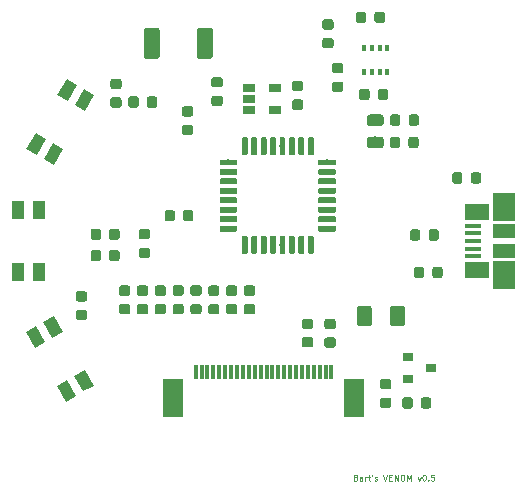
<source format=gbr>
G04 #@! TF.GenerationSoftware,KiCad,Pcbnew,5.1.4-1.fc30*
G04 #@! TF.CreationDate,2020-03-29T15:47:08+02:00*
G04 #@! TF.ProjectId,venom,76656e6f-6d2e-46b6-9963-61645f706362,rev?*
G04 #@! TF.SameCoordinates,Original*
G04 #@! TF.FileFunction,Paste,Top*
G04 #@! TF.FilePolarity,Positive*
%FSLAX46Y46*%
G04 Gerber Fmt 4.6, Leading zero omitted, Abs format (unit mm)*
G04 Created by KiCad (PCBNEW 5.1.4-1.fc30) date 2020-03-29 15:47:08*
%MOMM*%
%LPD*%
G04 APERTURE LIST*
%ADD10C,0.125000*%
%ADD11C,1.000000*%
%ADD12C,0.100000*%
%ADD13R,1.800000X3.200000*%
%ADD14R,0.300000X1.300000*%
%ADD15C,1.350000*%
%ADD16C,0.875000*%
%ADD17R,0.900000X0.800000*%
%ADD18R,1.000000X1.550000*%
%ADD19R,0.350000X0.500000*%
%ADD20R,1.060000X0.650000*%
%ADD21C,0.975000*%
%ADD22R,1.380000X0.450000*%
%ADD23R,2.100000X1.475000*%
%ADD24R,1.900000X2.375000*%
%ADD25R,1.900000X1.175000*%
%ADD26C,0.500000*%
%ADD27C,1.250000*%
G04 APERTURE END LIST*
D10*
X167323809Y-138804285D02*
X167395238Y-138828095D01*
X167419047Y-138851904D01*
X167442857Y-138899523D01*
X167442857Y-138970952D01*
X167419047Y-139018571D01*
X167395238Y-139042380D01*
X167347619Y-139066190D01*
X167157142Y-139066190D01*
X167157142Y-138566190D01*
X167323809Y-138566190D01*
X167371428Y-138590000D01*
X167395238Y-138613809D01*
X167419047Y-138661428D01*
X167419047Y-138709047D01*
X167395238Y-138756666D01*
X167371428Y-138780476D01*
X167323809Y-138804285D01*
X167157142Y-138804285D01*
X167871428Y-139066190D02*
X167871428Y-138804285D01*
X167847619Y-138756666D01*
X167800000Y-138732857D01*
X167704761Y-138732857D01*
X167657142Y-138756666D01*
X167871428Y-139042380D02*
X167823809Y-139066190D01*
X167704761Y-139066190D01*
X167657142Y-139042380D01*
X167633333Y-138994761D01*
X167633333Y-138947142D01*
X167657142Y-138899523D01*
X167704761Y-138875714D01*
X167823809Y-138875714D01*
X167871428Y-138851904D01*
X168109523Y-139066190D02*
X168109523Y-138732857D01*
X168109523Y-138828095D02*
X168133333Y-138780476D01*
X168157142Y-138756666D01*
X168204761Y-138732857D01*
X168252380Y-138732857D01*
X168347619Y-138732857D02*
X168538095Y-138732857D01*
X168419047Y-138566190D02*
X168419047Y-138994761D01*
X168442857Y-139042380D01*
X168490476Y-139066190D01*
X168538095Y-139066190D01*
X168728571Y-138566190D02*
X168680952Y-138661428D01*
X168919047Y-139042380D02*
X168966666Y-139066190D01*
X169061904Y-139066190D01*
X169109523Y-139042380D01*
X169133333Y-138994761D01*
X169133333Y-138970952D01*
X169109523Y-138923333D01*
X169061904Y-138899523D01*
X168990476Y-138899523D01*
X168942857Y-138875714D01*
X168919047Y-138828095D01*
X168919047Y-138804285D01*
X168942857Y-138756666D01*
X168990476Y-138732857D01*
X169061904Y-138732857D01*
X169109523Y-138756666D01*
X169657142Y-138566190D02*
X169823809Y-139066190D01*
X169990476Y-138566190D01*
X170157142Y-138804285D02*
X170323809Y-138804285D01*
X170395238Y-139066190D02*
X170157142Y-139066190D01*
X170157142Y-138566190D01*
X170395238Y-138566190D01*
X170609523Y-139066190D02*
X170609523Y-138566190D01*
X170895238Y-139066190D01*
X170895238Y-138566190D01*
X171228571Y-138566190D02*
X171323809Y-138566190D01*
X171371428Y-138590000D01*
X171419047Y-138637619D01*
X171442857Y-138732857D01*
X171442857Y-138899523D01*
X171419047Y-138994761D01*
X171371428Y-139042380D01*
X171323809Y-139066190D01*
X171228571Y-139066190D01*
X171180952Y-139042380D01*
X171133333Y-138994761D01*
X171109523Y-138899523D01*
X171109523Y-138732857D01*
X171133333Y-138637619D01*
X171180952Y-138590000D01*
X171228571Y-138566190D01*
X171657142Y-139066190D02*
X171657142Y-138566190D01*
X171823809Y-138923333D01*
X171990476Y-138566190D01*
X171990476Y-139066190D01*
X172561904Y-138732857D02*
X172680952Y-139066190D01*
X172800000Y-138732857D01*
X173085714Y-138566190D02*
X173133333Y-138566190D01*
X173180952Y-138590000D01*
X173204761Y-138613809D01*
X173228571Y-138661428D01*
X173252380Y-138756666D01*
X173252380Y-138875714D01*
X173228571Y-138970952D01*
X173204761Y-139018571D01*
X173180952Y-139042380D01*
X173133333Y-139066190D01*
X173085714Y-139066190D01*
X173038095Y-139042380D01*
X173014285Y-139018571D01*
X172990476Y-138970952D01*
X172966666Y-138875714D01*
X172966666Y-138756666D01*
X172990476Y-138661428D01*
X173014285Y-138613809D01*
X173038095Y-138590000D01*
X173085714Y-138566190D01*
X173466666Y-139018571D02*
X173490476Y-139042380D01*
X173466666Y-139066190D01*
X173442857Y-139042380D01*
X173466666Y-139018571D01*
X173466666Y-139066190D01*
X173942857Y-138566190D02*
X173704761Y-138566190D01*
X173680952Y-138804285D01*
X173704761Y-138780476D01*
X173752380Y-138756666D01*
X173871428Y-138756666D01*
X173919047Y-138780476D01*
X173942857Y-138804285D01*
X173966666Y-138851904D01*
X173966666Y-138970952D01*
X173942857Y-139018571D01*
X173919047Y-139042380D01*
X173871428Y-139066190D01*
X173752380Y-139066190D01*
X173704761Y-139042380D01*
X173680952Y-139018571D01*
D11*
X141683622Y-126061683D03*
D12*
G36*
X140863109Y-125640513D02*
G01*
X141729135Y-125140513D01*
X142504135Y-126482853D01*
X141638109Y-126982853D01*
X140863109Y-125640513D01*
X140863109Y-125640513D01*
G37*
D11*
X144308622Y-130608317D03*
D12*
G36*
X143488109Y-130187147D02*
G01*
X144354135Y-129687147D01*
X145129135Y-131029487D01*
X144263109Y-131529487D01*
X143488109Y-130187147D01*
X143488109Y-130187147D01*
G37*
D11*
X142836378Y-131458317D03*
D12*
G36*
X142015865Y-131037147D02*
G01*
X142881891Y-130537147D01*
X143656891Y-131879487D01*
X142790865Y-132379487D01*
X142015865Y-131037147D01*
X142015865Y-131037147D01*
G37*
D11*
X140211378Y-126911683D03*
D12*
G36*
X139390865Y-126490513D02*
G01*
X140256891Y-125990513D01*
X141031891Y-127332853D01*
X140165865Y-127832853D01*
X139390865Y-126490513D01*
X139390865Y-126490513D01*
G37*
D13*
X167160000Y-132091000D03*
X151860000Y-132091000D03*
D14*
X153760000Y-129860000D03*
X154260000Y-129860000D03*
X154760000Y-129860000D03*
X155260000Y-129860000D03*
X155760000Y-129860000D03*
X156260000Y-129860000D03*
X156760000Y-129860000D03*
X157260000Y-129860000D03*
X157760000Y-129860000D03*
X158260000Y-129860000D03*
X158760000Y-129860000D03*
X159260000Y-129860000D03*
X159760000Y-129860000D03*
X160260000Y-129860000D03*
X160760000Y-129860000D03*
X161260000Y-129860000D03*
X161760000Y-129860000D03*
X162260000Y-129860000D03*
X162760000Y-129860000D03*
X163260000Y-129860000D03*
X163760000Y-129860000D03*
X164260000Y-129860000D03*
X164760000Y-129860000D03*
X165260000Y-129860000D03*
D12*
G36*
X154989505Y-100716204D02*
G01*
X155013773Y-100719804D01*
X155037572Y-100725765D01*
X155060671Y-100734030D01*
X155082850Y-100744520D01*
X155103893Y-100757132D01*
X155123599Y-100771747D01*
X155141777Y-100788223D01*
X155158253Y-100806401D01*
X155172868Y-100826107D01*
X155185480Y-100847150D01*
X155195970Y-100869329D01*
X155204235Y-100892428D01*
X155210196Y-100916227D01*
X155213796Y-100940495D01*
X155215000Y-100964999D01*
X155215000Y-103115001D01*
X155213796Y-103139505D01*
X155210196Y-103163773D01*
X155204235Y-103187572D01*
X155195970Y-103210671D01*
X155185480Y-103232850D01*
X155172868Y-103253893D01*
X155158253Y-103273599D01*
X155141777Y-103291777D01*
X155123599Y-103308253D01*
X155103893Y-103322868D01*
X155082850Y-103335480D01*
X155060671Y-103345970D01*
X155037572Y-103354235D01*
X155013773Y-103360196D01*
X154989505Y-103363796D01*
X154965001Y-103365000D01*
X154114999Y-103365000D01*
X154090495Y-103363796D01*
X154066227Y-103360196D01*
X154042428Y-103354235D01*
X154019329Y-103345970D01*
X153997150Y-103335480D01*
X153976107Y-103322868D01*
X153956401Y-103308253D01*
X153938223Y-103291777D01*
X153921747Y-103273599D01*
X153907132Y-103253893D01*
X153894520Y-103232850D01*
X153884030Y-103210671D01*
X153875765Y-103187572D01*
X153869804Y-103163773D01*
X153866204Y-103139505D01*
X153865000Y-103115001D01*
X153865000Y-100964999D01*
X153866204Y-100940495D01*
X153869804Y-100916227D01*
X153875765Y-100892428D01*
X153884030Y-100869329D01*
X153894520Y-100847150D01*
X153907132Y-100826107D01*
X153921747Y-100806401D01*
X153938223Y-100788223D01*
X153956401Y-100771747D01*
X153976107Y-100757132D01*
X153997150Y-100744520D01*
X154019329Y-100734030D01*
X154042428Y-100725765D01*
X154066227Y-100719804D01*
X154090495Y-100716204D01*
X154114999Y-100715000D01*
X154965001Y-100715000D01*
X154989505Y-100716204D01*
X154989505Y-100716204D01*
G37*
D15*
X154540000Y-102040000D03*
D12*
G36*
X150489505Y-100716204D02*
G01*
X150513773Y-100719804D01*
X150537572Y-100725765D01*
X150560671Y-100734030D01*
X150582850Y-100744520D01*
X150603893Y-100757132D01*
X150623599Y-100771747D01*
X150641777Y-100788223D01*
X150658253Y-100806401D01*
X150672868Y-100826107D01*
X150685480Y-100847150D01*
X150695970Y-100869329D01*
X150704235Y-100892428D01*
X150710196Y-100916227D01*
X150713796Y-100940495D01*
X150715000Y-100964999D01*
X150715000Y-103115001D01*
X150713796Y-103139505D01*
X150710196Y-103163773D01*
X150704235Y-103187572D01*
X150695970Y-103210671D01*
X150685480Y-103232850D01*
X150672868Y-103253893D01*
X150658253Y-103273599D01*
X150641777Y-103291777D01*
X150623599Y-103308253D01*
X150603893Y-103322868D01*
X150582850Y-103335480D01*
X150560671Y-103345970D01*
X150537572Y-103354235D01*
X150513773Y-103360196D01*
X150489505Y-103363796D01*
X150465001Y-103365000D01*
X149614999Y-103365000D01*
X149590495Y-103363796D01*
X149566227Y-103360196D01*
X149542428Y-103354235D01*
X149519329Y-103345970D01*
X149497150Y-103335480D01*
X149476107Y-103322868D01*
X149456401Y-103308253D01*
X149438223Y-103291777D01*
X149421747Y-103273599D01*
X149407132Y-103253893D01*
X149394520Y-103232850D01*
X149384030Y-103210671D01*
X149375765Y-103187572D01*
X149369804Y-103163773D01*
X149366204Y-103139505D01*
X149365000Y-103115001D01*
X149365000Y-100964999D01*
X149366204Y-100940495D01*
X149369804Y-100916227D01*
X149375765Y-100892428D01*
X149384030Y-100869329D01*
X149394520Y-100847150D01*
X149407132Y-100826107D01*
X149421747Y-100806401D01*
X149438223Y-100788223D01*
X149456401Y-100771747D01*
X149476107Y-100757132D01*
X149497150Y-100744520D01*
X149519329Y-100734030D01*
X149542428Y-100725765D01*
X149566227Y-100719804D01*
X149590495Y-100716204D01*
X149614999Y-100715000D01*
X150465001Y-100715000D01*
X150489505Y-100716204D01*
X150489505Y-100716204D01*
G37*
D15*
X150040000Y-102040000D03*
D12*
G36*
X168002691Y-99376053D02*
G01*
X168023926Y-99379203D01*
X168044750Y-99384419D01*
X168064962Y-99391651D01*
X168084368Y-99400830D01*
X168102781Y-99411866D01*
X168120024Y-99424654D01*
X168135930Y-99439070D01*
X168150346Y-99454976D01*
X168163134Y-99472219D01*
X168174170Y-99490632D01*
X168183349Y-99510038D01*
X168190581Y-99530250D01*
X168195797Y-99551074D01*
X168198947Y-99572309D01*
X168200000Y-99593750D01*
X168200000Y-100106250D01*
X168198947Y-100127691D01*
X168195797Y-100148926D01*
X168190581Y-100169750D01*
X168183349Y-100189962D01*
X168174170Y-100209368D01*
X168163134Y-100227781D01*
X168150346Y-100245024D01*
X168135930Y-100260930D01*
X168120024Y-100275346D01*
X168102781Y-100288134D01*
X168084368Y-100299170D01*
X168064962Y-100308349D01*
X168044750Y-100315581D01*
X168023926Y-100320797D01*
X168002691Y-100323947D01*
X167981250Y-100325000D01*
X167543750Y-100325000D01*
X167522309Y-100323947D01*
X167501074Y-100320797D01*
X167480250Y-100315581D01*
X167460038Y-100308349D01*
X167440632Y-100299170D01*
X167422219Y-100288134D01*
X167404976Y-100275346D01*
X167389070Y-100260930D01*
X167374654Y-100245024D01*
X167361866Y-100227781D01*
X167350830Y-100209368D01*
X167341651Y-100189962D01*
X167334419Y-100169750D01*
X167329203Y-100148926D01*
X167326053Y-100127691D01*
X167325000Y-100106250D01*
X167325000Y-99593750D01*
X167326053Y-99572309D01*
X167329203Y-99551074D01*
X167334419Y-99530250D01*
X167341651Y-99510038D01*
X167350830Y-99490632D01*
X167361866Y-99472219D01*
X167374654Y-99454976D01*
X167389070Y-99439070D01*
X167404976Y-99424654D01*
X167422219Y-99411866D01*
X167440632Y-99400830D01*
X167460038Y-99391651D01*
X167480250Y-99384419D01*
X167501074Y-99379203D01*
X167522309Y-99376053D01*
X167543750Y-99375000D01*
X167981250Y-99375000D01*
X168002691Y-99376053D01*
X168002691Y-99376053D01*
G37*
D16*
X167762500Y-99850000D03*
D12*
G36*
X169577691Y-99376053D02*
G01*
X169598926Y-99379203D01*
X169619750Y-99384419D01*
X169639962Y-99391651D01*
X169659368Y-99400830D01*
X169677781Y-99411866D01*
X169695024Y-99424654D01*
X169710930Y-99439070D01*
X169725346Y-99454976D01*
X169738134Y-99472219D01*
X169749170Y-99490632D01*
X169758349Y-99510038D01*
X169765581Y-99530250D01*
X169770797Y-99551074D01*
X169773947Y-99572309D01*
X169775000Y-99593750D01*
X169775000Y-100106250D01*
X169773947Y-100127691D01*
X169770797Y-100148926D01*
X169765581Y-100169750D01*
X169758349Y-100189962D01*
X169749170Y-100209368D01*
X169738134Y-100227781D01*
X169725346Y-100245024D01*
X169710930Y-100260930D01*
X169695024Y-100275346D01*
X169677781Y-100288134D01*
X169659368Y-100299170D01*
X169639962Y-100308349D01*
X169619750Y-100315581D01*
X169598926Y-100320797D01*
X169577691Y-100323947D01*
X169556250Y-100325000D01*
X169118750Y-100325000D01*
X169097309Y-100323947D01*
X169076074Y-100320797D01*
X169055250Y-100315581D01*
X169035038Y-100308349D01*
X169015632Y-100299170D01*
X168997219Y-100288134D01*
X168979976Y-100275346D01*
X168964070Y-100260930D01*
X168949654Y-100245024D01*
X168936866Y-100227781D01*
X168925830Y-100209368D01*
X168916651Y-100189962D01*
X168909419Y-100169750D01*
X168904203Y-100148926D01*
X168901053Y-100127691D01*
X168900000Y-100106250D01*
X168900000Y-99593750D01*
X168901053Y-99572309D01*
X168904203Y-99551074D01*
X168909419Y-99530250D01*
X168916651Y-99510038D01*
X168925830Y-99490632D01*
X168936866Y-99472219D01*
X168949654Y-99454976D01*
X168964070Y-99439070D01*
X168979976Y-99424654D01*
X168997219Y-99411866D01*
X169015632Y-99400830D01*
X169035038Y-99391651D01*
X169055250Y-99384419D01*
X169076074Y-99379203D01*
X169097309Y-99376053D01*
X169118750Y-99375000D01*
X169556250Y-99375000D01*
X169577691Y-99376053D01*
X169577691Y-99376053D01*
G37*
D16*
X169337500Y-99850000D03*
D12*
G36*
X165237691Y-101601053D02*
G01*
X165258926Y-101604203D01*
X165279750Y-101609419D01*
X165299962Y-101616651D01*
X165319368Y-101625830D01*
X165337781Y-101636866D01*
X165355024Y-101649654D01*
X165370930Y-101664070D01*
X165385346Y-101679976D01*
X165398134Y-101697219D01*
X165409170Y-101715632D01*
X165418349Y-101735038D01*
X165425581Y-101755250D01*
X165430797Y-101776074D01*
X165433947Y-101797309D01*
X165435000Y-101818750D01*
X165435000Y-102256250D01*
X165433947Y-102277691D01*
X165430797Y-102298926D01*
X165425581Y-102319750D01*
X165418349Y-102339962D01*
X165409170Y-102359368D01*
X165398134Y-102377781D01*
X165385346Y-102395024D01*
X165370930Y-102410930D01*
X165355024Y-102425346D01*
X165337781Y-102438134D01*
X165319368Y-102449170D01*
X165299962Y-102458349D01*
X165279750Y-102465581D01*
X165258926Y-102470797D01*
X165237691Y-102473947D01*
X165216250Y-102475000D01*
X164703750Y-102475000D01*
X164682309Y-102473947D01*
X164661074Y-102470797D01*
X164640250Y-102465581D01*
X164620038Y-102458349D01*
X164600632Y-102449170D01*
X164582219Y-102438134D01*
X164564976Y-102425346D01*
X164549070Y-102410930D01*
X164534654Y-102395024D01*
X164521866Y-102377781D01*
X164510830Y-102359368D01*
X164501651Y-102339962D01*
X164494419Y-102319750D01*
X164489203Y-102298926D01*
X164486053Y-102277691D01*
X164485000Y-102256250D01*
X164485000Y-101818750D01*
X164486053Y-101797309D01*
X164489203Y-101776074D01*
X164494419Y-101755250D01*
X164501651Y-101735038D01*
X164510830Y-101715632D01*
X164521866Y-101697219D01*
X164534654Y-101679976D01*
X164549070Y-101664070D01*
X164564976Y-101649654D01*
X164582219Y-101636866D01*
X164600632Y-101625830D01*
X164620038Y-101616651D01*
X164640250Y-101609419D01*
X164661074Y-101604203D01*
X164682309Y-101601053D01*
X164703750Y-101600000D01*
X165216250Y-101600000D01*
X165237691Y-101601053D01*
X165237691Y-101601053D01*
G37*
D16*
X164960000Y-102037500D03*
D12*
G36*
X165237691Y-100026053D02*
G01*
X165258926Y-100029203D01*
X165279750Y-100034419D01*
X165299962Y-100041651D01*
X165319368Y-100050830D01*
X165337781Y-100061866D01*
X165355024Y-100074654D01*
X165370930Y-100089070D01*
X165385346Y-100104976D01*
X165398134Y-100122219D01*
X165409170Y-100140632D01*
X165418349Y-100160038D01*
X165425581Y-100180250D01*
X165430797Y-100201074D01*
X165433947Y-100222309D01*
X165435000Y-100243750D01*
X165435000Y-100681250D01*
X165433947Y-100702691D01*
X165430797Y-100723926D01*
X165425581Y-100744750D01*
X165418349Y-100764962D01*
X165409170Y-100784368D01*
X165398134Y-100802781D01*
X165385346Y-100820024D01*
X165370930Y-100835930D01*
X165355024Y-100850346D01*
X165337781Y-100863134D01*
X165319368Y-100874170D01*
X165299962Y-100883349D01*
X165279750Y-100890581D01*
X165258926Y-100895797D01*
X165237691Y-100898947D01*
X165216250Y-100900000D01*
X164703750Y-100900000D01*
X164682309Y-100898947D01*
X164661074Y-100895797D01*
X164640250Y-100890581D01*
X164620038Y-100883349D01*
X164600632Y-100874170D01*
X164582219Y-100863134D01*
X164564976Y-100850346D01*
X164549070Y-100835930D01*
X164534654Y-100820024D01*
X164521866Y-100802781D01*
X164510830Y-100784368D01*
X164501651Y-100764962D01*
X164494419Y-100744750D01*
X164489203Y-100723926D01*
X164486053Y-100702691D01*
X164485000Y-100681250D01*
X164485000Y-100243750D01*
X164486053Y-100222309D01*
X164489203Y-100201074D01*
X164494419Y-100180250D01*
X164501651Y-100160038D01*
X164510830Y-100140632D01*
X164521866Y-100122219D01*
X164534654Y-100104976D01*
X164549070Y-100089070D01*
X164564976Y-100074654D01*
X164582219Y-100061866D01*
X164600632Y-100050830D01*
X164620038Y-100041651D01*
X164640250Y-100034419D01*
X164661074Y-100029203D01*
X164682309Y-100026053D01*
X164703750Y-100025000D01*
X165216250Y-100025000D01*
X165237691Y-100026053D01*
X165237691Y-100026053D01*
G37*
D16*
X164960000Y-100462500D03*
D12*
G36*
X170872691Y-109966053D02*
G01*
X170893926Y-109969203D01*
X170914750Y-109974419D01*
X170934962Y-109981651D01*
X170954368Y-109990830D01*
X170972781Y-110001866D01*
X170990024Y-110014654D01*
X171005930Y-110029070D01*
X171020346Y-110044976D01*
X171033134Y-110062219D01*
X171044170Y-110080632D01*
X171053349Y-110100038D01*
X171060581Y-110120250D01*
X171065797Y-110141074D01*
X171068947Y-110162309D01*
X171070000Y-110183750D01*
X171070000Y-110696250D01*
X171068947Y-110717691D01*
X171065797Y-110738926D01*
X171060581Y-110759750D01*
X171053349Y-110779962D01*
X171044170Y-110799368D01*
X171033134Y-110817781D01*
X171020346Y-110835024D01*
X171005930Y-110850930D01*
X170990024Y-110865346D01*
X170972781Y-110878134D01*
X170954368Y-110889170D01*
X170934962Y-110898349D01*
X170914750Y-110905581D01*
X170893926Y-110910797D01*
X170872691Y-110913947D01*
X170851250Y-110915000D01*
X170413750Y-110915000D01*
X170392309Y-110913947D01*
X170371074Y-110910797D01*
X170350250Y-110905581D01*
X170330038Y-110898349D01*
X170310632Y-110889170D01*
X170292219Y-110878134D01*
X170274976Y-110865346D01*
X170259070Y-110850930D01*
X170244654Y-110835024D01*
X170231866Y-110817781D01*
X170220830Y-110799368D01*
X170211651Y-110779962D01*
X170204419Y-110759750D01*
X170199203Y-110738926D01*
X170196053Y-110717691D01*
X170195000Y-110696250D01*
X170195000Y-110183750D01*
X170196053Y-110162309D01*
X170199203Y-110141074D01*
X170204419Y-110120250D01*
X170211651Y-110100038D01*
X170220830Y-110080632D01*
X170231866Y-110062219D01*
X170244654Y-110044976D01*
X170259070Y-110029070D01*
X170274976Y-110014654D01*
X170292219Y-110001866D01*
X170310632Y-109990830D01*
X170330038Y-109981651D01*
X170350250Y-109974419D01*
X170371074Y-109969203D01*
X170392309Y-109966053D01*
X170413750Y-109965000D01*
X170851250Y-109965000D01*
X170872691Y-109966053D01*
X170872691Y-109966053D01*
G37*
D16*
X170632500Y-110440000D03*
D12*
G36*
X172447691Y-109966053D02*
G01*
X172468926Y-109969203D01*
X172489750Y-109974419D01*
X172509962Y-109981651D01*
X172529368Y-109990830D01*
X172547781Y-110001866D01*
X172565024Y-110014654D01*
X172580930Y-110029070D01*
X172595346Y-110044976D01*
X172608134Y-110062219D01*
X172619170Y-110080632D01*
X172628349Y-110100038D01*
X172635581Y-110120250D01*
X172640797Y-110141074D01*
X172643947Y-110162309D01*
X172645000Y-110183750D01*
X172645000Y-110696250D01*
X172643947Y-110717691D01*
X172640797Y-110738926D01*
X172635581Y-110759750D01*
X172628349Y-110779962D01*
X172619170Y-110799368D01*
X172608134Y-110817781D01*
X172595346Y-110835024D01*
X172580930Y-110850930D01*
X172565024Y-110865346D01*
X172547781Y-110878134D01*
X172529368Y-110889170D01*
X172509962Y-110898349D01*
X172489750Y-110905581D01*
X172468926Y-110910797D01*
X172447691Y-110913947D01*
X172426250Y-110915000D01*
X171988750Y-110915000D01*
X171967309Y-110913947D01*
X171946074Y-110910797D01*
X171925250Y-110905581D01*
X171905038Y-110898349D01*
X171885632Y-110889170D01*
X171867219Y-110878134D01*
X171849976Y-110865346D01*
X171834070Y-110850930D01*
X171819654Y-110835024D01*
X171806866Y-110817781D01*
X171795830Y-110799368D01*
X171786651Y-110779962D01*
X171779419Y-110759750D01*
X171774203Y-110738926D01*
X171771053Y-110717691D01*
X171770000Y-110696250D01*
X171770000Y-110183750D01*
X171771053Y-110162309D01*
X171774203Y-110141074D01*
X171779419Y-110120250D01*
X171786651Y-110100038D01*
X171795830Y-110080632D01*
X171806866Y-110062219D01*
X171819654Y-110044976D01*
X171834070Y-110029070D01*
X171849976Y-110014654D01*
X171867219Y-110001866D01*
X171885632Y-109990830D01*
X171905038Y-109981651D01*
X171925250Y-109974419D01*
X171946074Y-109969203D01*
X171967309Y-109966053D01*
X171988750Y-109965000D01*
X172426250Y-109965000D01*
X172447691Y-109966053D01*
X172447691Y-109966053D01*
G37*
D16*
X172207500Y-110440000D03*
D12*
G36*
X172467691Y-108076053D02*
G01*
X172488926Y-108079203D01*
X172509750Y-108084419D01*
X172529962Y-108091651D01*
X172549368Y-108100830D01*
X172567781Y-108111866D01*
X172585024Y-108124654D01*
X172600930Y-108139070D01*
X172615346Y-108154976D01*
X172628134Y-108172219D01*
X172639170Y-108190632D01*
X172648349Y-108210038D01*
X172655581Y-108230250D01*
X172660797Y-108251074D01*
X172663947Y-108272309D01*
X172665000Y-108293750D01*
X172665000Y-108806250D01*
X172663947Y-108827691D01*
X172660797Y-108848926D01*
X172655581Y-108869750D01*
X172648349Y-108889962D01*
X172639170Y-108909368D01*
X172628134Y-108927781D01*
X172615346Y-108945024D01*
X172600930Y-108960930D01*
X172585024Y-108975346D01*
X172567781Y-108988134D01*
X172549368Y-108999170D01*
X172529962Y-109008349D01*
X172509750Y-109015581D01*
X172488926Y-109020797D01*
X172467691Y-109023947D01*
X172446250Y-109025000D01*
X172008750Y-109025000D01*
X171987309Y-109023947D01*
X171966074Y-109020797D01*
X171945250Y-109015581D01*
X171925038Y-109008349D01*
X171905632Y-108999170D01*
X171887219Y-108988134D01*
X171869976Y-108975346D01*
X171854070Y-108960930D01*
X171839654Y-108945024D01*
X171826866Y-108927781D01*
X171815830Y-108909368D01*
X171806651Y-108889962D01*
X171799419Y-108869750D01*
X171794203Y-108848926D01*
X171791053Y-108827691D01*
X171790000Y-108806250D01*
X171790000Y-108293750D01*
X171791053Y-108272309D01*
X171794203Y-108251074D01*
X171799419Y-108230250D01*
X171806651Y-108210038D01*
X171815830Y-108190632D01*
X171826866Y-108172219D01*
X171839654Y-108154976D01*
X171854070Y-108139070D01*
X171869976Y-108124654D01*
X171887219Y-108111866D01*
X171905632Y-108100830D01*
X171925038Y-108091651D01*
X171945250Y-108084419D01*
X171966074Y-108079203D01*
X171987309Y-108076053D01*
X172008750Y-108075000D01*
X172446250Y-108075000D01*
X172467691Y-108076053D01*
X172467691Y-108076053D01*
G37*
D16*
X172227500Y-108550000D03*
D12*
G36*
X170892691Y-108076053D02*
G01*
X170913926Y-108079203D01*
X170934750Y-108084419D01*
X170954962Y-108091651D01*
X170974368Y-108100830D01*
X170992781Y-108111866D01*
X171010024Y-108124654D01*
X171025930Y-108139070D01*
X171040346Y-108154976D01*
X171053134Y-108172219D01*
X171064170Y-108190632D01*
X171073349Y-108210038D01*
X171080581Y-108230250D01*
X171085797Y-108251074D01*
X171088947Y-108272309D01*
X171090000Y-108293750D01*
X171090000Y-108806250D01*
X171088947Y-108827691D01*
X171085797Y-108848926D01*
X171080581Y-108869750D01*
X171073349Y-108889962D01*
X171064170Y-108909368D01*
X171053134Y-108927781D01*
X171040346Y-108945024D01*
X171025930Y-108960930D01*
X171010024Y-108975346D01*
X170992781Y-108988134D01*
X170974368Y-108999170D01*
X170954962Y-109008349D01*
X170934750Y-109015581D01*
X170913926Y-109020797D01*
X170892691Y-109023947D01*
X170871250Y-109025000D01*
X170433750Y-109025000D01*
X170412309Y-109023947D01*
X170391074Y-109020797D01*
X170370250Y-109015581D01*
X170350038Y-109008349D01*
X170330632Y-108999170D01*
X170312219Y-108988134D01*
X170294976Y-108975346D01*
X170279070Y-108960930D01*
X170264654Y-108945024D01*
X170251866Y-108927781D01*
X170240830Y-108909368D01*
X170231651Y-108889962D01*
X170224419Y-108869750D01*
X170219203Y-108848926D01*
X170216053Y-108827691D01*
X170215000Y-108806250D01*
X170215000Y-108293750D01*
X170216053Y-108272309D01*
X170219203Y-108251074D01*
X170224419Y-108230250D01*
X170231651Y-108210038D01*
X170240830Y-108190632D01*
X170251866Y-108172219D01*
X170264654Y-108154976D01*
X170279070Y-108139070D01*
X170294976Y-108124654D01*
X170312219Y-108111866D01*
X170330632Y-108100830D01*
X170350038Y-108091651D01*
X170370250Y-108084419D01*
X170391074Y-108079203D01*
X170412309Y-108076053D01*
X170433750Y-108075000D01*
X170871250Y-108075000D01*
X170892691Y-108076053D01*
X170892691Y-108076053D01*
G37*
D16*
X170652500Y-108550000D03*
D12*
G36*
X174157691Y-117806053D02*
G01*
X174178926Y-117809203D01*
X174199750Y-117814419D01*
X174219962Y-117821651D01*
X174239368Y-117830830D01*
X174257781Y-117841866D01*
X174275024Y-117854654D01*
X174290930Y-117869070D01*
X174305346Y-117884976D01*
X174318134Y-117902219D01*
X174329170Y-117920632D01*
X174338349Y-117940038D01*
X174345581Y-117960250D01*
X174350797Y-117981074D01*
X174353947Y-118002309D01*
X174355000Y-118023750D01*
X174355000Y-118536250D01*
X174353947Y-118557691D01*
X174350797Y-118578926D01*
X174345581Y-118599750D01*
X174338349Y-118619962D01*
X174329170Y-118639368D01*
X174318134Y-118657781D01*
X174305346Y-118675024D01*
X174290930Y-118690930D01*
X174275024Y-118705346D01*
X174257781Y-118718134D01*
X174239368Y-118729170D01*
X174219962Y-118738349D01*
X174199750Y-118745581D01*
X174178926Y-118750797D01*
X174157691Y-118753947D01*
X174136250Y-118755000D01*
X173698750Y-118755000D01*
X173677309Y-118753947D01*
X173656074Y-118750797D01*
X173635250Y-118745581D01*
X173615038Y-118738349D01*
X173595632Y-118729170D01*
X173577219Y-118718134D01*
X173559976Y-118705346D01*
X173544070Y-118690930D01*
X173529654Y-118675024D01*
X173516866Y-118657781D01*
X173505830Y-118639368D01*
X173496651Y-118619962D01*
X173489419Y-118599750D01*
X173484203Y-118578926D01*
X173481053Y-118557691D01*
X173480000Y-118536250D01*
X173480000Y-118023750D01*
X173481053Y-118002309D01*
X173484203Y-117981074D01*
X173489419Y-117960250D01*
X173496651Y-117940038D01*
X173505830Y-117920632D01*
X173516866Y-117902219D01*
X173529654Y-117884976D01*
X173544070Y-117869070D01*
X173559976Y-117854654D01*
X173577219Y-117841866D01*
X173595632Y-117830830D01*
X173615038Y-117821651D01*
X173635250Y-117814419D01*
X173656074Y-117809203D01*
X173677309Y-117806053D01*
X173698750Y-117805000D01*
X174136250Y-117805000D01*
X174157691Y-117806053D01*
X174157691Y-117806053D01*
G37*
D16*
X173917500Y-118280000D03*
D12*
G36*
X172582691Y-117806053D02*
G01*
X172603926Y-117809203D01*
X172624750Y-117814419D01*
X172644962Y-117821651D01*
X172664368Y-117830830D01*
X172682781Y-117841866D01*
X172700024Y-117854654D01*
X172715930Y-117869070D01*
X172730346Y-117884976D01*
X172743134Y-117902219D01*
X172754170Y-117920632D01*
X172763349Y-117940038D01*
X172770581Y-117960250D01*
X172775797Y-117981074D01*
X172778947Y-118002309D01*
X172780000Y-118023750D01*
X172780000Y-118536250D01*
X172778947Y-118557691D01*
X172775797Y-118578926D01*
X172770581Y-118599750D01*
X172763349Y-118619962D01*
X172754170Y-118639368D01*
X172743134Y-118657781D01*
X172730346Y-118675024D01*
X172715930Y-118690930D01*
X172700024Y-118705346D01*
X172682781Y-118718134D01*
X172664368Y-118729170D01*
X172644962Y-118738349D01*
X172624750Y-118745581D01*
X172603926Y-118750797D01*
X172582691Y-118753947D01*
X172561250Y-118755000D01*
X172123750Y-118755000D01*
X172102309Y-118753947D01*
X172081074Y-118750797D01*
X172060250Y-118745581D01*
X172040038Y-118738349D01*
X172020632Y-118729170D01*
X172002219Y-118718134D01*
X171984976Y-118705346D01*
X171969070Y-118690930D01*
X171954654Y-118675024D01*
X171941866Y-118657781D01*
X171930830Y-118639368D01*
X171921651Y-118619962D01*
X171914419Y-118599750D01*
X171909203Y-118578926D01*
X171906053Y-118557691D01*
X171905000Y-118536250D01*
X171905000Y-118023750D01*
X171906053Y-118002309D01*
X171909203Y-117981074D01*
X171914419Y-117960250D01*
X171921651Y-117940038D01*
X171930830Y-117920632D01*
X171941866Y-117902219D01*
X171954654Y-117884976D01*
X171969070Y-117869070D01*
X171984976Y-117854654D01*
X172002219Y-117841866D01*
X172020632Y-117830830D01*
X172040038Y-117821651D01*
X172060250Y-117814419D01*
X172081074Y-117809203D01*
X172102309Y-117806053D01*
X172123750Y-117805000D01*
X172561250Y-117805000D01*
X172582691Y-117806053D01*
X172582691Y-117806053D01*
G37*
D16*
X172342500Y-118280000D03*
D12*
G36*
X165417691Y-126951053D02*
G01*
X165438926Y-126954203D01*
X165459750Y-126959419D01*
X165479962Y-126966651D01*
X165499368Y-126975830D01*
X165517781Y-126986866D01*
X165535024Y-126999654D01*
X165550930Y-127014070D01*
X165565346Y-127029976D01*
X165578134Y-127047219D01*
X165589170Y-127065632D01*
X165598349Y-127085038D01*
X165605581Y-127105250D01*
X165610797Y-127126074D01*
X165613947Y-127147309D01*
X165615000Y-127168750D01*
X165615000Y-127606250D01*
X165613947Y-127627691D01*
X165610797Y-127648926D01*
X165605581Y-127669750D01*
X165598349Y-127689962D01*
X165589170Y-127709368D01*
X165578134Y-127727781D01*
X165565346Y-127745024D01*
X165550930Y-127760930D01*
X165535024Y-127775346D01*
X165517781Y-127788134D01*
X165499368Y-127799170D01*
X165479962Y-127808349D01*
X165459750Y-127815581D01*
X165438926Y-127820797D01*
X165417691Y-127823947D01*
X165396250Y-127825000D01*
X164883750Y-127825000D01*
X164862309Y-127823947D01*
X164841074Y-127820797D01*
X164820250Y-127815581D01*
X164800038Y-127808349D01*
X164780632Y-127799170D01*
X164762219Y-127788134D01*
X164744976Y-127775346D01*
X164729070Y-127760930D01*
X164714654Y-127745024D01*
X164701866Y-127727781D01*
X164690830Y-127709368D01*
X164681651Y-127689962D01*
X164674419Y-127669750D01*
X164669203Y-127648926D01*
X164666053Y-127627691D01*
X164665000Y-127606250D01*
X164665000Y-127168750D01*
X164666053Y-127147309D01*
X164669203Y-127126074D01*
X164674419Y-127105250D01*
X164681651Y-127085038D01*
X164690830Y-127065632D01*
X164701866Y-127047219D01*
X164714654Y-127029976D01*
X164729070Y-127014070D01*
X164744976Y-126999654D01*
X164762219Y-126986866D01*
X164780632Y-126975830D01*
X164800038Y-126966651D01*
X164820250Y-126959419D01*
X164841074Y-126954203D01*
X164862309Y-126951053D01*
X164883750Y-126950000D01*
X165396250Y-126950000D01*
X165417691Y-126951053D01*
X165417691Y-126951053D01*
G37*
D16*
X165140000Y-127387500D03*
D12*
G36*
X165417691Y-125376053D02*
G01*
X165438926Y-125379203D01*
X165459750Y-125384419D01*
X165479962Y-125391651D01*
X165499368Y-125400830D01*
X165517781Y-125411866D01*
X165535024Y-125424654D01*
X165550930Y-125439070D01*
X165565346Y-125454976D01*
X165578134Y-125472219D01*
X165589170Y-125490632D01*
X165598349Y-125510038D01*
X165605581Y-125530250D01*
X165610797Y-125551074D01*
X165613947Y-125572309D01*
X165615000Y-125593750D01*
X165615000Y-126031250D01*
X165613947Y-126052691D01*
X165610797Y-126073926D01*
X165605581Y-126094750D01*
X165598349Y-126114962D01*
X165589170Y-126134368D01*
X165578134Y-126152781D01*
X165565346Y-126170024D01*
X165550930Y-126185930D01*
X165535024Y-126200346D01*
X165517781Y-126213134D01*
X165499368Y-126224170D01*
X165479962Y-126233349D01*
X165459750Y-126240581D01*
X165438926Y-126245797D01*
X165417691Y-126248947D01*
X165396250Y-126250000D01*
X164883750Y-126250000D01*
X164862309Y-126248947D01*
X164841074Y-126245797D01*
X164820250Y-126240581D01*
X164800038Y-126233349D01*
X164780632Y-126224170D01*
X164762219Y-126213134D01*
X164744976Y-126200346D01*
X164729070Y-126185930D01*
X164714654Y-126170024D01*
X164701866Y-126152781D01*
X164690830Y-126134368D01*
X164681651Y-126114962D01*
X164674419Y-126094750D01*
X164669203Y-126073926D01*
X164666053Y-126052691D01*
X164665000Y-126031250D01*
X164665000Y-125593750D01*
X164666053Y-125572309D01*
X164669203Y-125551074D01*
X164674419Y-125530250D01*
X164681651Y-125510038D01*
X164690830Y-125490632D01*
X164701866Y-125472219D01*
X164714654Y-125454976D01*
X164729070Y-125439070D01*
X164744976Y-125424654D01*
X164762219Y-125411866D01*
X164780632Y-125400830D01*
X164800038Y-125391651D01*
X164820250Y-125384419D01*
X164841074Y-125379203D01*
X164862309Y-125376053D01*
X164883750Y-125375000D01*
X165396250Y-125375000D01*
X165417691Y-125376053D01*
X165417691Y-125376053D01*
G37*
D16*
X165140000Y-125812500D03*
D12*
G36*
X163507691Y-126931053D02*
G01*
X163528926Y-126934203D01*
X163549750Y-126939419D01*
X163569962Y-126946651D01*
X163589368Y-126955830D01*
X163607781Y-126966866D01*
X163625024Y-126979654D01*
X163640930Y-126994070D01*
X163655346Y-127009976D01*
X163668134Y-127027219D01*
X163679170Y-127045632D01*
X163688349Y-127065038D01*
X163695581Y-127085250D01*
X163700797Y-127106074D01*
X163703947Y-127127309D01*
X163705000Y-127148750D01*
X163705000Y-127586250D01*
X163703947Y-127607691D01*
X163700797Y-127628926D01*
X163695581Y-127649750D01*
X163688349Y-127669962D01*
X163679170Y-127689368D01*
X163668134Y-127707781D01*
X163655346Y-127725024D01*
X163640930Y-127740930D01*
X163625024Y-127755346D01*
X163607781Y-127768134D01*
X163589368Y-127779170D01*
X163569962Y-127788349D01*
X163549750Y-127795581D01*
X163528926Y-127800797D01*
X163507691Y-127803947D01*
X163486250Y-127805000D01*
X162973750Y-127805000D01*
X162952309Y-127803947D01*
X162931074Y-127800797D01*
X162910250Y-127795581D01*
X162890038Y-127788349D01*
X162870632Y-127779170D01*
X162852219Y-127768134D01*
X162834976Y-127755346D01*
X162819070Y-127740930D01*
X162804654Y-127725024D01*
X162791866Y-127707781D01*
X162780830Y-127689368D01*
X162771651Y-127669962D01*
X162764419Y-127649750D01*
X162759203Y-127628926D01*
X162756053Y-127607691D01*
X162755000Y-127586250D01*
X162755000Y-127148750D01*
X162756053Y-127127309D01*
X162759203Y-127106074D01*
X162764419Y-127085250D01*
X162771651Y-127065038D01*
X162780830Y-127045632D01*
X162791866Y-127027219D01*
X162804654Y-127009976D01*
X162819070Y-126994070D01*
X162834976Y-126979654D01*
X162852219Y-126966866D01*
X162870632Y-126955830D01*
X162890038Y-126946651D01*
X162910250Y-126939419D01*
X162931074Y-126934203D01*
X162952309Y-126931053D01*
X162973750Y-126930000D01*
X163486250Y-126930000D01*
X163507691Y-126931053D01*
X163507691Y-126931053D01*
G37*
D16*
X163230000Y-127367500D03*
D12*
G36*
X163507691Y-125356053D02*
G01*
X163528926Y-125359203D01*
X163549750Y-125364419D01*
X163569962Y-125371651D01*
X163589368Y-125380830D01*
X163607781Y-125391866D01*
X163625024Y-125404654D01*
X163640930Y-125419070D01*
X163655346Y-125434976D01*
X163668134Y-125452219D01*
X163679170Y-125470632D01*
X163688349Y-125490038D01*
X163695581Y-125510250D01*
X163700797Y-125531074D01*
X163703947Y-125552309D01*
X163705000Y-125573750D01*
X163705000Y-126011250D01*
X163703947Y-126032691D01*
X163700797Y-126053926D01*
X163695581Y-126074750D01*
X163688349Y-126094962D01*
X163679170Y-126114368D01*
X163668134Y-126132781D01*
X163655346Y-126150024D01*
X163640930Y-126165930D01*
X163625024Y-126180346D01*
X163607781Y-126193134D01*
X163589368Y-126204170D01*
X163569962Y-126213349D01*
X163549750Y-126220581D01*
X163528926Y-126225797D01*
X163507691Y-126228947D01*
X163486250Y-126230000D01*
X162973750Y-126230000D01*
X162952309Y-126228947D01*
X162931074Y-126225797D01*
X162910250Y-126220581D01*
X162890038Y-126213349D01*
X162870632Y-126204170D01*
X162852219Y-126193134D01*
X162834976Y-126180346D01*
X162819070Y-126165930D01*
X162804654Y-126150024D01*
X162791866Y-126132781D01*
X162780830Y-126114368D01*
X162771651Y-126094962D01*
X162764419Y-126074750D01*
X162759203Y-126053926D01*
X162756053Y-126032691D01*
X162755000Y-126011250D01*
X162755000Y-125573750D01*
X162756053Y-125552309D01*
X162759203Y-125531074D01*
X162764419Y-125510250D01*
X162771651Y-125490038D01*
X162780830Y-125470632D01*
X162791866Y-125452219D01*
X162804654Y-125434976D01*
X162819070Y-125419070D01*
X162834976Y-125404654D01*
X162852219Y-125391866D01*
X162870632Y-125380830D01*
X162890038Y-125371651D01*
X162910250Y-125364419D01*
X162931074Y-125359203D01*
X162952309Y-125356053D01*
X162973750Y-125355000D01*
X163486250Y-125355000D01*
X163507691Y-125356053D01*
X163507691Y-125356053D01*
G37*
D16*
X163230000Y-125792500D03*
D12*
G36*
X158597691Y-122556053D02*
G01*
X158618926Y-122559203D01*
X158639750Y-122564419D01*
X158659962Y-122571651D01*
X158679368Y-122580830D01*
X158697781Y-122591866D01*
X158715024Y-122604654D01*
X158730930Y-122619070D01*
X158745346Y-122634976D01*
X158758134Y-122652219D01*
X158769170Y-122670632D01*
X158778349Y-122690038D01*
X158785581Y-122710250D01*
X158790797Y-122731074D01*
X158793947Y-122752309D01*
X158795000Y-122773750D01*
X158795000Y-123211250D01*
X158793947Y-123232691D01*
X158790797Y-123253926D01*
X158785581Y-123274750D01*
X158778349Y-123294962D01*
X158769170Y-123314368D01*
X158758134Y-123332781D01*
X158745346Y-123350024D01*
X158730930Y-123365930D01*
X158715024Y-123380346D01*
X158697781Y-123393134D01*
X158679368Y-123404170D01*
X158659962Y-123413349D01*
X158639750Y-123420581D01*
X158618926Y-123425797D01*
X158597691Y-123428947D01*
X158576250Y-123430000D01*
X158063750Y-123430000D01*
X158042309Y-123428947D01*
X158021074Y-123425797D01*
X158000250Y-123420581D01*
X157980038Y-123413349D01*
X157960632Y-123404170D01*
X157942219Y-123393134D01*
X157924976Y-123380346D01*
X157909070Y-123365930D01*
X157894654Y-123350024D01*
X157881866Y-123332781D01*
X157870830Y-123314368D01*
X157861651Y-123294962D01*
X157854419Y-123274750D01*
X157849203Y-123253926D01*
X157846053Y-123232691D01*
X157845000Y-123211250D01*
X157845000Y-122773750D01*
X157846053Y-122752309D01*
X157849203Y-122731074D01*
X157854419Y-122710250D01*
X157861651Y-122690038D01*
X157870830Y-122670632D01*
X157881866Y-122652219D01*
X157894654Y-122634976D01*
X157909070Y-122619070D01*
X157924976Y-122604654D01*
X157942219Y-122591866D01*
X157960632Y-122580830D01*
X157980038Y-122571651D01*
X158000250Y-122564419D01*
X158021074Y-122559203D01*
X158042309Y-122556053D01*
X158063750Y-122555000D01*
X158576250Y-122555000D01*
X158597691Y-122556053D01*
X158597691Y-122556053D01*
G37*
D16*
X158320000Y-122992500D03*
D12*
G36*
X158597691Y-124131053D02*
G01*
X158618926Y-124134203D01*
X158639750Y-124139419D01*
X158659962Y-124146651D01*
X158679368Y-124155830D01*
X158697781Y-124166866D01*
X158715024Y-124179654D01*
X158730930Y-124194070D01*
X158745346Y-124209976D01*
X158758134Y-124227219D01*
X158769170Y-124245632D01*
X158778349Y-124265038D01*
X158785581Y-124285250D01*
X158790797Y-124306074D01*
X158793947Y-124327309D01*
X158795000Y-124348750D01*
X158795000Y-124786250D01*
X158793947Y-124807691D01*
X158790797Y-124828926D01*
X158785581Y-124849750D01*
X158778349Y-124869962D01*
X158769170Y-124889368D01*
X158758134Y-124907781D01*
X158745346Y-124925024D01*
X158730930Y-124940930D01*
X158715024Y-124955346D01*
X158697781Y-124968134D01*
X158679368Y-124979170D01*
X158659962Y-124988349D01*
X158639750Y-124995581D01*
X158618926Y-125000797D01*
X158597691Y-125003947D01*
X158576250Y-125005000D01*
X158063750Y-125005000D01*
X158042309Y-125003947D01*
X158021074Y-125000797D01*
X158000250Y-124995581D01*
X157980038Y-124988349D01*
X157960632Y-124979170D01*
X157942219Y-124968134D01*
X157924976Y-124955346D01*
X157909070Y-124940930D01*
X157894654Y-124925024D01*
X157881866Y-124907781D01*
X157870830Y-124889368D01*
X157861651Y-124869962D01*
X157854419Y-124849750D01*
X157849203Y-124828926D01*
X157846053Y-124807691D01*
X157845000Y-124786250D01*
X157845000Y-124348750D01*
X157846053Y-124327309D01*
X157849203Y-124306074D01*
X157854419Y-124285250D01*
X157861651Y-124265038D01*
X157870830Y-124245632D01*
X157881866Y-124227219D01*
X157894654Y-124209976D01*
X157909070Y-124194070D01*
X157924976Y-124179654D01*
X157942219Y-124166866D01*
X157960632Y-124155830D01*
X157980038Y-124146651D01*
X158000250Y-124139419D01*
X158021074Y-124134203D01*
X158042309Y-124131053D01*
X158063750Y-124130000D01*
X158576250Y-124130000D01*
X158597691Y-124131053D01*
X158597691Y-124131053D01*
G37*
D16*
X158320000Y-124567500D03*
D12*
G36*
X157087691Y-122556053D02*
G01*
X157108926Y-122559203D01*
X157129750Y-122564419D01*
X157149962Y-122571651D01*
X157169368Y-122580830D01*
X157187781Y-122591866D01*
X157205024Y-122604654D01*
X157220930Y-122619070D01*
X157235346Y-122634976D01*
X157248134Y-122652219D01*
X157259170Y-122670632D01*
X157268349Y-122690038D01*
X157275581Y-122710250D01*
X157280797Y-122731074D01*
X157283947Y-122752309D01*
X157285000Y-122773750D01*
X157285000Y-123211250D01*
X157283947Y-123232691D01*
X157280797Y-123253926D01*
X157275581Y-123274750D01*
X157268349Y-123294962D01*
X157259170Y-123314368D01*
X157248134Y-123332781D01*
X157235346Y-123350024D01*
X157220930Y-123365930D01*
X157205024Y-123380346D01*
X157187781Y-123393134D01*
X157169368Y-123404170D01*
X157149962Y-123413349D01*
X157129750Y-123420581D01*
X157108926Y-123425797D01*
X157087691Y-123428947D01*
X157066250Y-123430000D01*
X156553750Y-123430000D01*
X156532309Y-123428947D01*
X156511074Y-123425797D01*
X156490250Y-123420581D01*
X156470038Y-123413349D01*
X156450632Y-123404170D01*
X156432219Y-123393134D01*
X156414976Y-123380346D01*
X156399070Y-123365930D01*
X156384654Y-123350024D01*
X156371866Y-123332781D01*
X156360830Y-123314368D01*
X156351651Y-123294962D01*
X156344419Y-123274750D01*
X156339203Y-123253926D01*
X156336053Y-123232691D01*
X156335000Y-123211250D01*
X156335000Y-122773750D01*
X156336053Y-122752309D01*
X156339203Y-122731074D01*
X156344419Y-122710250D01*
X156351651Y-122690038D01*
X156360830Y-122670632D01*
X156371866Y-122652219D01*
X156384654Y-122634976D01*
X156399070Y-122619070D01*
X156414976Y-122604654D01*
X156432219Y-122591866D01*
X156450632Y-122580830D01*
X156470038Y-122571651D01*
X156490250Y-122564419D01*
X156511074Y-122559203D01*
X156532309Y-122556053D01*
X156553750Y-122555000D01*
X157066250Y-122555000D01*
X157087691Y-122556053D01*
X157087691Y-122556053D01*
G37*
D16*
X156810000Y-122992500D03*
D12*
G36*
X157087691Y-124131053D02*
G01*
X157108926Y-124134203D01*
X157129750Y-124139419D01*
X157149962Y-124146651D01*
X157169368Y-124155830D01*
X157187781Y-124166866D01*
X157205024Y-124179654D01*
X157220930Y-124194070D01*
X157235346Y-124209976D01*
X157248134Y-124227219D01*
X157259170Y-124245632D01*
X157268349Y-124265038D01*
X157275581Y-124285250D01*
X157280797Y-124306074D01*
X157283947Y-124327309D01*
X157285000Y-124348750D01*
X157285000Y-124786250D01*
X157283947Y-124807691D01*
X157280797Y-124828926D01*
X157275581Y-124849750D01*
X157268349Y-124869962D01*
X157259170Y-124889368D01*
X157248134Y-124907781D01*
X157235346Y-124925024D01*
X157220930Y-124940930D01*
X157205024Y-124955346D01*
X157187781Y-124968134D01*
X157169368Y-124979170D01*
X157149962Y-124988349D01*
X157129750Y-124995581D01*
X157108926Y-125000797D01*
X157087691Y-125003947D01*
X157066250Y-125005000D01*
X156553750Y-125005000D01*
X156532309Y-125003947D01*
X156511074Y-125000797D01*
X156490250Y-124995581D01*
X156470038Y-124988349D01*
X156450632Y-124979170D01*
X156432219Y-124968134D01*
X156414976Y-124955346D01*
X156399070Y-124940930D01*
X156384654Y-124925024D01*
X156371866Y-124907781D01*
X156360830Y-124889368D01*
X156351651Y-124869962D01*
X156344419Y-124849750D01*
X156339203Y-124828926D01*
X156336053Y-124807691D01*
X156335000Y-124786250D01*
X156335000Y-124348750D01*
X156336053Y-124327309D01*
X156339203Y-124306074D01*
X156344419Y-124285250D01*
X156351651Y-124265038D01*
X156360830Y-124245632D01*
X156371866Y-124227219D01*
X156384654Y-124209976D01*
X156399070Y-124194070D01*
X156414976Y-124179654D01*
X156432219Y-124166866D01*
X156450632Y-124155830D01*
X156470038Y-124146651D01*
X156490250Y-124139419D01*
X156511074Y-124134203D01*
X156532309Y-124131053D01*
X156553750Y-124130000D01*
X157066250Y-124130000D01*
X157087691Y-124131053D01*
X157087691Y-124131053D01*
G37*
D16*
X156810000Y-124567500D03*
D12*
G36*
X155577691Y-124131053D02*
G01*
X155598926Y-124134203D01*
X155619750Y-124139419D01*
X155639962Y-124146651D01*
X155659368Y-124155830D01*
X155677781Y-124166866D01*
X155695024Y-124179654D01*
X155710930Y-124194070D01*
X155725346Y-124209976D01*
X155738134Y-124227219D01*
X155749170Y-124245632D01*
X155758349Y-124265038D01*
X155765581Y-124285250D01*
X155770797Y-124306074D01*
X155773947Y-124327309D01*
X155775000Y-124348750D01*
X155775000Y-124786250D01*
X155773947Y-124807691D01*
X155770797Y-124828926D01*
X155765581Y-124849750D01*
X155758349Y-124869962D01*
X155749170Y-124889368D01*
X155738134Y-124907781D01*
X155725346Y-124925024D01*
X155710930Y-124940930D01*
X155695024Y-124955346D01*
X155677781Y-124968134D01*
X155659368Y-124979170D01*
X155639962Y-124988349D01*
X155619750Y-124995581D01*
X155598926Y-125000797D01*
X155577691Y-125003947D01*
X155556250Y-125005000D01*
X155043750Y-125005000D01*
X155022309Y-125003947D01*
X155001074Y-125000797D01*
X154980250Y-124995581D01*
X154960038Y-124988349D01*
X154940632Y-124979170D01*
X154922219Y-124968134D01*
X154904976Y-124955346D01*
X154889070Y-124940930D01*
X154874654Y-124925024D01*
X154861866Y-124907781D01*
X154850830Y-124889368D01*
X154841651Y-124869962D01*
X154834419Y-124849750D01*
X154829203Y-124828926D01*
X154826053Y-124807691D01*
X154825000Y-124786250D01*
X154825000Y-124348750D01*
X154826053Y-124327309D01*
X154829203Y-124306074D01*
X154834419Y-124285250D01*
X154841651Y-124265038D01*
X154850830Y-124245632D01*
X154861866Y-124227219D01*
X154874654Y-124209976D01*
X154889070Y-124194070D01*
X154904976Y-124179654D01*
X154922219Y-124166866D01*
X154940632Y-124155830D01*
X154960038Y-124146651D01*
X154980250Y-124139419D01*
X155001074Y-124134203D01*
X155022309Y-124131053D01*
X155043750Y-124130000D01*
X155556250Y-124130000D01*
X155577691Y-124131053D01*
X155577691Y-124131053D01*
G37*
D16*
X155300000Y-124567500D03*
D12*
G36*
X155577691Y-122556053D02*
G01*
X155598926Y-122559203D01*
X155619750Y-122564419D01*
X155639962Y-122571651D01*
X155659368Y-122580830D01*
X155677781Y-122591866D01*
X155695024Y-122604654D01*
X155710930Y-122619070D01*
X155725346Y-122634976D01*
X155738134Y-122652219D01*
X155749170Y-122670632D01*
X155758349Y-122690038D01*
X155765581Y-122710250D01*
X155770797Y-122731074D01*
X155773947Y-122752309D01*
X155775000Y-122773750D01*
X155775000Y-123211250D01*
X155773947Y-123232691D01*
X155770797Y-123253926D01*
X155765581Y-123274750D01*
X155758349Y-123294962D01*
X155749170Y-123314368D01*
X155738134Y-123332781D01*
X155725346Y-123350024D01*
X155710930Y-123365930D01*
X155695024Y-123380346D01*
X155677781Y-123393134D01*
X155659368Y-123404170D01*
X155639962Y-123413349D01*
X155619750Y-123420581D01*
X155598926Y-123425797D01*
X155577691Y-123428947D01*
X155556250Y-123430000D01*
X155043750Y-123430000D01*
X155022309Y-123428947D01*
X155001074Y-123425797D01*
X154980250Y-123420581D01*
X154960038Y-123413349D01*
X154940632Y-123404170D01*
X154922219Y-123393134D01*
X154904976Y-123380346D01*
X154889070Y-123365930D01*
X154874654Y-123350024D01*
X154861866Y-123332781D01*
X154850830Y-123314368D01*
X154841651Y-123294962D01*
X154834419Y-123274750D01*
X154829203Y-123253926D01*
X154826053Y-123232691D01*
X154825000Y-123211250D01*
X154825000Y-122773750D01*
X154826053Y-122752309D01*
X154829203Y-122731074D01*
X154834419Y-122710250D01*
X154841651Y-122690038D01*
X154850830Y-122670632D01*
X154861866Y-122652219D01*
X154874654Y-122634976D01*
X154889070Y-122619070D01*
X154904976Y-122604654D01*
X154922219Y-122591866D01*
X154940632Y-122580830D01*
X154960038Y-122571651D01*
X154980250Y-122564419D01*
X155001074Y-122559203D01*
X155022309Y-122556053D01*
X155043750Y-122555000D01*
X155556250Y-122555000D01*
X155577691Y-122556053D01*
X155577691Y-122556053D01*
G37*
D16*
X155300000Y-122992500D03*
D12*
G36*
X154067691Y-124121053D02*
G01*
X154088926Y-124124203D01*
X154109750Y-124129419D01*
X154129962Y-124136651D01*
X154149368Y-124145830D01*
X154167781Y-124156866D01*
X154185024Y-124169654D01*
X154200930Y-124184070D01*
X154215346Y-124199976D01*
X154228134Y-124217219D01*
X154239170Y-124235632D01*
X154248349Y-124255038D01*
X154255581Y-124275250D01*
X154260797Y-124296074D01*
X154263947Y-124317309D01*
X154265000Y-124338750D01*
X154265000Y-124776250D01*
X154263947Y-124797691D01*
X154260797Y-124818926D01*
X154255581Y-124839750D01*
X154248349Y-124859962D01*
X154239170Y-124879368D01*
X154228134Y-124897781D01*
X154215346Y-124915024D01*
X154200930Y-124930930D01*
X154185024Y-124945346D01*
X154167781Y-124958134D01*
X154149368Y-124969170D01*
X154129962Y-124978349D01*
X154109750Y-124985581D01*
X154088926Y-124990797D01*
X154067691Y-124993947D01*
X154046250Y-124995000D01*
X153533750Y-124995000D01*
X153512309Y-124993947D01*
X153491074Y-124990797D01*
X153470250Y-124985581D01*
X153450038Y-124978349D01*
X153430632Y-124969170D01*
X153412219Y-124958134D01*
X153394976Y-124945346D01*
X153379070Y-124930930D01*
X153364654Y-124915024D01*
X153351866Y-124897781D01*
X153340830Y-124879368D01*
X153331651Y-124859962D01*
X153324419Y-124839750D01*
X153319203Y-124818926D01*
X153316053Y-124797691D01*
X153315000Y-124776250D01*
X153315000Y-124338750D01*
X153316053Y-124317309D01*
X153319203Y-124296074D01*
X153324419Y-124275250D01*
X153331651Y-124255038D01*
X153340830Y-124235632D01*
X153351866Y-124217219D01*
X153364654Y-124199976D01*
X153379070Y-124184070D01*
X153394976Y-124169654D01*
X153412219Y-124156866D01*
X153430632Y-124145830D01*
X153450038Y-124136651D01*
X153470250Y-124129419D01*
X153491074Y-124124203D01*
X153512309Y-124121053D01*
X153533750Y-124120000D01*
X154046250Y-124120000D01*
X154067691Y-124121053D01*
X154067691Y-124121053D01*
G37*
D16*
X153790000Y-124557500D03*
D12*
G36*
X154067691Y-122546053D02*
G01*
X154088926Y-122549203D01*
X154109750Y-122554419D01*
X154129962Y-122561651D01*
X154149368Y-122570830D01*
X154167781Y-122581866D01*
X154185024Y-122594654D01*
X154200930Y-122609070D01*
X154215346Y-122624976D01*
X154228134Y-122642219D01*
X154239170Y-122660632D01*
X154248349Y-122680038D01*
X154255581Y-122700250D01*
X154260797Y-122721074D01*
X154263947Y-122742309D01*
X154265000Y-122763750D01*
X154265000Y-123201250D01*
X154263947Y-123222691D01*
X154260797Y-123243926D01*
X154255581Y-123264750D01*
X154248349Y-123284962D01*
X154239170Y-123304368D01*
X154228134Y-123322781D01*
X154215346Y-123340024D01*
X154200930Y-123355930D01*
X154185024Y-123370346D01*
X154167781Y-123383134D01*
X154149368Y-123394170D01*
X154129962Y-123403349D01*
X154109750Y-123410581D01*
X154088926Y-123415797D01*
X154067691Y-123418947D01*
X154046250Y-123420000D01*
X153533750Y-123420000D01*
X153512309Y-123418947D01*
X153491074Y-123415797D01*
X153470250Y-123410581D01*
X153450038Y-123403349D01*
X153430632Y-123394170D01*
X153412219Y-123383134D01*
X153394976Y-123370346D01*
X153379070Y-123355930D01*
X153364654Y-123340024D01*
X153351866Y-123322781D01*
X153340830Y-123304368D01*
X153331651Y-123284962D01*
X153324419Y-123264750D01*
X153319203Y-123243926D01*
X153316053Y-123222691D01*
X153315000Y-123201250D01*
X153315000Y-122763750D01*
X153316053Y-122742309D01*
X153319203Y-122721074D01*
X153324419Y-122700250D01*
X153331651Y-122680038D01*
X153340830Y-122660632D01*
X153351866Y-122642219D01*
X153364654Y-122624976D01*
X153379070Y-122609070D01*
X153394976Y-122594654D01*
X153412219Y-122581866D01*
X153430632Y-122570830D01*
X153450038Y-122561651D01*
X153470250Y-122554419D01*
X153491074Y-122549203D01*
X153512309Y-122546053D01*
X153533750Y-122545000D01*
X154046250Y-122545000D01*
X154067691Y-122546053D01*
X154067691Y-122546053D01*
G37*
D16*
X153790000Y-122982500D03*
D12*
G36*
X152557691Y-122546053D02*
G01*
X152578926Y-122549203D01*
X152599750Y-122554419D01*
X152619962Y-122561651D01*
X152639368Y-122570830D01*
X152657781Y-122581866D01*
X152675024Y-122594654D01*
X152690930Y-122609070D01*
X152705346Y-122624976D01*
X152718134Y-122642219D01*
X152729170Y-122660632D01*
X152738349Y-122680038D01*
X152745581Y-122700250D01*
X152750797Y-122721074D01*
X152753947Y-122742309D01*
X152755000Y-122763750D01*
X152755000Y-123201250D01*
X152753947Y-123222691D01*
X152750797Y-123243926D01*
X152745581Y-123264750D01*
X152738349Y-123284962D01*
X152729170Y-123304368D01*
X152718134Y-123322781D01*
X152705346Y-123340024D01*
X152690930Y-123355930D01*
X152675024Y-123370346D01*
X152657781Y-123383134D01*
X152639368Y-123394170D01*
X152619962Y-123403349D01*
X152599750Y-123410581D01*
X152578926Y-123415797D01*
X152557691Y-123418947D01*
X152536250Y-123420000D01*
X152023750Y-123420000D01*
X152002309Y-123418947D01*
X151981074Y-123415797D01*
X151960250Y-123410581D01*
X151940038Y-123403349D01*
X151920632Y-123394170D01*
X151902219Y-123383134D01*
X151884976Y-123370346D01*
X151869070Y-123355930D01*
X151854654Y-123340024D01*
X151841866Y-123322781D01*
X151830830Y-123304368D01*
X151821651Y-123284962D01*
X151814419Y-123264750D01*
X151809203Y-123243926D01*
X151806053Y-123222691D01*
X151805000Y-123201250D01*
X151805000Y-122763750D01*
X151806053Y-122742309D01*
X151809203Y-122721074D01*
X151814419Y-122700250D01*
X151821651Y-122680038D01*
X151830830Y-122660632D01*
X151841866Y-122642219D01*
X151854654Y-122624976D01*
X151869070Y-122609070D01*
X151884976Y-122594654D01*
X151902219Y-122581866D01*
X151920632Y-122570830D01*
X151940038Y-122561651D01*
X151960250Y-122554419D01*
X151981074Y-122549203D01*
X152002309Y-122546053D01*
X152023750Y-122545000D01*
X152536250Y-122545000D01*
X152557691Y-122546053D01*
X152557691Y-122546053D01*
G37*
D16*
X152280000Y-122982500D03*
D12*
G36*
X152557691Y-124121053D02*
G01*
X152578926Y-124124203D01*
X152599750Y-124129419D01*
X152619962Y-124136651D01*
X152639368Y-124145830D01*
X152657781Y-124156866D01*
X152675024Y-124169654D01*
X152690930Y-124184070D01*
X152705346Y-124199976D01*
X152718134Y-124217219D01*
X152729170Y-124235632D01*
X152738349Y-124255038D01*
X152745581Y-124275250D01*
X152750797Y-124296074D01*
X152753947Y-124317309D01*
X152755000Y-124338750D01*
X152755000Y-124776250D01*
X152753947Y-124797691D01*
X152750797Y-124818926D01*
X152745581Y-124839750D01*
X152738349Y-124859962D01*
X152729170Y-124879368D01*
X152718134Y-124897781D01*
X152705346Y-124915024D01*
X152690930Y-124930930D01*
X152675024Y-124945346D01*
X152657781Y-124958134D01*
X152639368Y-124969170D01*
X152619962Y-124978349D01*
X152599750Y-124985581D01*
X152578926Y-124990797D01*
X152557691Y-124993947D01*
X152536250Y-124995000D01*
X152023750Y-124995000D01*
X152002309Y-124993947D01*
X151981074Y-124990797D01*
X151960250Y-124985581D01*
X151940038Y-124978349D01*
X151920632Y-124969170D01*
X151902219Y-124958134D01*
X151884976Y-124945346D01*
X151869070Y-124930930D01*
X151854654Y-124915024D01*
X151841866Y-124897781D01*
X151830830Y-124879368D01*
X151821651Y-124859962D01*
X151814419Y-124839750D01*
X151809203Y-124818926D01*
X151806053Y-124797691D01*
X151805000Y-124776250D01*
X151805000Y-124338750D01*
X151806053Y-124317309D01*
X151809203Y-124296074D01*
X151814419Y-124275250D01*
X151821651Y-124255038D01*
X151830830Y-124235632D01*
X151841866Y-124217219D01*
X151854654Y-124199976D01*
X151869070Y-124184070D01*
X151884976Y-124169654D01*
X151902219Y-124156866D01*
X151920632Y-124145830D01*
X151940038Y-124136651D01*
X151960250Y-124129419D01*
X151981074Y-124124203D01*
X152002309Y-124121053D01*
X152023750Y-124120000D01*
X152536250Y-124120000D01*
X152557691Y-124121053D01*
X152557691Y-124121053D01*
G37*
D16*
X152280000Y-124557500D03*
D12*
G36*
X151047691Y-124121053D02*
G01*
X151068926Y-124124203D01*
X151089750Y-124129419D01*
X151109962Y-124136651D01*
X151129368Y-124145830D01*
X151147781Y-124156866D01*
X151165024Y-124169654D01*
X151180930Y-124184070D01*
X151195346Y-124199976D01*
X151208134Y-124217219D01*
X151219170Y-124235632D01*
X151228349Y-124255038D01*
X151235581Y-124275250D01*
X151240797Y-124296074D01*
X151243947Y-124317309D01*
X151245000Y-124338750D01*
X151245000Y-124776250D01*
X151243947Y-124797691D01*
X151240797Y-124818926D01*
X151235581Y-124839750D01*
X151228349Y-124859962D01*
X151219170Y-124879368D01*
X151208134Y-124897781D01*
X151195346Y-124915024D01*
X151180930Y-124930930D01*
X151165024Y-124945346D01*
X151147781Y-124958134D01*
X151129368Y-124969170D01*
X151109962Y-124978349D01*
X151089750Y-124985581D01*
X151068926Y-124990797D01*
X151047691Y-124993947D01*
X151026250Y-124995000D01*
X150513750Y-124995000D01*
X150492309Y-124993947D01*
X150471074Y-124990797D01*
X150450250Y-124985581D01*
X150430038Y-124978349D01*
X150410632Y-124969170D01*
X150392219Y-124958134D01*
X150374976Y-124945346D01*
X150359070Y-124930930D01*
X150344654Y-124915024D01*
X150331866Y-124897781D01*
X150320830Y-124879368D01*
X150311651Y-124859962D01*
X150304419Y-124839750D01*
X150299203Y-124818926D01*
X150296053Y-124797691D01*
X150295000Y-124776250D01*
X150295000Y-124338750D01*
X150296053Y-124317309D01*
X150299203Y-124296074D01*
X150304419Y-124275250D01*
X150311651Y-124255038D01*
X150320830Y-124235632D01*
X150331866Y-124217219D01*
X150344654Y-124199976D01*
X150359070Y-124184070D01*
X150374976Y-124169654D01*
X150392219Y-124156866D01*
X150410632Y-124145830D01*
X150430038Y-124136651D01*
X150450250Y-124129419D01*
X150471074Y-124124203D01*
X150492309Y-124121053D01*
X150513750Y-124120000D01*
X151026250Y-124120000D01*
X151047691Y-124121053D01*
X151047691Y-124121053D01*
G37*
D16*
X150770000Y-124557500D03*
D12*
G36*
X151047691Y-122546053D02*
G01*
X151068926Y-122549203D01*
X151089750Y-122554419D01*
X151109962Y-122561651D01*
X151129368Y-122570830D01*
X151147781Y-122581866D01*
X151165024Y-122594654D01*
X151180930Y-122609070D01*
X151195346Y-122624976D01*
X151208134Y-122642219D01*
X151219170Y-122660632D01*
X151228349Y-122680038D01*
X151235581Y-122700250D01*
X151240797Y-122721074D01*
X151243947Y-122742309D01*
X151245000Y-122763750D01*
X151245000Y-123201250D01*
X151243947Y-123222691D01*
X151240797Y-123243926D01*
X151235581Y-123264750D01*
X151228349Y-123284962D01*
X151219170Y-123304368D01*
X151208134Y-123322781D01*
X151195346Y-123340024D01*
X151180930Y-123355930D01*
X151165024Y-123370346D01*
X151147781Y-123383134D01*
X151129368Y-123394170D01*
X151109962Y-123403349D01*
X151089750Y-123410581D01*
X151068926Y-123415797D01*
X151047691Y-123418947D01*
X151026250Y-123420000D01*
X150513750Y-123420000D01*
X150492309Y-123418947D01*
X150471074Y-123415797D01*
X150450250Y-123410581D01*
X150430038Y-123403349D01*
X150410632Y-123394170D01*
X150392219Y-123383134D01*
X150374976Y-123370346D01*
X150359070Y-123355930D01*
X150344654Y-123340024D01*
X150331866Y-123322781D01*
X150320830Y-123304368D01*
X150311651Y-123284962D01*
X150304419Y-123264750D01*
X150299203Y-123243926D01*
X150296053Y-123222691D01*
X150295000Y-123201250D01*
X150295000Y-122763750D01*
X150296053Y-122742309D01*
X150299203Y-122721074D01*
X150304419Y-122700250D01*
X150311651Y-122680038D01*
X150320830Y-122660632D01*
X150331866Y-122642219D01*
X150344654Y-122624976D01*
X150359070Y-122609070D01*
X150374976Y-122594654D01*
X150392219Y-122581866D01*
X150410632Y-122570830D01*
X150430038Y-122561651D01*
X150450250Y-122554419D01*
X150471074Y-122549203D01*
X150492309Y-122546053D01*
X150513750Y-122545000D01*
X151026250Y-122545000D01*
X151047691Y-122546053D01*
X151047691Y-122546053D01*
G37*
D16*
X150770000Y-122982500D03*
D12*
G36*
X149537691Y-122546053D02*
G01*
X149558926Y-122549203D01*
X149579750Y-122554419D01*
X149599962Y-122561651D01*
X149619368Y-122570830D01*
X149637781Y-122581866D01*
X149655024Y-122594654D01*
X149670930Y-122609070D01*
X149685346Y-122624976D01*
X149698134Y-122642219D01*
X149709170Y-122660632D01*
X149718349Y-122680038D01*
X149725581Y-122700250D01*
X149730797Y-122721074D01*
X149733947Y-122742309D01*
X149735000Y-122763750D01*
X149735000Y-123201250D01*
X149733947Y-123222691D01*
X149730797Y-123243926D01*
X149725581Y-123264750D01*
X149718349Y-123284962D01*
X149709170Y-123304368D01*
X149698134Y-123322781D01*
X149685346Y-123340024D01*
X149670930Y-123355930D01*
X149655024Y-123370346D01*
X149637781Y-123383134D01*
X149619368Y-123394170D01*
X149599962Y-123403349D01*
X149579750Y-123410581D01*
X149558926Y-123415797D01*
X149537691Y-123418947D01*
X149516250Y-123420000D01*
X149003750Y-123420000D01*
X148982309Y-123418947D01*
X148961074Y-123415797D01*
X148940250Y-123410581D01*
X148920038Y-123403349D01*
X148900632Y-123394170D01*
X148882219Y-123383134D01*
X148864976Y-123370346D01*
X148849070Y-123355930D01*
X148834654Y-123340024D01*
X148821866Y-123322781D01*
X148810830Y-123304368D01*
X148801651Y-123284962D01*
X148794419Y-123264750D01*
X148789203Y-123243926D01*
X148786053Y-123222691D01*
X148785000Y-123201250D01*
X148785000Y-122763750D01*
X148786053Y-122742309D01*
X148789203Y-122721074D01*
X148794419Y-122700250D01*
X148801651Y-122680038D01*
X148810830Y-122660632D01*
X148821866Y-122642219D01*
X148834654Y-122624976D01*
X148849070Y-122609070D01*
X148864976Y-122594654D01*
X148882219Y-122581866D01*
X148900632Y-122570830D01*
X148920038Y-122561651D01*
X148940250Y-122554419D01*
X148961074Y-122549203D01*
X148982309Y-122546053D01*
X149003750Y-122545000D01*
X149516250Y-122545000D01*
X149537691Y-122546053D01*
X149537691Y-122546053D01*
G37*
D16*
X149260000Y-122982500D03*
D12*
G36*
X149537691Y-124121053D02*
G01*
X149558926Y-124124203D01*
X149579750Y-124129419D01*
X149599962Y-124136651D01*
X149619368Y-124145830D01*
X149637781Y-124156866D01*
X149655024Y-124169654D01*
X149670930Y-124184070D01*
X149685346Y-124199976D01*
X149698134Y-124217219D01*
X149709170Y-124235632D01*
X149718349Y-124255038D01*
X149725581Y-124275250D01*
X149730797Y-124296074D01*
X149733947Y-124317309D01*
X149735000Y-124338750D01*
X149735000Y-124776250D01*
X149733947Y-124797691D01*
X149730797Y-124818926D01*
X149725581Y-124839750D01*
X149718349Y-124859962D01*
X149709170Y-124879368D01*
X149698134Y-124897781D01*
X149685346Y-124915024D01*
X149670930Y-124930930D01*
X149655024Y-124945346D01*
X149637781Y-124958134D01*
X149619368Y-124969170D01*
X149599962Y-124978349D01*
X149579750Y-124985581D01*
X149558926Y-124990797D01*
X149537691Y-124993947D01*
X149516250Y-124995000D01*
X149003750Y-124995000D01*
X148982309Y-124993947D01*
X148961074Y-124990797D01*
X148940250Y-124985581D01*
X148920038Y-124978349D01*
X148900632Y-124969170D01*
X148882219Y-124958134D01*
X148864976Y-124945346D01*
X148849070Y-124930930D01*
X148834654Y-124915024D01*
X148821866Y-124897781D01*
X148810830Y-124879368D01*
X148801651Y-124859962D01*
X148794419Y-124839750D01*
X148789203Y-124818926D01*
X148786053Y-124797691D01*
X148785000Y-124776250D01*
X148785000Y-124338750D01*
X148786053Y-124317309D01*
X148789203Y-124296074D01*
X148794419Y-124275250D01*
X148801651Y-124255038D01*
X148810830Y-124235632D01*
X148821866Y-124217219D01*
X148834654Y-124199976D01*
X148849070Y-124184070D01*
X148864976Y-124169654D01*
X148882219Y-124156866D01*
X148900632Y-124145830D01*
X148920038Y-124136651D01*
X148940250Y-124129419D01*
X148961074Y-124124203D01*
X148982309Y-124121053D01*
X149003750Y-124120000D01*
X149516250Y-124120000D01*
X149537691Y-124121053D01*
X149537691Y-124121053D01*
G37*
D16*
X149260000Y-124557500D03*
D12*
G36*
X148027691Y-122546053D02*
G01*
X148048926Y-122549203D01*
X148069750Y-122554419D01*
X148089962Y-122561651D01*
X148109368Y-122570830D01*
X148127781Y-122581866D01*
X148145024Y-122594654D01*
X148160930Y-122609070D01*
X148175346Y-122624976D01*
X148188134Y-122642219D01*
X148199170Y-122660632D01*
X148208349Y-122680038D01*
X148215581Y-122700250D01*
X148220797Y-122721074D01*
X148223947Y-122742309D01*
X148225000Y-122763750D01*
X148225000Y-123201250D01*
X148223947Y-123222691D01*
X148220797Y-123243926D01*
X148215581Y-123264750D01*
X148208349Y-123284962D01*
X148199170Y-123304368D01*
X148188134Y-123322781D01*
X148175346Y-123340024D01*
X148160930Y-123355930D01*
X148145024Y-123370346D01*
X148127781Y-123383134D01*
X148109368Y-123394170D01*
X148089962Y-123403349D01*
X148069750Y-123410581D01*
X148048926Y-123415797D01*
X148027691Y-123418947D01*
X148006250Y-123420000D01*
X147493750Y-123420000D01*
X147472309Y-123418947D01*
X147451074Y-123415797D01*
X147430250Y-123410581D01*
X147410038Y-123403349D01*
X147390632Y-123394170D01*
X147372219Y-123383134D01*
X147354976Y-123370346D01*
X147339070Y-123355930D01*
X147324654Y-123340024D01*
X147311866Y-123322781D01*
X147300830Y-123304368D01*
X147291651Y-123284962D01*
X147284419Y-123264750D01*
X147279203Y-123243926D01*
X147276053Y-123222691D01*
X147275000Y-123201250D01*
X147275000Y-122763750D01*
X147276053Y-122742309D01*
X147279203Y-122721074D01*
X147284419Y-122700250D01*
X147291651Y-122680038D01*
X147300830Y-122660632D01*
X147311866Y-122642219D01*
X147324654Y-122624976D01*
X147339070Y-122609070D01*
X147354976Y-122594654D01*
X147372219Y-122581866D01*
X147390632Y-122570830D01*
X147410038Y-122561651D01*
X147430250Y-122554419D01*
X147451074Y-122549203D01*
X147472309Y-122546053D01*
X147493750Y-122545000D01*
X148006250Y-122545000D01*
X148027691Y-122546053D01*
X148027691Y-122546053D01*
G37*
D16*
X147750000Y-122982500D03*
D12*
G36*
X148027691Y-124121053D02*
G01*
X148048926Y-124124203D01*
X148069750Y-124129419D01*
X148089962Y-124136651D01*
X148109368Y-124145830D01*
X148127781Y-124156866D01*
X148145024Y-124169654D01*
X148160930Y-124184070D01*
X148175346Y-124199976D01*
X148188134Y-124217219D01*
X148199170Y-124235632D01*
X148208349Y-124255038D01*
X148215581Y-124275250D01*
X148220797Y-124296074D01*
X148223947Y-124317309D01*
X148225000Y-124338750D01*
X148225000Y-124776250D01*
X148223947Y-124797691D01*
X148220797Y-124818926D01*
X148215581Y-124839750D01*
X148208349Y-124859962D01*
X148199170Y-124879368D01*
X148188134Y-124897781D01*
X148175346Y-124915024D01*
X148160930Y-124930930D01*
X148145024Y-124945346D01*
X148127781Y-124958134D01*
X148109368Y-124969170D01*
X148089962Y-124978349D01*
X148069750Y-124985581D01*
X148048926Y-124990797D01*
X148027691Y-124993947D01*
X148006250Y-124995000D01*
X147493750Y-124995000D01*
X147472309Y-124993947D01*
X147451074Y-124990797D01*
X147430250Y-124985581D01*
X147410038Y-124978349D01*
X147390632Y-124969170D01*
X147372219Y-124958134D01*
X147354976Y-124945346D01*
X147339070Y-124930930D01*
X147324654Y-124915024D01*
X147311866Y-124897781D01*
X147300830Y-124879368D01*
X147291651Y-124859962D01*
X147284419Y-124839750D01*
X147279203Y-124818926D01*
X147276053Y-124797691D01*
X147275000Y-124776250D01*
X147275000Y-124338750D01*
X147276053Y-124317309D01*
X147279203Y-124296074D01*
X147284419Y-124275250D01*
X147291651Y-124255038D01*
X147300830Y-124235632D01*
X147311866Y-124217219D01*
X147324654Y-124199976D01*
X147339070Y-124184070D01*
X147354976Y-124169654D01*
X147372219Y-124156866D01*
X147390632Y-124145830D01*
X147410038Y-124136651D01*
X147430250Y-124129419D01*
X147451074Y-124124203D01*
X147472309Y-124121053D01*
X147493750Y-124120000D01*
X148006250Y-124120000D01*
X148027691Y-124121053D01*
X148027691Y-124121053D01*
G37*
D16*
X147750000Y-124557500D03*
D12*
G36*
X155847691Y-106481053D02*
G01*
X155868926Y-106484203D01*
X155889750Y-106489419D01*
X155909962Y-106496651D01*
X155929368Y-106505830D01*
X155947781Y-106516866D01*
X155965024Y-106529654D01*
X155980930Y-106544070D01*
X155995346Y-106559976D01*
X156008134Y-106577219D01*
X156019170Y-106595632D01*
X156028349Y-106615038D01*
X156035581Y-106635250D01*
X156040797Y-106656074D01*
X156043947Y-106677309D01*
X156045000Y-106698750D01*
X156045000Y-107136250D01*
X156043947Y-107157691D01*
X156040797Y-107178926D01*
X156035581Y-107199750D01*
X156028349Y-107219962D01*
X156019170Y-107239368D01*
X156008134Y-107257781D01*
X155995346Y-107275024D01*
X155980930Y-107290930D01*
X155965024Y-107305346D01*
X155947781Y-107318134D01*
X155929368Y-107329170D01*
X155909962Y-107338349D01*
X155889750Y-107345581D01*
X155868926Y-107350797D01*
X155847691Y-107353947D01*
X155826250Y-107355000D01*
X155313750Y-107355000D01*
X155292309Y-107353947D01*
X155271074Y-107350797D01*
X155250250Y-107345581D01*
X155230038Y-107338349D01*
X155210632Y-107329170D01*
X155192219Y-107318134D01*
X155174976Y-107305346D01*
X155159070Y-107290930D01*
X155144654Y-107275024D01*
X155131866Y-107257781D01*
X155120830Y-107239368D01*
X155111651Y-107219962D01*
X155104419Y-107199750D01*
X155099203Y-107178926D01*
X155096053Y-107157691D01*
X155095000Y-107136250D01*
X155095000Y-106698750D01*
X155096053Y-106677309D01*
X155099203Y-106656074D01*
X155104419Y-106635250D01*
X155111651Y-106615038D01*
X155120830Y-106595632D01*
X155131866Y-106577219D01*
X155144654Y-106559976D01*
X155159070Y-106544070D01*
X155174976Y-106529654D01*
X155192219Y-106516866D01*
X155210632Y-106505830D01*
X155230038Y-106496651D01*
X155250250Y-106489419D01*
X155271074Y-106484203D01*
X155292309Y-106481053D01*
X155313750Y-106480000D01*
X155826250Y-106480000D01*
X155847691Y-106481053D01*
X155847691Y-106481053D01*
G37*
D16*
X155570000Y-106917500D03*
D12*
G36*
X155847691Y-104906053D02*
G01*
X155868926Y-104909203D01*
X155889750Y-104914419D01*
X155909962Y-104921651D01*
X155929368Y-104930830D01*
X155947781Y-104941866D01*
X155965024Y-104954654D01*
X155980930Y-104969070D01*
X155995346Y-104984976D01*
X156008134Y-105002219D01*
X156019170Y-105020632D01*
X156028349Y-105040038D01*
X156035581Y-105060250D01*
X156040797Y-105081074D01*
X156043947Y-105102309D01*
X156045000Y-105123750D01*
X156045000Y-105561250D01*
X156043947Y-105582691D01*
X156040797Y-105603926D01*
X156035581Y-105624750D01*
X156028349Y-105644962D01*
X156019170Y-105664368D01*
X156008134Y-105682781D01*
X155995346Y-105700024D01*
X155980930Y-105715930D01*
X155965024Y-105730346D01*
X155947781Y-105743134D01*
X155929368Y-105754170D01*
X155909962Y-105763349D01*
X155889750Y-105770581D01*
X155868926Y-105775797D01*
X155847691Y-105778947D01*
X155826250Y-105780000D01*
X155313750Y-105780000D01*
X155292309Y-105778947D01*
X155271074Y-105775797D01*
X155250250Y-105770581D01*
X155230038Y-105763349D01*
X155210632Y-105754170D01*
X155192219Y-105743134D01*
X155174976Y-105730346D01*
X155159070Y-105715930D01*
X155144654Y-105700024D01*
X155131866Y-105682781D01*
X155120830Y-105664368D01*
X155111651Y-105644962D01*
X155104419Y-105624750D01*
X155099203Y-105603926D01*
X155096053Y-105582691D01*
X155095000Y-105561250D01*
X155095000Y-105123750D01*
X155096053Y-105102309D01*
X155099203Y-105081074D01*
X155104419Y-105060250D01*
X155111651Y-105040038D01*
X155120830Y-105020632D01*
X155131866Y-105002219D01*
X155144654Y-104984976D01*
X155159070Y-104969070D01*
X155174976Y-104954654D01*
X155192219Y-104941866D01*
X155210632Y-104930830D01*
X155230038Y-104921651D01*
X155250250Y-104914419D01*
X155271074Y-104909203D01*
X155292309Y-104906053D01*
X155313750Y-104905000D01*
X155826250Y-104905000D01*
X155847691Y-104906053D01*
X155847691Y-104906053D01*
G37*
D16*
X155570000Y-105342500D03*
D12*
G36*
X162667691Y-106801053D02*
G01*
X162688926Y-106804203D01*
X162709750Y-106809419D01*
X162729962Y-106816651D01*
X162749368Y-106825830D01*
X162767781Y-106836866D01*
X162785024Y-106849654D01*
X162800930Y-106864070D01*
X162815346Y-106879976D01*
X162828134Y-106897219D01*
X162839170Y-106915632D01*
X162848349Y-106935038D01*
X162855581Y-106955250D01*
X162860797Y-106976074D01*
X162863947Y-106997309D01*
X162865000Y-107018750D01*
X162865000Y-107456250D01*
X162863947Y-107477691D01*
X162860797Y-107498926D01*
X162855581Y-107519750D01*
X162848349Y-107539962D01*
X162839170Y-107559368D01*
X162828134Y-107577781D01*
X162815346Y-107595024D01*
X162800930Y-107610930D01*
X162785024Y-107625346D01*
X162767781Y-107638134D01*
X162749368Y-107649170D01*
X162729962Y-107658349D01*
X162709750Y-107665581D01*
X162688926Y-107670797D01*
X162667691Y-107673947D01*
X162646250Y-107675000D01*
X162133750Y-107675000D01*
X162112309Y-107673947D01*
X162091074Y-107670797D01*
X162070250Y-107665581D01*
X162050038Y-107658349D01*
X162030632Y-107649170D01*
X162012219Y-107638134D01*
X161994976Y-107625346D01*
X161979070Y-107610930D01*
X161964654Y-107595024D01*
X161951866Y-107577781D01*
X161940830Y-107559368D01*
X161931651Y-107539962D01*
X161924419Y-107519750D01*
X161919203Y-107498926D01*
X161916053Y-107477691D01*
X161915000Y-107456250D01*
X161915000Y-107018750D01*
X161916053Y-106997309D01*
X161919203Y-106976074D01*
X161924419Y-106955250D01*
X161931651Y-106935038D01*
X161940830Y-106915632D01*
X161951866Y-106897219D01*
X161964654Y-106879976D01*
X161979070Y-106864070D01*
X161994976Y-106849654D01*
X162012219Y-106836866D01*
X162030632Y-106825830D01*
X162050038Y-106816651D01*
X162070250Y-106809419D01*
X162091074Y-106804203D01*
X162112309Y-106801053D01*
X162133750Y-106800000D01*
X162646250Y-106800000D01*
X162667691Y-106801053D01*
X162667691Y-106801053D01*
G37*
D16*
X162390000Y-107237500D03*
D12*
G36*
X162667691Y-105226053D02*
G01*
X162688926Y-105229203D01*
X162709750Y-105234419D01*
X162729962Y-105241651D01*
X162749368Y-105250830D01*
X162767781Y-105261866D01*
X162785024Y-105274654D01*
X162800930Y-105289070D01*
X162815346Y-105304976D01*
X162828134Y-105322219D01*
X162839170Y-105340632D01*
X162848349Y-105360038D01*
X162855581Y-105380250D01*
X162860797Y-105401074D01*
X162863947Y-105422309D01*
X162865000Y-105443750D01*
X162865000Y-105881250D01*
X162863947Y-105902691D01*
X162860797Y-105923926D01*
X162855581Y-105944750D01*
X162848349Y-105964962D01*
X162839170Y-105984368D01*
X162828134Y-106002781D01*
X162815346Y-106020024D01*
X162800930Y-106035930D01*
X162785024Y-106050346D01*
X162767781Y-106063134D01*
X162749368Y-106074170D01*
X162729962Y-106083349D01*
X162709750Y-106090581D01*
X162688926Y-106095797D01*
X162667691Y-106098947D01*
X162646250Y-106100000D01*
X162133750Y-106100000D01*
X162112309Y-106098947D01*
X162091074Y-106095797D01*
X162070250Y-106090581D01*
X162050038Y-106083349D01*
X162030632Y-106074170D01*
X162012219Y-106063134D01*
X161994976Y-106050346D01*
X161979070Y-106035930D01*
X161964654Y-106020024D01*
X161951866Y-106002781D01*
X161940830Y-105984368D01*
X161931651Y-105964962D01*
X161924419Y-105944750D01*
X161919203Y-105923926D01*
X161916053Y-105902691D01*
X161915000Y-105881250D01*
X161915000Y-105443750D01*
X161916053Y-105422309D01*
X161919203Y-105401074D01*
X161924419Y-105380250D01*
X161931651Y-105360038D01*
X161940830Y-105340632D01*
X161951866Y-105322219D01*
X161964654Y-105304976D01*
X161979070Y-105289070D01*
X161994976Y-105274654D01*
X162012219Y-105261866D01*
X162030632Y-105250830D01*
X162050038Y-105241651D01*
X162070250Y-105234419D01*
X162091074Y-105229203D01*
X162112309Y-105226053D01*
X162133750Y-105225000D01*
X162646250Y-105225000D01*
X162667691Y-105226053D01*
X162667691Y-105226053D01*
G37*
D16*
X162390000Y-105662500D03*
D17*
X171700000Y-128590000D03*
X171700000Y-130490000D03*
X173700000Y-129540000D03*
D12*
G36*
X153357691Y-107378553D02*
G01*
X153378926Y-107381703D01*
X153399750Y-107386919D01*
X153419962Y-107394151D01*
X153439368Y-107403330D01*
X153457781Y-107414366D01*
X153475024Y-107427154D01*
X153490930Y-107441570D01*
X153505346Y-107457476D01*
X153518134Y-107474719D01*
X153529170Y-107493132D01*
X153538349Y-107512538D01*
X153545581Y-107532750D01*
X153550797Y-107553574D01*
X153553947Y-107574809D01*
X153555000Y-107596250D01*
X153555000Y-108033750D01*
X153553947Y-108055191D01*
X153550797Y-108076426D01*
X153545581Y-108097250D01*
X153538349Y-108117462D01*
X153529170Y-108136868D01*
X153518134Y-108155281D01*
X153505346Y-108172524D01*
X153490930Y-108188430D01*
X153475024Y-108202846D01*
X153457781Y-108215634D01*
X153439368Y-108226670D01*
X153419962Y-108235849D01*
X153399750Y-108243081D01*
X153378926Y-108248297D01*
X153357691Y-108251447D01*
X153336250Y-108252500D01*
X152823750Y-108252500D01*
X152802309Y-108251447D01*
X152781074Y-108248297D01*
X152760250Y-108243081D01*
X152740038Y-108235849D01*
X152720632Y-108226670D01*
X152702219Y-108215634D01*
X152684976Y-108202846D01*
X152669070Y-108188430D01*
X152654654Y-108172524D01*
X152641866Y-108155281D01*
X152630830Y-108136868D01*
X152621651Y-108117462D01*
X152614419Y-108097250D01*
X152609203Y-108076426D01*
X152606053Y-108055191D01*
X152605000Y-108033750D01*
X152605000Y-107596250D01*
X152606053Y-107574809D01*
X152609203Y-107553574D01*
X152614419Y-107532750D01*
X152621651Y-107512538D01*
X152630830Y-107493132D01*
X152641866Y-107474719D01*
X152654654Y-107457476D01*
X152669070Y-107441570D01*
X152684976Y-107427154D01*
X152702219Y-107414366D01*
X152720632Y-107403330D01*
X152740038Y-107394151D01*
X152760250Y-107386919D01*
X152781074Y-107381703D01*
X152802309Y-107378553D01*
X152823750Y-107377500D01*
X153336250Y-107377500D01*
X153357691Y-107378553D01*
X153357691Y-107378553D01*
G37*
D16*
X153080000Y-107815000D03*
D12*
G36*
X153357691Y-108953553D02*
G01*
X153378926Y-108956703D01*
X153399750Y-108961919D01*
X153419962Y-108969151D01*
X153439368Y-108978330D01*
X153457781Y-108989366D01*
X153475024Y-109002154D01*
X153490930Y-109016570D01*
X153505346Y-109032476D01*
X153518134Y-109049719D01*
X153529170Y-109068132D01*
X153538349Y-109087538D01*
X153545581Y-109107750D01*
X153550797Y-109128574D01*
X153553947Y-109149809D01*
X153555000Y-109171250D01*
X153555000Y-109608750D01*
X153553947Y-109630191D01*
X153550797Y-109651426D01*
X153545581Y-109672250D01*
X153538349Y-109692462D01*
X153529170Y-109711868D01*
X153518134Y-109730281D01*
X153505346Y-109747524D01*
X153490930Y-109763430D01*
X153475024Y-109777846D01*
X153457781Y-109790634D01*
X153439368Y-109801670D01*
X153419962Y-109810849D01*
X153399750Y-109818081D01*
X153378926Y-109823297D01*
X153357691Y-109826447D01*
X153336250Y-109827500D01*
X152823750Y-109827500D01*
X152802309Y-109826447D01*
X152781074Y-109823297D01*
X152760250Y-109818081D01*
X152740038Y-109810849D01*
X152720632Y-109801670D01*
X152702219Y-109790634D01*
X152684976Y-109777846D01*
X152669070Y-109763430D01*
X152654654Y-109747524D01*
X152641866Y-109730281D01*
X152630830Y-109711868D01*
X152621651Y-109692462D01*
X152614419Y-109672250D01*
X152609203Y-109651426D01*
X152606053Y-109630191D01*
X152605000Y-109608750D01*
X152605000Y-109171250D01*
X152606053Y-109149809D01*
X152609203Y-109128574D01*
X152614419Y-109107750D01*
X152621651Y-109087538D01*
X152630830Y-109068132D01*
X152641866Y-109049719D01*
X152654654Y-109032476D01*
X152669070Y-109016570D01*
X152684976Y-109002154D01*
X152702219Y-108989366D01*
X152720632Y-108978330D01*
X152740038Y-108969151D01*
X152760250Y-108961919D01*
X152781074Y-108956703D01*
X152802309Y-108953553D01*
X152823750Y-108952500D01*
X153336250Y-108952500D01*
X153357691Y-108953553D01*
X153357691Y-108953553D01*
G37*
D16*
X153080000Y-109390000D03*
D12*
G36*
X168282691Y-105896053D02*
G01*
X168303926Y-105899203D01*
X168324750Y-105904419D01*
X168344962Y-105911651D01*
X168364368Y-105920830D01*
X168382781Y-105931866D01*
X168400024Y-105944654D01*
X168415930Y-105959070D01*
X168430346Y-105974976D01*
X168443134Y-105992219D01*
X168454170Y-106010632D01*
X168463349Y-106030038D01*
X168470581Y-106050250D01*
X168475797Y-106071074D01*
X168478947Y-106092309D01*
X168480000Y-106113750D01*
X168480000Y-106626250D01*
X168478947Y-106647691D01*
X168475797Y-106668926D01*
X168470581Y-106689750D01*
X168463349Y-106709962D01*
X168454170Y-106729368D01*
X168443134Y-106747781D01*
X168430346Y-106765024D01*
X168415930Y-106780930D01*
X168400024Y-106795346D01*
X168382781Y-106808134D01*
X168364368Y-106819170D01*
X168344962Y-106828349D01*
X168324750Y-106835581D01*
X168303926Y-106840797D01*
X168282691Y-106843947D01*
X168261250Y-106845000D01*
X167823750Y-106845000D01*
X167802309Y-106843947D01*
X167781074Y-106840797D01*
X167760250Y-106835581D01*
X167740038Y-106828349D01*
X167720632Y-106819170D01*
X167702219Y-106808134D01*
X167684976Y-106795346D01*
X167669070Y-106780930D01*
X167654654Y-106765024D01*
X167641866Y-106747781D01*
X167630830Y-106729368D01*
X167621651Y-106709962D01*
X167614419Y-106689750D01*
X167609203Y-106668926D01*
X167606053Y-106647691D01*
X167605000Y-106626250D01*
X167605000Y-106113750D01*
X167606053Y-106092309D01*
X167609203Y-106071074D01*
X167614419Y-106050250D01*
X167621651Y-106030038D01*
X167630830Y-106010632D01*
X167641866Y-105992219D01*
X167654654Y-105974976D01*
X167669070Y-105959070D01*
X167684976Y-105944654D01*
X167702219Y-105931866D01*
X167720632Y-105920830D01*
X167740038Y-105911651D01*
X167760250Y-105904419D01*
X167781074Y-105899203D01*
X167802309Y-105896053D01*
X167823750Y-105895000D01*
X168261250Y-105895000D01*
X168282691Y-105896053D01*
X168282691Y-105896053D01*
G37*
D16*
X168042500Y-106370000D03*
D12*
G36*
X169857691Y-105896053D02*
G01*
X169878926Y-105899203D01*
X169899750Y-105904419D01*
X169919962Y-105911651D01*
X169939368Y-105920830D01*
X169957781Y-105931866D01*
X169975024Y-105944654D01*
X169990930Y-105959070D01*
X170005346Y-105974976D01*
X170018134Y-105992219D01*
X170029170Y-106010632D01*
X170038349Y-106030038D01*
X170045581Y-106050250D01*
X170050797Y-106071074D01*
X170053947Y-106092309D01*
X170055000Y-106113750D01*
X170055000Y-106626250D01*
X170053947Y-106647691D01*
X170050797Y-106668926D01*
X170045581Y-106689750D01*
X170038349Y-106709962D01*
X170029170Y-106729368D01*
X170018134Y-106747781D01*
X170005346Y-106765024D01*
X169990930Y-106780930D01*
X169975024Y-106795346D01*
X169957781Y-106808134D01*
X169939368Y-106819170D01*
X169919962Y-106828349D01*
X169899750Y-106835581D01*
X169878926Y-106840797D01*
X169857691Y-106843947D01*
X169836250Y-106845000D01*
X169398750Y-106845000D01*
X169377309Y-106843947D01*
X169356074Y-106840797D01*
X169335250Y-106835581D01*
X169315038Y-106828349D01*
X169295632Y-106819170D01*
X169277219Y-106808134D01*
X169259976Y-106795346D01*
X169244070Y-106780930D01*
X169229654Y-106765024D01*
X169216866Y-106747781D01*
X169205830Y-106729368D01*
X169196651Y-106709962D01*
X169189419Y-106689750D01*
X169184203Y-106668926D01*
X169181053Y-106647691D01*
X169180000Y-106626250D01*
X169180000Y-106113750D01*
X169181053Y-106092309D01*
X169184203Y-106071074D01*
X169189419Y-106050250D01*
X169196651Y-106030038D01*
X169205830Y-106010632D01*
X169216866Y-105992219D01*
X169229654Y-105974976D01*
X169244070Y-105959070D01*
X169259976Y-105944654D01*
X169277219Y-105931866D01*
X169295632Y-105920830D01*
X169315038Y-105911651D01*
X169335250Y-105904419D01*
X169356074Y-105899203D01*
X169377309Y-105896053D01*
X169398750Y-105895000D01*
X169836250Y-105895000D01*
X169857691Y-105896053D01*
X169857691Y-105896053D01*
G37*
D16*
X169617500Y-106370000D03*
D12*
G36*
X166067691Y-105291053D02*
G01*
X166088926Y-105294203D01*
X166109750Y-105299419D01*
X166129962Y-105306651D01*
X166149368Y-105315830D01*
X166167781Y-105326866D01*
X166185024Y-105339654D01*
X166200930Y-105354070D01*
X166215346Y-105369976D01*
X166228134Y-105387219D01*
X166239170Y-105405632D01*
X166248349Y-105425038D01*
X166255581Y-105445250D01*
X166260797Y-105466074D01*
X166263947Y-105487309D01*
X166265000Y-105508750D01*
X166265000Y-105946250D01*
X166263947Y-105967691D01*
X166260797Y-105988926D01*
X166255581Y-106009750D01*
X166248349Y-106029962D01*
X166239170Y-106049368D01*
X166228134Y-106067781D01*
X166215346Y-106085024D01*
X166200930Y-106100930D01*
X166185024Y-106115346D01*
X166167781Y-106128134D01*
X166149368Y-106139170D01*
X166129962Y-106148349D01*
X166109750Y-106155581D01*
X166088926Y-106160797D01*
X166067691Y-106163947D01*
X166046250Y-106165000D01*
X165533750Y-106165000D01*
X165512309Y-106163947D01*
X165491074Y-106160797D01*
X165470250Y-106155581D01*
X165450038Y-106148349D01*
X165430632Y-106139170D01*
X165412219Y-106128134D01*
X165394976Y-106115346D01*
X165379070Y-106100930D01*
X165364654Y-106085024D01*
X165351866Y-106067781D01*
X165340830Y-106049368D01*
X165331651Y-106029962D01*
X165324419Y-106009750D01*
X165319203Y-105988926D01*
X165316053Y-105967691D01*
X165315000Y-105946250D01*
X165315000Y-105508750D01*
X165316053Y-105487309D01*
X165319203Y-105466074D01*
X165324419Y-105445250D01*
X165331651Y-105425038D01*
X165340830Y-105405632D01*
X165351866Y-105387219D01*
X165364654Y-105369976D01*
X165379070Y-105354070D01*
X165394976Y-105339654D01*
X165412219Y-105326866D01*
X165430632Y-105315830D01*
X165450038Y-105306651D01*
X165470250Y-105299419D01*
X165491074Y-105294203D01*
X165512309Y-105291053D01*
X165533750Y-105290000D01*
X166046250Y-105290000D01*
X166067691Y-105291053D01*
X166067691Y-105291053D01*
G37*
D16*
X165790000Y-105727500D03*
D12*
G36*
X166067691Y-103716053D02*
G01*
X166088926Y-103719203D01*
X166109750Y-103724419D01*
X166129962Y-103731651D01*
X166149368Y-103740830D01*
X166167781Y-103751866D01*
X166185024Y-103764654D01*
X166200930Y-103779070D01*
X166215346Y-103794976D01*
X166228134Y-103812219D01*
X166239170Y-103830632D01*
X166248349Y-103850038D01*
X166255581Y-103870250D01*
X166260797Y-103891074D01*
X166263947Y-103912309D01*
X166265000Y-103933750D01*
X166265000Y-104371250D01*
X166263947Y-104392691D01*
X166260797Y-104413926D01*
X166255581Y-104434750D01*
X166248349Y-104454962D01*
X166239170Y-104474368D01*
X166228134Y-104492781D01*
X166215346Y-104510024D01*
X166200930Y-104525930D01*
X166185024Y-104540346D01*
X166167781Y-104553134D01*
X166149368Y-104564170D01*
X166129962Y-104573349D01*
X166109750Y-104580581D01*
X166088926Y-104585797D01*
X166067691Y-104588947D01*
X166046250Y-104590000D01*
X165533750Y-104590000D01*
X165512309Y-104588947D01*
X165491074Y-104585797D01*
X165470250Y-104580581D01*
X165450038Y-104573349D01*
X165430632Y-104564170D01*
X165412219Y-104553134D01*
X165394976Y-104540346D01*
X165379070Y-104525930D01*
X165364654Y-104510024D01*
X165351866Y-104492781D01*
X165340830Y-104474368D01*
X165331651Y-104454962D01*
X165324419Y-104434750D01*
X165319203Y-104413926D01*
X165316053Y-104392691D01*
X165315000Y-104371250D01*
X165315000Y-103933750D01*
X165316053Y-103912309D01*
X165319203Y-103891074D01*
X165324419Y-103870250D01*
X165331651Y-103850038D01*
X165340830Y-103830632D01*
X165351866Y-103812219D01*
X165364654Y-103794976D01*
X165379070Y-103779070D01*
X165394976Y-103764654D01*
X165412219Y-103751866D01*
X165430632Y-103740830D01*
X165450038Y-103731651D01*
X165470250Y-103724419D01*
X165491074Y-103719203D01*
X165512309Y-103716053D01*
X165533750Y-103715000D01*
X166046250Y-103715000D01*
X166067691Y-103716053D01*
X166067691Y-103716053D01*
G37*
D16*
X165790000Y-104152500D03*
D12*
G36*
X170127691Y-130476053D02*
G01*
X170148926Y-130479203D01*
X170169750Y-130484419D01*
X170189962Y-130491651D01*
X170209368Y-130500830D01*
X170227781Y-130511866D01*
X170245024Y-130524654D01*
X170260930Y-130539070D01*
X170275346Y-130554976D01*
X170288134Y-130572219D01*
X170299170Y-130590632D01*
X170308349Y-130610038D01*
X170315581Y-130630250D01*
X170320797Y-130651074D01*
X170323947Y-130672309D01*
X170325000Y-130693750D01*
X170325000Y-131131250D01*
X170323947Y-131152691D01*
X170320797Y-131173926D01*
X170315581Y-131194750D01*
X170308349Y-131214962D01*
X170299170Y-131234368D01*
X170288134Y-131252781D01*
X170275346Y-131270024D01*
X170260930Y-131285930D01*
X170245024Y-131300346D01*
X170227781Y-131313134D01*
X170209368Y-131324170D01*
X170189962Y-131333349D01*
X170169750Y-131340581D01*
X170148926Y-131345797D01*
X170127691Y-131348947D01*
X170106250Y-131350000D01*
X169593750Y-131350000D01*
X169572309Y-131348947D01*
X169551074Y-131345797D01*
X169530250Y-131340581D01*
X169510038Y-131333349D01*
X169490632Y-131324170D01*
X169472219Y-131313134D01*
X169454976Y-131300346D01*
X169439070Y-131285930D01*
X169424654Y-131270024D01*
X169411866Y-131252781D01*
X169400830Y-131234368D01*
X169391651Y-131214962D01*
X169384419Y-131194750D01*
X169379203Y-131173926D01*
X169376053Y-131152691D01*
X169375000Y-131131250D01*
X169375000Y-130693750D01*
X169376053Y-130672309D01*
X169379203Y-130651074D01*
X169384419Y-130630250D01*
X169391651Y-130610038D01*
X169400830Y-130590632D01*
X169411866Y-130572219D01*
X169424654Y-130554976D01*
X169439070Y-130539070D01*
X169454976Y-130524654D01*
X169472219Y-130511866D01*
X169490632Y-130500830D01*
X169510038Y-130491651D01*
X169530250Y-130484419D01*
X169551074Y-130479203D01*
X169572309Y-130476053D01*
X169593750Y-130475000D01*
X170106250Y-130475000D01*
X170127691Y-130476053D01*
X170127691Y-130476053D01*
G37*
D16*
X169850000Y-130912500D03*
D12*
G36*
X170127691Y-132051053D02*
G01*
X170148926Y-132054203D01*
X170169750Y-132059419D01*
X170189962Y-132066651D01*
X170209368Y-132075830D01*
X170227781Y-132086866D01*
X170245024Y-132099654D01*
X170260930Y-132114070D01*
X170275346Y-132129976D01*
X170288134Y-132147219D01*
X170299170Y-132165632D01*
X170308349Y-132185038D01*
X170315581Y-132205250D01*
X170320797Y-132226074D01*
X170323947Y-132247309D01*
X170325000Y-132268750D01*
X170325000Y-132706250D01*
X170323947Y-132727691D01*
X170320797Y-132748926D01*
X170315581Y-132769750D01*
X170308349Y-132789962D01*
X170299170Y-132809368D01*
X170288134Y-132827781D01*
X170275346Y-132845024D01*
X170260930Y-132860930D01*
X170245024Y-132875346D01*
X170227781Y-132888134D01*
X170209368Y-132899170D01*
X170189962Y-132908349D01*
X170169750Y-132915581D01*
X170148926Y-132920797D01*
X170127691Y-132923947D01*
X170106250Y-132925000D01*
X169593750Y-132925000D01*
X169572309Y-132923947D01*
X169551074Y-132920797D01*
X169530250Y-132915581D01*
X169510038Y-132908349D01*
X169490632Y-132899170D01*
X169472219Y-132888134D01*
X169454976Y-132875346D01*
X169439070Y-132860930D01*
X169424654Y-132845024D01*
X169411866Y-132827781D01*
X169400830Y-132809368D01*
X169391651Y-132789962D01*
X169384419Y-132769750D01*
X169379203Y-132748926D01*
X169376053Y-132727691D01*
X169375000Y-132706250D01*
X169375000Y-132268750D01*
X169376053Y-132247309D01*
X169379203Y-132226074D01*
X169384419Y-132205250D01*
X169391651Y-132185038D01*
X169400830Y-132165632D01*
X169411866Y-132147219D01*
X169424654Y-132129976D01*
X169439070Y-132114070D01*
X169454976Y-132099654D01*
X169472219Y-132086866D01*
X169490632Y-132075830D01*
X169510038Y-132066651D01*
X169530250Y-132059419D01*
X169551074Y-132054203D01*
X169572309Y-132051053D01*
X169593750Y-132050000D01*
X170106250Y-132050000D01*
X170127691Y-132051053D01*
X170127691Y-132051053D01*
G37*
D16*
X169850000Y-132487500D03*
D12*
G36*
X173507691Y-132026053D02*
G01*
X173528926Y-132029203D01*
X173549750Y-132034419D01*
X173569962Y-132041651D01*
X173589368Y-132050830D01*
X173607781Y-132061866D01*
X173625024Y-132074654D01*
X173640930Y-132089070D01*
X173655346Y-132104976D01*
X173668134Y-132122219D01*
X173679170Y-132140632D01*
X173688349Y-132160038D01*
X173695581Y-132180250D01*
X173700797Y-132201074D01*
X173703947Y-132222309D01*
X173705000Y-132243750D01*
X173705000Y-132756250D01*
X173703947Y-132777691D01*
X173700797Y-132798926D01*
X173695581Y-132819750D01*
X173688349Y-132839962D01*
X173679170Y-132859368D01*
X173668134Y-132877781D01*
X173655346Y-132895024D01*
X173640930Y-132910930D01*
X173625024Y-132925346D01*
X173607781Y-132938134D01*
X173589368Y-132949170D01*
X173569962Y-132958349D01*
X173549750Y-132965581D01*
X173528926Y-132970797D01*
X173507691Y-132973947D01*
X173486250Y-132975000D01*
X173048750Y-132975000D01*
X173027309Y-132973947D01*
X173006074Y-132970797D01*
X172985250Y-132965581D01*
X172965038Y-132958349D01*
X172945632Y-132949170D01*
X172927219Y-132938134D01*
X172909976Y-132925346D01*
X172894070Y-132910930D01*
X172879654Y-132895024D01*
X172866866Y-132877781D01*
X172855830Y-132859368D01*
X172846651Y-132839962D01*
X172839419Y-132819750D01*
X172834203Y-132798926D01*
X172831053Y-132777691D01*
X172830000Y-132756250D01*
X172830000Y-132243750D01*
X172831053Y-132222309D01*
X172834203Y-132201074D01*
X172839419Y-132180250D01*
X172846651Y-132160038D01*
X172855830Y-132140632D01*
X172866866Y-132122219D01*
X172879654Y-132104976D01*
X172894070Y-132089070D01*
X172909976Y-132074654D01*
X172927219Y-132061866D01*
X172945632Y-132050830D01*
X172965038Y-132041651D01*
X172985250Y-132034419D01*
X173006074Y-132029203D01*
X173027309Y-132026053D01*
X173048750Y-132025000D01*
X173486250Y-132025000D01*
X173507691Y-132026053D01*
X173507691Y-132026053D01*
G37*
D16*
X173267500Y-132500000D03*
D12*
G36*
X171932691Y-132026053D02*
G01*
X171953926Y-132029203D01*
X171974750Y-132034419D01*
X171994962Y-132041651D01*
X172014368Y-132050830D01*
X172032781Y-132061866D01*
X172050024Y-132074654D01*
X172065930Y-132089070D01*
X172080346Y-132104976D01*
X172093134Y-132122219D01*
X172104170Y-132140632D01*
X172113349Y-132160038D01*
X172120581Y-132180250D01*
X172125797Y-132201074D01*
X172128947Y-132222309D01*
X172130000Y-132243750D01*
X172130000Y-132756250D01*
X172128947Y-132777691D01*
X172125797Y-132798926D01*
X172120581Y-132819750D01*
X172113349Y-132839962D01*
X172104170Y-132859368D01*
X172093134Y-132877781D01*
X172080346Y-132895024D01*
X172065930Y-132910930D01*
X172050024Y-132925346D01*
X172032781Y-132938134D01*
X172014368Y-132949170D01*
X171994962Y-132958349D01*
X171974750Y-132965581D01*
X171953926Y-132970797D01*
X171932691Y-132973947D01*
X171911250Y-132975000D01*
X171473750Y-132975000D01*
X171452309Y-132973947D01*
X171431074Y-132970797D01*
X171410250Y-132965581D01*
X171390038Y-132958349D01*
X171370632Y-132949170D01*
X171352219Y-132938134D01*
X171334976Y-132925346D01*
X171319070Y-132910930D01*
X171304654Y-132895024D01*
X171291866Y-132877781D01*
X171280830Y-132859368D01*
X171271651Y-132839962D01*
X171264419Y-132819750D01*
X171259203Y-132798926D01*
X171256053Y-132777691D01*
X171255000Y-132756250D01*
X171255000Y-132243750D01*
X171256053Y-132222309D01*
X171259203Y-132201074D01*
X171264419Y-132180250D01*
X171271651Y-132160038D01*
X171280830Y-132140632D01*
X171291866Y-132122219D01*
X171304654Y-132104976D01*
X171319070Y-132089070D01*
X171334976Y-132074654D01*
X171352219Y-132061866D01*
X171370632Y-132050830D01*
X171390038Y-132041651D01*
X171410250Y-132034419D01*
X171431074Y-132029203D01*
X171452309Y-132026053D01*
X171473750Y-132025000D01*
X171911250Y-132025000D01*
X171932691Y-132026053D01*
X171932691Y-132026053D01*
G37*
D16*
X171692500Y-132500000D03*
D11*
X144348622Y-106851683D03*
D12*
G36*
X144303109Y-105930513D02*
G01*
X145169135Y-106430513D01*
X144394135Y-107772853D01*
X143528109Y-107272853D01*
X144303109Y-105930513D01*
X144303109Y-105930513D01*
G37*
D11*
X141723622Y-111398317D03*
D12*
G36*
X141678109Y-110477147D02*
G01*
X142544135Y-110977147D01*
X141769135Y-112319487D01*
X140903109Y-111819487D01*
X141678109Y-110477147D01*
X141678109Y-110477147D01*
G37*
D11*
X140251378Y-110548317D03*
D12*
G36*
X140205865Y-109627147D02*
G01*
X141071891Y-110127147D01*
X140296891Y-111469487D01*
X139430865Y-110969487D01*
X140205865Y-109627147D01*
X140205865Y-109627147D01*
G37*
D11*
X142876378Y-106001683D03*
D12*
G36*
X142830865Y-105080513D02*
G01*
X143696891Y-105580513D01*
X142921891Y-106922853D01*
X142055865Y-106422853D01*
X142830865Y-105080513D01*
X142830865Y-105080513D01*
G37*
D18*
X138760000Y-116155000D03*
X138760000Y-121405000D03*
X140460000Y-121405000D03*
X140460000Y-116155000D03*
D19*
X168045000Y-104505000D03*
X168695000Y-104505000D03*
X169345000Y-104505000D03*
X169995000Y-104505000D03*
X169995000Y-102455000D03*
X169345000Y-102455000D03*
X168695000Y-102455000D03*
X168045000Y-102455000D03*
D20*
X158310000Y-105830000D03*
X158310000Y-106780000D03*
X158310000Y-107730000D03*
X160510000Y-107730000D03*
X160510000Y-105830000D03*
D12*
G36*
X169460142Y-109951174D02*
G01*
X169483803Y-109954684D01*
X169507007Y-109960496D01*
X169529529Y-109968554D01*
X169551153Y-109978782D01*
X169571670Y-109991079D01*
X169590883Y-110005329D01*
X169608607Y-110021393D01*
X169624671Y-110039117D01*
X169638921Y-110058330D01*
X169651218Y-110078847D01*
X169661446Y-110100471D01*
X169669504Y-110122993D01*
X169675316Y-110146197D01*
X169678826Y-110169858D01*
X169680000Y-110193750D01*
X169680000Y-110681250D01*
X169678826Y-110705142D01*
X169675316Y-110728803D01*
X169669504Y-110752007D01*
X169661446Y-110774529D01*
X169651218Y-110796153D01*
X169638921Y-110816670D01*
X169624671Y-110835883D01*
X169608607Y-110853607D01*
X169590883Y-110869671D01*
X169571670Y-110883921D01*
X169551153Y-110896218D01*
X169529529Y-110906446D01*
X169507007Y-110914504D01*
X169483803Y-110920316D01*
X169460142Y-110923826D01*
X169436250Y-110925000D01*
X168523750Y-110925000D01*
X168499858Y-110923826D01*
X168476197Y-110920316D01*
X168452993Y-110914504D01*
X168430471Y-110906446D01*
X168408847Y-110896218D01*
X168388330Y-110883921D01*
X168369117Y-110869671D01*
X168351393Y-110853607D01*
X168335329Y-110835883D01*
X168321079Y-110816670D01*
X168308782Y-110796153D01*
X168298554Y-110774529D01*
X168290496Y-110752007D01*
X168284684Y-110728803D01*
X168281174Y-110705142D01*
X168280000Y-110681250D01*
X168280000Y-110193750D01*
X168281174Y-110169858D01*
X168284684Y-110146197D01*
X168290496Y-110122993D01*
X168298554Y-110100471D01*
X168308782Y-110078847D01*
X168321079Y-110058330D01*
X168335329Y-110039117D01*
X168351393Y-110021393D01*
X168369117Y-110005329D01*
X168388330Y-109991079D01*
X168408847Y-109978782D01*
X168430471Y-109968554D01*
X168452993Y-109960496D01*
X168476197Y-109954684D01*
X168499858Y-109951174D01*
X168523750Y-109950000D01*
X169436250Y-109950000D01*
X169460142Y-109951174D01*
X169460142Y-109951174D01*
G37*
D21*
X168980000Y-110437500D03*
D12*
G36*
X169460142Y-108076174D02*
G01*
X169483803Y-108079684D01*
X169507007Y-108085496D01*
X169529529Y-108093554D01*
X169551153Y-108103782D01*
X169571670Y-108116079D01*
X169590883Y-108130329D01*
X169608607Y-108146393D01*
X169624671Y-108164117D01*
X169638921Y-108183330D01*
X169651218Y-108203847D01*
X169661446Y-108225471D01*
X169669504Y-108247993D01*
X169675316Y-108271197D01*
X169678826Y-108294858D01*
X169680000Y-108318750D01*
X169680000Y-108806250D01*
X169678826Y-108830142D01*
X169675316Y-108853803D01*
X169669504Y-108877007D01*
X169661446Y-108899529D01*
X169651218Y-108921153D01*
X169638921Y-108941670D01*
X169624671Y-108960883D01*
X169608607Y-108978607D01*
X169590883Y-108994671D01*
X169571670Y-109008921D01*
X169551153Y-109021218D01*
X169529529Y-109031446D01*
X169507007Y-109039504D01*
X169483803Y-109045316D01*
X169460142Y-109048826D01*
X169436250Y-109050000D01*
X168523750Y-109050000D01*
X168499858Y-109048826D01*
X168476197Y-109045316D01*
X168452993Y-109039504D01*
X168430471Y-109031446D01*
X168408847Y-109021218D01*
X168388330Y-109008921D01*
X168369117Y-108994671D01*
X168351393Y-108978607D01*
X168335329Y-108960883D01*
X168321079Y-108941670D01*
X168308782Y-108921153D01*
X168298554Y-108899529D01*
X168290496Y-108877007D01*
X168284684Y-108853803D01*
X168281174Y-108830142D01*
X168280000Y-108806250D01*
X168280000Y-108318750D01*
X168281174Y-108294858D01*
X168284684Y-108271197D01*
X168290496Y-108247993D01*
X168298554Y-108225471D01*
X168308782Y-108203847D01*
X168321079Y-108183330D01*
X168335329Y-108164117D01*
X168351393Y-108146393D01*
X168369117Y-108130329D01*
X168388330Y-108116079D01*
X168408847Y-108103782D01*
X168430471Y-108093554D01*
X168452993Y-108085496D01*
X168476197Y-108079684D01*
X168499858Y-108076174D01*
X168523750Y-108075000D01*
X169436250Y-108075000D01*
X169460142Y-108076174D01*
X169460142Y-108076174D01*
G37*
D21*
X168980000Y-108562500D03*
D22*
X177210000Y-120080000D03*
X177210000Y-119430000D03*
X177210000Y-118780000D03*
X177210000Y-118130000D03*
X177210000Y-117480000D03*
D23*
X177570000Y-121242500D03*
X177570000Y-116317500D03*
D24*
X179870000Y-121690000D03*
X179870000Y-115870000D03*
D25*
X179870000Y-119620000D03*
X179870000Y-117940000D03*
D12*
G36*
X172902691Y-120976053D02*
G01*
X172923926Y-120979203D01*
X172944750Y-120984419D01*
X172964962Y-120991651D01*
X172984368Y-121000830D01*
X173002781Y-121011866D01*
X173020024Y-121024654D01*
X173035930Y-121039070D01*
X173050346Y-121054976D01*
X173063134Y-121072219D01*
X173074170Y-121090632D01*
X173083349Y-121110038D01*
X173090581Y-121130250D01*
X173095797Y-121151074D01*
X173098947Y-121172309D01*
X173100000Y-121193750D01*
X173100000Y-121706250D01*
X173098947Y-121727691D01*
X173095797Y-121748926D01*
X173090581Y-121769750D01*
X173083349Y-121789962D01*
X173074170Y-121809368D01*
X173063134Y-121827781D01*
X173050346Y-121845024D01*
X173035930Y-121860930D01*
X173020024Y-121875346D01*
X173002781Y-121888134D01*
X172984368Y-121899170D01*
X172964962Y-121908349D01*
X172944750Y-121915581D01*
X172923926Y-121920797D01*
X172902691Y-121923947D01*
X172881250Y-121925000D01*
X172443750Y-121925000D01*
X172422309Y-121923947D01*
X172401074Y-121920797D01*
X172380250Y-121915581D01*
X172360038Y-121908349D01*
X172340632Y-121899170D01*
X172322219Y-121888134D01*
X172304976Y-121875346D01*
X172289070Y-121860930D01*
X172274654Y-121845024D01*
X172261866Y-121827781D01*
X172250830Y-121809368D01*
X172241651Y-121789962D01*
X172234419Y-121769750D01*
X172229203Y-121748926D01*
X172226053Y-121727691D01*
X172225000Y-121706250D01*
X172225000Y-121193750D01*
X172226053Y-121172309D01*
X172229203Y-121151074D01*
X172234419Y-121130250D01*
X172241651Y-121110038D01*
X172250830Y-121090632D01*
X172261866Y-121072219D01*
X172274654Y-121054976D01*
X172289070Y-121039070D01*
X172304976Y-121024654D01*
X172322219Y-121011866D01*
X172340632Y-121000830D01*
X172360038Y-120991651D01*
X172380250Y-120984419D01*
X172401074Y-120979203D01*
X172422309Y-120976053D01*
X172443750Y-120975000D01*
X172881250Y-120975000D01*
X172902691Y-120976053D01*
X172902691Y-120976053D01*
G37*
D16*
X172662500Y-121450000D03*
D12*
G36*
X174477691Y-120976053D02*
G01*
X174498926Y-120979203D01*
X174519750Y-120984419D01*
X174539962Y-120991651D01*
X174559368Y-121000830D01*
X174577781Y-121011866D01*
X174595024Y-121024654D01*
X174610930Y-121039070D01*
X174625346Y-121054976D01*
X174638134Y-121072219D01*
X174649170Y-121090632D01*
X174658349Y-121110038D01*
X174665581Y-121130250D01*
X174670797Y-121151074D01*
X174673947Y-121172309D01*
X174675000Y-121193750D01*
X174675000Y-121706250D01*
X174673947Y-121727691D01*
X174670797Y-121748926D01*
X174665581Y-121769750D01*
X174658349Y-121789962D01*
X174649170Y-121809368D01*
X174638134Y-121827781D01*
X174625346Y-121845024D01*
X174610930Y-121860930D01*
X174595024Y-121875346D01*
X174577781Y-121888134D01*
X174559368Y-121899170D01*
X174539962Y-121908349D01*
X174519750Y-121915581D01*
X174498926Y-121920797D01*
X174477691Y-121923947D01*
X174456250Y-121925000D01*
X174018750Y-121925000D01*
X173997309Y-121923947D01*
X173976074Y-121920797D01*
X173955250Y-121915581D01*
X173935038Y-121908349D01*
X173915632Y-121899170D01*
X173897219Y-121888134D01*
X173879976Y-121875346D01*
X173864070Y-121860930D01*
X173849654Y-121845024D01*
X173836866Y-121827781D01*
X173825830Y-121809368D01*
X173816651Y-121789962D01*
X173809419Y-121769750D01*
X173804203Y-121748926D01*
X173801053Y-121727691D01*
X173800000Y-121706250D01*
X173800000Y-121193750D01*
X173801053Y-121172309D01*
X173804203Y-121151074D01*
X173809419Y-121130250D01*
X173816651Y-121110038D01*
X173825830Y-121090632D01*
X173836866Y-121072219D01*
X173849654Y-121054976D01*
X173864070Y-121039070D01*
X173879976Y-121024654D01*
X173897219Y-121011866D01*
X173915632Y-121000830D01*
X173935038Y-120991651D01*
X173955250Y-120984419D01*
X173976074Y-120979203D01*
X173997309Y-120976053D01*
X174018750Y-120975000D01*
X174456250Y-120975000D01*
X174477691Y-120976053D01*
X174477691Y-120976053D01*
G37*
D16*
X174237500Y-121450000D03*
D12*
G36*
X153377691Y-116176053D02*
G01*
X153398926Y-116179203D01*
X153419750Y-116184419D01*
X153439962Y-116191651D01*
X153459368Y-116200830D01*
X153477781Y-116211866D01*
X153495024Y-116224654D01*
X153510930Y-116239070D01*
X153525346Y-116254976D01*
X153538134Y-116272219D01*
X153549170Y-116290632D01*
X153558349Y-116310038D01*
X153565581Y-116330250D01*
X153570797Y-116351074D01*
X153573947Y-116372309D01*
X153575000Y-116393750D01*
X153575000Y-116906250D01*
X153573947Y-116927691D01*
X153570797Y-116948926D01*
X153565581Y-116969750D01*
X153558349Y-116989962D01*
X153549170Y-117009368D01*
X153538134Y-117027781D01*
X153525346Y-117045024D01*
X153510930Y-117060930D01*
X153495024Y-117075346D01*
X153477781Y-117088134D01*
X153459368Y-117099170D01*
X153439962Y-117108349D01*
X153419750Y-117115581D01*
X153398926Y-117120797D01*
X153377691Y-117123947D01*
X153356250Y-117125000D01*
X152918750Y-117125000D01*
X152897309Y-117123947D01*
X152876074Y-117120797D01*
X152855250Y-117115581D01*
X152835038Y-117108349D01*
X152815632Y-117099170D01*
X152797219Y-117088134D01*
X152779976Y-117075346D01*
X152764070Y-117060930D01*
X152749654Y-117045024D01*
X152736866Y-117027781D01*
X152725830Y-117009368D01*
X152716651Y-116989962D01*
X152709419Y-116969750D01*
X152704203Y-116948926D01*
X152701053Y-116927691D01*
X152700000Y-116906250D01*
X152700000Y-116393750D01*
X152701053Y-116372309D01*
X152704203Y-116351074D01*
X152709419Y-116330250D01*
X152716651Y-116310038D01*
X152725830Y-116290632D01*
X152736866Y-116272219D01*
X152749654Y-116254976D01*
X152764070Y-116239070D01*
X152779976Y-116224654D01*
X152797219Y-116211866D01*
X152815632Y-116200830D01*
X152835038Y-116191651D01*
X152855250Y-116184419D01*
X152876074Y-116179203D01*
X152897309Y-116176053D01*
X152918750Y-116175000D01*
X153356250Y-116175000D01*
X153377691Y-116176053D01*
X153377691Y-116176053D01*
G37*
D16*
X153137500Y-116650000D03*
D12*
G36*
X151802691Y-116176053D02*
G01*
X151823926Y-116179203D01*
X151844750Y-116184419D01*
X151864962Y-116191651D01*
X151884368Y-116200830D01*
X151902781Y-116211866D01*
X151920024Y-116224654D01*
X151935930Y-116239070D01*
X151950346Y-116254976D01*
X151963134Y-116272219D01*
X151974170Y-116290632D01*
X151983349Y-116310038D01*
X151990581Y-116330250D01*
X151995797Y-116351074D01*
X151998947Y-116372309D01*
X152000000Y-116393750D01*
X152000000Y-116906250D01*
X151998947Y-116927691D01*
X151995797Y-116948926D01*
X151990581Y-116969750D01*
X151983349Y-116989962D01*
X151974170Y-117009368D01*
X151963134Y-117027781D01*
X151950346Y-117045024D01*
X151935930Y-117060930D01*
X151920024Y-117075346D01*
X151902781Y-117088134D01*
X151884368Y-117099170D01*
X151864962Y-117108349D01*
X151844750Y-117115581D01*
X151823926Y-117120797D01*
X151802691Y-117123947D01*
X151781250Y-117125000D01*
X151343750Y-117125000D01*
X151322309Y-117123947D01*
X151301074Y-117120797D01*
X151280250Y-117115581D01*
X151260038Y-117108349D01*
X151240632Y-117099170D01*
X151222219Y-117088134D01*
X151204976Y-117075346D01*
X151189070Y-117060930D01*
X151174654Y-117045024D01*
X151161866Y-117027781D01*
X151150830Y-117009368D01*
X151141651Y-116989962D01*
X151134419Y-116969750D01*
X151129203Y-116948926D01*
X151126053Y-116927691D01*
X151125000Y-116906250D01*
X151125000Y-116393750D01*
X151126053Y-116372309D01*
X151129203Y-116351074D01*
X151134419Y-116330250D01*
X151141651Y-116310038D01*
X151150830Y-116290632D01*
X151161866Y-116272219D01*
X151174654Y-116254976D01*
X151189070Y-116239070D01*
X151204976Y-116224654D01*
X151222219Y-116211866D01*
X151240632Y-116200830D01*
X151260038Y-116191651D01*
X151280250Y-116184419D01*
X151301074Y-116179203D01*
X151322309Y-116176053D01*
X151343750Y-116175000D01*
X151781250Y-116175000D01*
X151802691Y-116176053D01*
X151802691Y-116176053D01*
G37*
D16*
X151562500Y-116650000D03*
D12*
G36*
X163647252Y-110015602D02*
G01*
X163659386Y-110017402D01*
X163671286Y-110020382D01*
X163682835Y-110024515D01*
X163693925Y-110029760D01*
X163704446Y-110036066D01*
X163714299Y-110043374D01*
X163723388Y-110051612D01*
X163731626Y-110060701D01*
X163738934Y-110070554D01*
X163745240Y-110081075D01*
X163750485Y-110092165D01*
X163754618Y-110103714D01*
X163757598Y-110115614D01*
X163759398Y-110127748D01*
X163760000Y-110140000D01*
X163760000Y-111390000D01*
X163759398Y-111402252D01*
X163757598Y-111414386D01*
X163754618Y-111426286D01*
X163750485Y-111437835D01*
X163745240Y-111448925D01*
X163738934Y-111459446D01*
X163731626Y-111469299D01*
X163723388Y-111478388D01*
X163714299Y-111486626D01*
X163704446Y-111493934D01*
X163693925Y-111500240D01*
X163682835Y-111505485D01*
X163671286Y-111509618D01*
X163659386Y-111512598D01*
X163647252Y-111514398D01*
X163635000Y-111515000D01*
X163385000Y-111515000D01*
X163372748Y-111514398D01*
X163360614Y-111512598D01*
X163348714Y-111509618D01*
X163337165Y-111505485D01*
X163326075Y-111500240D01*
X163315554Y-111493934D01*
X163305701Y-111486626D01*
X163296612Y-111478388D01*
X163288374Y-111469299D01*
X163281066Y-111459446D01*
X163274760Y-111448925D01*
X163269515Y-111437835D01*
X163265382Y-111426286D01*
X163262402Y-111414386D01*
X163260602Y-111402252D01*
X163260000Y-111390000D01*
X163260000Y-110140000D01*
X163260602Y-110127748D01*
X163262402Y-110115614D01*
X163265382Y-110103714D01*
X163269515Y-110092165D01*
X163274760Y-110081075D01*
X163281066Y-110070554D01*
X163288374Y-110060701D01*
X163296612Y-110051612D01*
X163305701Y-110043374D01*
X163315554Y-110036066D01*
X163326075Y-110029760D01*
X163337165Y-110024515D01*
X163348714Y-110020382D01*
X163360614Y-110017402D01*
X163372748Y-110015602D01*
X163385000Y-110015000D01*
X163635000Y-110015000D01*
X163647252Y-110015602D01*
X163647252Y-110015602D01*
G37*
D26*
X163510000Y-110765000D03*
D12*
G36*
X162847252Y-110015602D02*
G01*
X162859386Y-110017402D01*
X162871286Y-110020382D01*
X162882835Y-110024515D01*
X162893925Y-110029760D01*
X162904446Y-110036066D01*
X162914299Y-110043374D01*
X162923388Y-110051612D01*
X162931626Y-110060701D01*
X162938934Y-110070554D01*
X162945240Y-110081075D01*
X162950485Y-110092165D01*
X162954618Y-110103714D01*
X162957598Y-110115614D01*
X162959398Y-110127748D01*
X162960000Y-110140000D01*
X162960000Y-111390000D01*
X162959398Y-111402252D01*
X162957598Y-111414386D01*
X162954618Y-111426286D01*
X162950485Y-111437835D01*
X162945240Y-111448925D01*
X162938934Y-111459446D01*
X162931626Y-111469299D01*
X162923388Y-111478388D01*
X162914299Y-111486626D01*
X162904446Y-111493934D01*
X162893925Y-111500240D01*
X162882835Y-111505485D01*
X162871286Y-111509618D01*
X162859386Y-111512598D01*
X162847252Y-111514398D01*
X162835000Y-111515000D01*
X162585000Y-111515000D01*
X162572748Y-111514398D01*
X162560614Y-111512598D01*
X162548714Y-111509618D01*
X162537165Y-111505485D01*
X162526075Y-111500240D01*
X162515554Y-111493934D01*
X162505701Y-111486626D01*
X162496612Y-111478388D01*
X162488374Y-111469299D01*
X162481066Y-111459446D01*
X162474760Y-111448925D01*
X162469515Y-111437835D01*
X162465382Y-111426286D01*
X162462402Y-111414386D01*
X162460602Y-111402252D01*
X162460000Y-111390000D01*
X162460000Y-110140000D01*
X162460602Y-110127748D01*
X162462402Y-110115614D01*
X162465382Y-110103714D01*
X162469515Y-110092165D01*
X162474760Y-110081075D01*
X162481066Y-110070554D01*
X162488374Y-110060701D01*
X162496612Y-110051612D01*
X162505701Y-110043374D01*
X162515554Y-110036066D01*
X162526075Y-110029760D01*
X162537165Y-110024515D01*
X162548714Y-110020382D01*
X162560614Y-110017402D01*
X162572748Y-110015602D01*
X162585000Y-110015000D01*
X162835000Y-110015000D01*
X162847252Y-110015602D01*
X162847252Y-110015602D01*
G37*
D26*
X162710000Y-110765000D03*
D12*
G36*
X162047252Y-110015602D02*
G01*
X162059386Y-110017402D01*
X162071286Y-110020382D01*
X162082835Y-110024515D01*
X162093925Y-110029760D01*
X162104446Y-110036066D01*
X162114299Y-110043374D01*
X162123388Y-110051612D01*
X162131626Y-110060701D01*
X162138934Y-110070554D01*
X162145240Y-110081075D01*
X162150485Y-110092165D01*
X162154618Y-110103714D01*
X162157598Y-110115614D01*
X162159398Y-110127748D01*
X162160000Y-110140000D01*
X162160000Y-111390000D01*
X162159398Y-111402252D01*
X162157598Y-111414386D01*
X162154618Y-111426286D01*
X162150485Y-111437835D01*
X162145240Y-111448925D01*
X162138934Y-111459446D01*
X162131626Y-111469299D01*
X162123388Y-111478388D01*
X162114299Y-111486626D01*
X162104446Y-111493934D01*
X162093925Y-111500240D01*
X162082835Y-111505485D01*
X162071286Y-111509618D01*
X162059386Y-111512598D01*
X162047252Y-111514398D01*
X162035000Y-111515000D01*
X161785000Y-111515000D01*
X161772748Y-111514398D01*
X161760614Y-111512598D01*
X161748714Y-111509618D01*
X161737165Y-111505485D01*
X161726075Y-111500240D01*
X161715554Y-111493934D01*
X161705701Y-111486626D01*
X161696612Y-111478388D01*
X161688374Y-111469299D01*
X161681066Y-111459446D01*
X161674760Y-111448925D01*
X161669515Y-111437835D01*
X161665382Y-111426286D01*
X161662402Y-111414386D01*
X161660602Y-111402252D01*
X161660000Y-111390000D01*
X161660000Y-110140000D01*
X161660602Y-110127748D01*
X161662402Y-110115614D01*
X161665382Y-110103714D01*
X161669515Y-110092165D01*
X161674760Y-110081075D01*
X161681066Y-110070554D01*
X161688374Y-110060701D01*
X161696612Y-110051612D01*
X161705701Y-110043374D01*
X161715554Y-110036066D01*
X161726075Y-110029760D01*
X161737165Y-110024515D01*
X161748714Y-110020382D01*
X161760614Y-110017402D01*
X161772748Y-110015602D01*
X161785000Y-110015000D01*
X162035000Y-110015000D01*
X162047252Y-110015602D01*
X162047252Y-110015602D01*
G37*
D26*
X161910000Y-110765000D03*
D12*
G36*
X161247252Y-110015602D02*
G01*
X161259386Y-110017402D01*
X161271286Y-110020382D01*
X161282835Y-110024515D01*
X161293925Y-110029760D01*
X161304446Y-110036066D01*
X161314299Y-110043374D01*
X161323388Y-110051612D01*
X161331626Y-110060701D01*
X161338934Y-110070554D01*
X161345240Y-110081075D01*
X161350485Y-110092165D01*
X161354618Y-110103714D01*
X161357598Y-110115614D01*
X161359398Y-110127748D01*
X161360000Y-110140000D01*
X161360000Y-111390000D01*
X161359398Y-111402252D01*
X161357598Y-111414386D01*
X161354618Y-111426286D01*
X161350485Y-111437835D01*
X161345240Y-111448925D01*
X161338934Y-111459446D01*
X161331626Y-111469299D01*
X161323388Y-111478388D01*
X161314299Y-111486626D01*
X161304446Y-111493934D01*
X161293925Y-111500240D01*
X161282835Y-111505485D01*
X161271286Y-111509618D01*
X161259386Y-111512598D01*
X161247252Y-111514398D01*
X161235000Y-111515000D01*
X160985000Y-111515000D01*
X160972748Y-111514398D01*
X160960614Y-111512598D01*
X160948714Y-111509618D01*
X160937165Y-111505485D01*
X160926075Y-111500240D01*
X160915554Y-111493934D01*
X160905701Y-111486626D01*
X160896612Y-111478388D01*
X160888374Y-111469299D01*
X160881066Y-111459446D01*
X160874760Y-111448925D01*
X160869515Y-111437835D01*
X160865382Y-111426286D01*
X160862402Y-111414386D01*
X160860602Y-111402252D01*
X160860000Y-111390000D01*
X160860000Y-110140000D01*
X160860602Y-110127748D01*
X160862402Y-110115614D01*
X160865382Y-110103714D01*
X160869515Y-110092165D01*
X160874760Y-110081075D01*
X160881066Y-110070554D01*
X160888374Y-110060701D01*
X160896612Y-110051612D01*
X160905701Y-110043374D01*
X160915554Y-110036066D01*
X160926075Y-110029760D01*
X160937165Y-110024515D01*
X160948714Y-110020382D01*
X160960614Y-110017402D01*
X160972748Y-110015602D01*
X160985000Y-110015000D01*
X161235000Y-110015000D01*
X161247252Y-110015602D01*
X161247252Y-110015602D01*
G37*
D26*
X161110000Y-110765000D03*
D12*
G36*
X160447252Y-110015602D02*
G01*
X160459386Y-110017402D01*
X160471286Y-110020382D01*
X160482835Y-110024515D01*
X160493925Y-110029760D01*
X160504446Y-110036066D01*
X160514299Y-110043374D01*
X160523388Y-110051612D01*
X160531626Y-110060701D01*
X160538934Y-110070554D01*
X160545240Y-110081075D01*
X160550485Y-110092165D01*
X160554618Y-110103714D01*
X160557598Y-110115614D01*
X160559398Y-110127748D01*
X160560000Y-110140000D01*
X160560000Y-111390000D01*
X160559398Y-111402252D01*
X160557598Y-111414386D01*
X160554618Y-111426286D01*
X160550485Y-111437835D01*
X160545240Y-111448925D01*
X160538934Y-111459446D01*
X160531626Y-111469299D01*
X160523388Y-111478388D01*
X160514299Y-111486626D01*
X160504446Y-111493934D01*
X160493925Y-111500240D01*
X160482835Y-111505485D01*
X160471286Y-111509618D01*
X160459386Y-111512598D01*
X160447252Y-111514398D01*
X160435000Y-111515000D01*
X160185000Y-111515000D01*
X160172748Y-111514398D01*
X160160614Y-111512598D01*
X160148714Y-111509618D01*
X160137165Y-111505485D01*
X160126075Y-111500240D01*
X160115554Y-111493934D01*
X160105701Y-111486626D01*
X160096612Y-111478388D01*
X160088374Y-111469299D01*
X160081066Y-111459446D01*
X160074760Y-111448925D01*
X160069515Y-111437835D01*
X160065382Y-111426286D01*
X160062402Y-111414386D01*
X160060602Y-111402252D01*
X160060000Y-111390000D01*
X160060000Y-110140000D01*
X160060602Y-110127748D01*
X160062402Y-110115614D01*
X160065382Y-110103714D01*
X160069515Y-110092165D01*
X160074760Y-110081075D01*
X160081066Y-110070554D01*
X160088374Y-110060701D01*
X160096612Y-110051612D01*
X160105701Y-110043374D01*
X160115554Y-110036066D01*
X160126075Y-110029760D01*
X160137165Y-110024515D01*
X160148714Y-110020382D01*
X160160614Y-110017402D01*
X160172748Y-110015602D01*
X160185000Y-110015000D01*
X160435000Y-110015000D01*
X160447252Y-110015602D01*
X160447252Y-110015602D01*
G37*
D26*
X160310000Y-110765000D03*
D12*
G36*
X159647252Y-110015602D02*
G01*
X159659386Y-110017402D01*
X159671286Y-110020382D01*
X159682835Y-110024515D01*
X159693925Y-110029760D01*
X159704446Y-110036066D01*
X159714299Y-110043374D01*
X159723388Y-110051612D01*
X159731626Y-110060701D01*
X159738934Y-110070554D01*
X159745240Y-110081075D01*
X159750485Y-110092165D01*
X159754618Y-110103714D01*
X159757598Y-110115614D01*
X159759398Y-110127748D01*
X159760000Y-110140000D01*
X159760000Y-111390000D01*
X159759398Y-111402252D01*
X159757598Y-111414386D01*
X159754618Y-111426286D01*
X159750485Y-111437835D01*
X159745240Y-111448925D01*
X159738934Y-111459446D01*
X159731626Y-111469299D01*
X159723388Y-111478388D01*
X159714299Y-111486626D01*
X159704446Y-111493934D01*
X159693925Y-111500240D01*
X159682835Y-111505485D01*
X159671286Y-111509618D01*
X159659386Y-111512598D01*
X159647252Y-111514398D01*
X159635000Y-111515000D01*
X159385000Y-111515000D01*
X159372748Y-111514398D01*
X159360614Y-111512598D01*
X159348714Y-111509618D01*
X159337165Y-111505485D01*
X159326075Y-111500240D01*
X159315554Y-111493934D01*
X159305701Y-111486626D01*
X159296612Y-111478388D01*
X159288374Y-111469299D01*
X159281066Y-111459446D01*
X159274760Y-111448925D01*
X159269515Y-111437835D01*
X159265382Y-111426286D01*
X159262402Y-111414386D01*
X159260602Y-111402252D01*
X159260000Y-111390000D01*
X159260000Y-110140000D01*
X159260602Y-110127748D01*
X159262402Y-110115614D01*
X159265382Y-110103714D01*
X159269515Y-110092165D01*
X159274760Y-110081075D01*
X159281066Y-110070554D01*
X159288374Y-110060701D01*
X159296612Y-110051612D01*
X159305701Y-110043374D01*
X159315554Y-110036066D01*
X159326075Y-110029760D01*
X159337165Y-110024515D01*
X159348714Y-110020382D01*
X159360614Y-110017402D01*
X159372748Y-110015602D01*
X159385000Y-110015000D01*
X159635000Y-110015000D01*
X159647252Y-110015602D01*
X159647252Y-110015602D01*
G37*
D26*
X159510000Y-110765000D03*
D12*
G36*
X158847252Y-110015602D02*
G01*
X158859386Y-110017402D01*
X158871286Y-110020382D01*
X158882835Y-110024515D01*
X158893925Y-110029760D01*
X158904446Y-110036066D01*
X158914299Y-110043374D01*
X158923388Y-110051612D01*
X158931626Y-110060701D01*
X158938934Y-110070554D01*
X158945240Y-110081075D01*
X158950485Y-110092165D01*
X158954618Y-110103714D01*
X158957598Y-110115614D01*
X158959398Y-110127748D01*
X158960000Y-110140000D01*
X158960000Y-111390000D01*
X158959398Y-111402252D01*
X158957598Y-111414386D01*
X158954618Y-111426286D01*
X158950485Y-111437835D01*
X158945240Y-111448925D01*
X158938934Y-111459446D01*
X158931626Y-111469299D01*
X158923388Y-111478388D01*
X158914299Y-111486626D01*
X158904446Y-111493934D01*
X158893925Y-111500240D01*
X158882835Y-111505485D01*
X158871286Y-111509618D01*
X158859386Y-111512598D01*
X158847252Y-111514398D01*
X158835000Y-111515000D01*
X158585000Y-111515000D01*
X158572748Y-111514398D01*
X158560614Y-111512598D01*
X158548714Y-111509618D01*
X158537165Y-111505485D01*
X158526075Y-111500240D01*
X158515554Y-111493934D01*
X158505701Y-111486626D01*
X158496612Y-111478388D01*
X158488374Y-111469299D01*
X158481066Y-111459446D01*
X158474760Y-111448925D01*
X158469515Y-111437835D01*
X158465382Y-111426286D01*
X158462402Y-111414386D01*
X158460602Y-111402252D01*
X158460000Y-111390000D01*
X158460000Y-110140000D01*
X158460602Y-110127748D01*
X158462402Y-110115614D01*
X158465382Y-110103714D01*
X158469515Y-110092165D01*
X158474760Y-110081075D01*
X158481066Y-110070554D01*
X158488374Y-110060701D01*
X158496612Y-110051612D01*
X158505701Y-110043374D01*
X158515554Y-110036066D01*
X158526075Y-110029760D01*
X158537165Y-110024515D01*
X158548714Y-110020382D01*
X158560614Y-110017402D01*
X158572748Y-110015602D01*
X158585000Y-110015000D01*
X158835000Y-110015000D01*
X158847252Y-110015602D01*
X158847252Y-110015602D01*
G37*
D26*
X158710000Y-110765000D03*
D12*
G36*
X158047252Y-110015602D02*
G01*
X158059386Y-110017402D01*
X158071286Y-110020382D01*
X158082835Y-110024515D01*
X158093925Y-110029760D01*
X158104446Y-110036066D01*
X158114299Y-110043374D01*
X158123388Y-110051612D01*
X158131626Y-110060701D01*
X158138934Y-110070554D01*
X158145240Y-110081075D01*
X158150485Y-110092165D01*
X158154618Y-110103714D01*
X158157598Y-110115614D01*
X158159398Y-110127748D01*
X158160000Y-110140000D01*
X158160000Y-111390000D01*
X158159398Y-111402252D01*
X158157598Y-111414386D01*
X158154618Y-111426286D01*
X158150485Y-111437835D01*
X158145240Y-111448925D01*
X158138934Y-111459446D01*
X158131626Y-111469299D01*
X158123388Y-111478388D01*
X158114299Y-111486626D01*
X158104446Y-111493934D01*
X158093925Y-111500240D01*
X158082835Y-111505485D01*
X158071286Y-111509618D01*
X158059386Y-111512598D01*
X158047252Y-111514398D01*
X158035000Y-111515000D01*
X157785000Y-111515000D01*
X157772748Y-111514398D01*
X157760614Y-111512598D01*
X157748714Y-111509618D01*
X157737165Y-111505485D01*
X157726075Y-111500240D01*
X157715554Y-111493934D01*
X157705701Y-111486626D01*
X157696612Y-111478388D01*
X157688374Y-111469299D01*
X157681066Y-111459446D01*
X157674760Y-111448925D01*
X157669515Y-111437835D01*
X157665382Y-111426286D01*
X157662402Y-111414386D01*
X157660602Y-111402252D01*
X157660000Y-111390000D01*
X157660000Y-110140000D01*
X157660602Y-110127748D01*
X157662402Y-110115614D01*
X157665382Y-110103714D01*
X157669515Y-110092165D01*
X157674760Y-110081075D01*
X157681066Y-110070554D01*
X157688374Y-110060701D01*
X157696612Y-110051612D01*
X157705701Y-110043374D01*
X157715554Y-110036066D01*
X157726075Y-110029760D01*
X157737165Y-110024515D01*
X157748714Y-110020382D01*
X157760614Y-110017402D01*
X157772748Y-110015602D01*
X157785000Y-110015000D01*
X158035000Y-110015000D01*
X158047252Y-110015602D01*
X158047252Y-110015602D01*
G37*
D26*
X157910000Y-110765000D03*
D12*
G36*
X157172252Y-111890602D02*
G01*
X157184386Y-111892402D01*
X157196286Y-111895382D01*
X157207835Y-111899515D01*
X157218925Y-111904760D01*
X157229446Y-111911066D01*
X157239299Y-111918374D01*
X157248388Y-111926612D01*
X157256626Y-111935701D01*
X157263934Y-111945554D01*
X157270240Y-111956075D01*
X157275485Y-111967165D01*
X157279618Y-111978714D01*
X157282598Y-111990614D01*
X157284398Y-112002748D01*
X157285000Y-112015000D01*
X157285000Y-112265000D01*
X157284398Y-112277252D01*
X157282598Y-112289386D01*
X157279618Y-112301286D01*
X157275485Y-112312835D01*
X157270240Y-112323925D01*
X157263934Y-112334446D01*
X157256626Y-112344299D01*
X157248388Y-112353388D01*
X157239299Y-112361626D01*
X157229446Y-112368934D01*
X157218925Y-112375240D01*
X157207835Y-112380485D01*
X157196286Y-112384618D01*
X157184386Y-112387598D01*
X157172252Y-112389398D01*
X157160000Y-112390000D01*
X155910000Y-112390000D01*
X155897748Y-112389398D01*
X155885614Y-112387598D01*
X155873714Y-112384618D01*
X155862165Y-112380485D01*
X155851075Y-112375240D01*
X155840554Y-112368934D01*
X155830701Y-112361626D01*
X155821612Y-112353388D01*
X155813374Y-112344299D01*
X155806066Y-112334446D01*
X155799760Y-112323925D01*
X155794515Y-112312835D01*
X155790382Y-112301286D01*
X155787402Y-112289386D01*
X155785602Y-112277252D01*
X155785000Y-112265000D01*
X155785000Y-112015000D01*
X155785602Y-112002748D01*
X155787402Y-111990614D01*
X155790382Y-111978714D01*
X155794515Y-111967165D01*
X155799760Y-111956075D01*
X155806066Y-111945554D01*
X155813374Y-111935701D01*
X155821612Y-111926612D01*
X155830701Y-111918374D01*
X155840554Y-111911066D01*
X155851075Y-111904760D01*
X155862165Y-111899515D01*
X155873714Y-111895382D01*
X155885614Y-111892402D01*
X155897748Y-111890602D01*
X155910000Y-111890000D01*
X157160000Y-111890000D01*
X157172252Y-111890602D01*
X157172252Y-111890602D01*
G37*
D26*
X156535000Y-112140000D03*
D12*
G36*
X157172252Y-112690602D02*
G01*
X157184386Y-112692402D01*
X157196286Y-112695382D01*
X157207835Y-112699515D01*
X157218925Y-112704760D01*
X157229446Y-112711066D01*
X157239299Y-112718374D01*
X157248388Y-112726612D01*
X157256626Y-112735701D01*
X157263934Y-112745554D01*
X157270240Y-112756075D01*
X157275485Y-112767165D01*
X157279618Y-112778714D01*
X157282598Y-112790614D01*
X157284398Y-112802748D01*
X157285000Y-112815000D01*
X157285000Y-113065000D01*
X157284398Y-113077252D01*
X157282598Y-113089386D01*
X157279618Y-113101286D01*
X157275485Y-113112835D01*
X157270240Y-113123925D01*
X157263934Y-113134446D01*
X157256626Y-113144299D01*
X157248388Y-113153388D01*
X157239299Y-113161626D01*
X157229446Y-113168934D01*
X157218925Y-113175240D01*
X157207835Y-113180485D01*
X157196286Y-113184618D01*
X157184386Y-113187598D01*
X157172252Y-113189398D01*
X157160000Y-113190000D01*
X155910000Y-113190000D01*
X155897748Y-113189398D01*
X155885614Y-113187598D01*
X155873714Y-113184618D01*
X155862165Y-113180485D01*
X155851075Y-113175240D01*
X155840554Y-113168934D01*
X155830701Y-113161626D01*
X155821612Y-113153388D01*
X155813374Y-113144299D01*
X155806066Y-113134446D01*
X155799760Y-113123925D01*
X155794515Y-113112835D01*
X155790382Y-113101286D01*
X155787402Y-113089386D01*
X155785602Y-113077252D01*
X155785000Y-113065000D01*
X155785000Y-112815000D01*
X155785602Y-112802748D01*
X155787402Y-112790614D01*
X155790382Y-112778714D01*
X155794515Y-112767165D01*
X155799760Y-112756075D01*
X155806066Y-112745554D01*
X155813374Y-112735701D01*
X155821612Y-112726612D01*
X155830701Y-112718374D01*
X155840554Y-112711066D01*
X155851075Y-112704760D01*
X155862165Y-112699515D01*
X155873714Y-112695382D01*
X155885614Y-112692402D01*
X155897748Y-112690602D01*
X155910000Y-112690000D01*
X157160000Y-112690000D01*
X157172252Y-112690602D01*
X157172252Y-112690602D01*
G37*
D26*
X156535000Y-112940000D03*
D12*
G36*
X157172252Y-113490602D02*
G01*
X157184386Y-113492402D01*
X157196286Y-113495382D01*
X157207835Y-113499515D01*
X157218925Y-113504760D01*
X157229446Y-113511066D01*
X157239299Y-113518374D01*
X157248388Y-113526612D01*
X157256626Y-113535701D01*
X157263934Y-113545554D01*
X157270240Y-113556075D01*
X157275485Y-113567165D01*
X157279618Y-113578714D01*
X157282598Y-113590614D01*
X157284398Y-113602748D01*
X157285000Y-113615000D01*
X157285000Y-113865000D01*
X157284398Y-113877252D01*
X157282598Y-113889386D01*
X157279618Y-113901286D01*
X157275485Y-113912835D01*
X157270240Y-113923925D01*
X157263934Y-113934446D01*
X157256626Y-113944299D01*
X157248388Y-113953388D01*
X157239299Y-113961626D01*
X157229446Y-113968934D01*
X157218925Y-113975240D01*
X157207835Y-113980485D01*
X157196286Y-113984618D01*
X157184386Y-113987598D01*
X157172252Y-113989398D01*
X157160000Y-113990000D01*
X155910000Y-113990000D01*
X155897748Y-113989398D01*
X155885614Y-113987598D01*
X155873714Y-113984618D01*
X155862165Y-113980485D01*
X155851075Y-113975240D01*
X155840554Y-113968934D01*
X155830701Y-113961626D01*
X155821612Y-113953388D01*
X155813374Y-113944299D01*
X155806066Y-113934446D01*
X155799760Y-113923925D01*
X155794515Y-113912835D01*
X155790382Y-113901286D01*
X155787402Y-113889386D01*
X155785602Y-113877252D01*
X155785000Y-113865000D01*
X155785000Y-113615000D01*
X155785602Y-113602748D01*
X155787402Y-113590614D01*
X155790382Y-113578714D01*
X155794515Y-113567165D01*
X155799760Y-113556075D01*
X155806066Y-113545554D01*
X155813374Y-113535701D01*
X155821612Y-113526612D01*
X155830701Y-113518374D01*
X155840554Y-113511066D01*
X155851075Y-113504760D01*
X155862165Y-113499515D01*
X155873714Y-113495382D01*
X155885614Y-113492402D01*
X155897748Y-113490602D01*
X155910000Y-113490000D01*
X157160000Y-113490000D01*
X157172252Y-113490602D01*
X157172252Y-113490602D01*
G37*
D26*
X156535000Y-113740000D03*
D12*
G36*
X157172252Y-114290602D02*
G01*
X157184386Y-114292402D01*
X157196286Y-114295382D01*
X157207835Y-114299515D01*
X157218925Y-114304760D01*
X157229446Y-114311066D01*
X157239299Y-114318374D01*
X157248388Y-114326612D01*
X157256626Y-114335701D01*
X157263934Y-114345554D01*
X157270240Y-114356075D01*
X157275485Y-114367165D01*
X157279618Y-114378714D01*
X157282598Y-114390614D01*
X157284398Y-114402748D01*
X157285000Y-114415000D01*
X157285000Y-114665000D01*
X157284398Y-114677252D01*
X157282598Y-114689386D01*
X157279618Y-114701286D01*
X157275485Y-114712835D01*
X157270240Y-114723925D01*
X157263934Y-114734446D01*
X157256626Y-114744299D01*
X157248388Y-114753388D01*
X157239299Y-114761626D01*
X157229446Y-114768934D01*
X157218925Y-114775240D01*
X157207835Y-114780485D01*
X157196286Y-114784618D01*
X157184386Y-114787598D01*
X157172252Y-114789398D01*
X157160000Y-114790000D01*
X155910000Y-114790000D01*
X155897748Y-114789398D01*
X155885614Y-114787598D01*
X155873714Y-114784618D01*
X155862165Y-114780485D01*
X155851075Y-114775240D01*
X155840554Y-114768934D01*
X155830701Y-114761626D01*
X155821612Y-114753388D01*
X155813374Y-114744299D01*
X155806066Y-114734446D01*
X155799760Y-114723925D01*
X155794515Y-114712835D01*
X155790382Y-114701286D01*
X155787402Y-114689386D01*
X155785602Y-114677252D01*
X155785000Y-114665000D01*
X155785000Y-114415000D01*
X155785602Y-114402748D01*
X155787402Y-114390614D01*
X155790382Y-114378714D01*
X155794515Y-114367165D01*
X155799760Y-114356075D01*
X155806066Y-114345554D01*
X155813374Y-114335701D01*
X155821612Y-114326612D01*
X155830701Y-114318374D01*
X155840554Y-114311066D01*
X155851075Y-114304760D01*
X155862165Y-114299515D01*
X155873714Y-114295382D01*
X155885614Y-114292402D01*
X155897748Y-114290602D01*
X155910000Y-114290000D01*
X157160000Y-114290000D01*
X157172252Y-114290602D01*
X157172252Y-114290602D01*
G37*
D26*
X156535000Y-114540000D03*
D12*
G36*
X157172252Y-115090602D02*
G01*
X157184386Y-115092402D01*
X157196286Y-115095382D01*
X157207835Y-115099515D01*
X157218925Y-115104760D01*
X157229446Y-115111066D01*
X157239299Y-115118374D01*
X157248388Y-115126612D01*
X157256626Y-115135701D01*
X157263934Y-115145554D01*
X157270240Y-115156075D01*
X157275485Y-115167165D01*
X157279618Y-115178714D01*
X157282598Y-115190614D01*
X157284398Y-115202748D01*
X157285000Y-115215000D01*
X157285000Y-115465000D01*
X157284398Y-115477252D01*
X157282598Y-115489386D01*
X157279618Y-115501286D01*
X157275485Y-115512835D01*
X157270240Y-115523925D01*
X157263934Y-115534446D01*
X157256626Y-115544299D01*
X157248388Y-115553388D01*
X157239299Y-115561626D01*
X157229446Y-115568934D01*
X157218925Y-115575240D01*
X157207835Y-115580485D01*
X157196286Y-115584618D01*
X157184386Y-115587598D01*
X157172252Y-115589398D01*
X157160000Y-115590000D01*
X155910000Y-115590000D01*
X155897748Y-115589398D01*
X155885614Y-115587598D01*
X155873714Y-115584618D01*
X155862165Y-115580485D01*
X155851075Y-115575240D01*
X155840554Y-115568934D01*
X155830701Y-115561626D01*
X155821612Y-115553388D01*
X155813374Y-115544299D01*
X155806066Y-115534446D01*
X155799760Y-115523925D01*
X155794515Y-115512835D01*
X155790382Y-115501286D01*
X155787402Y-115489386D01*
X155785602Y-115477252D01*
X155785000Y-115465000D01*
X155785000Y-115215000D01*
X155785602Y-115202748D01*
X155787402Y-115190614D01*
X155790382Y-115178714D01*
X155794515Y-115167165D01*
X155799760Y-115156075D01*
X155806066Y-115145554D01*
X155813374Y-115135701D01*
X155821612Y-115126612D01*
X155830701Y-115118374D01*
X155840554Y-115111066D01*
X155851075Y-115104760D01*
X155862165Y-115099515D01*
X155873714Y-115095382D01*
X155885614Y-115092402D01*
X155897748Y-115090602D01*
X155910000Y-115090000D01*
X157160000Y-115090000D01*
X157172252Y-115090602D01*
X157172252Y-115090602D01*
G37*
D26*
X156535000Y-115340000D03*
D12*
G36*
X157172252Y-115890602D02*
G01*
X157184386Y-115892402D01*
X157196286Y-115895382D01*
X157207835Y-115899515D01*
X157218925Y-115904760D01*
X157229446Y-115911066D01*
X157239299Y-115918374D01*
X157248388Y-115926612D01*
X157256626Y-115935701D01*
X157263934Y-115945554D01*
X157270240Y-115956075D01*
X157275485Y-115967165D01*
X157279618Y-115978714D01*
X157282598Y-115990614D01*
X157284398Y-116002748D01*
X157285000Y-116015000D01*
X157285000Y-116265000D01*
X157284398Y-116277252D01*
X157282598Y-116289386D01*
X157279618Y-116301286D01*
X157275485Y-116312835D01*
X157270240Y-116323925D01*
X157263934Y-116334446D01*
X157256626Y-116344299D01*
X157248388Y-116353388D01*
X157239299Y-116361626D01*
X157229446Y-116368934D01*
X157218925Y-116375240D01*
X157207835Y-116380485D01*
X157196286Y-116384618D01*
X157184386Y-116387598D01*
X157172252Y-116389398D01*
X157160000Y-116390000D01*
X155910000Y-116390000D01*
X155897748Y-116389398D01*
X155885614Y-116387598D01*
X155873714Y-116384618D01*
X155862165Y-116380485D01*
X155851075Y-116375240D01*
X155840554Y-116368934D01*
X155830701Y-116361626D01*
X155821612Y-116353388D01*
X155813374Y-116344299D01*
X155806066Y-116334446D01*
X155799760Y-116323925D01*
X155794515Y-116312835D01*
X155790382Y-116301286D01*
X155787402Y-116289386D01*
X155785602Y-116277252D01*
X155785000Y-116265000D01*
X155785000Y-116015000D01*
X155785602Y-116002748D01*
X155787402Y-115990614D01*
X155790382Y-115978714D01*
X155794515Y-115967165D01*
X155799760Y-115956075D01*
X155806066Y-115945554D01*
X155813374Y-115935701D01*
X155821612Y-115926612D01*
X155830701Y-115918374D01*
X155840554Y-115911066D01*
X155851075Y-115904760D01*
X155862165Y-115899515D01*
X155873714Y-115895382D01*
X155885614Y-115892402D01*
X155897748Y-115890602D01*
X155910000Y-115890000D01*
X157160000Y-115890000D01*
X157172252Y-115890602D01*
X157172252Y-115890602D01*
G37*
D26*
X156535000Y-116140000D03*
D12*
G36*
X157172252Y-116690602D02*
G01*
X157184386Y-116692402D01*
X157196286Y-116695382D01*
X157207835Y-116699515D01*
X157218925Y-116704760D01*
X157229446Y-116711066D01*
X157239299Y-116718374D01*
X157248388Y-116726612D01*
X157256626Y-116735701D01*
X157263934Y-116745554D01*
X157270240Y-116756075D01*
X157275485Y-116767165D01*
X157279618Y-116778714D01*
X157282598Y-116790614D01*
X157284398Y-116802748D01*
X157285000Y-116815000D01*
X157285000Y-117065000D01*
X157284398Y-117077252D01*
X157282598Y-117089386D01*
X157279618Y-117101286D01*
X157275485Y-117112835D01*
X157270240Y-117123925D01*
X157263934Y-117134446D01*
X157256626Y-117144299D01*
X157248388Y-117153388D01*
X157239299Y-117161626D01*
X157229446Y-117168934D01*
X157218925Y-117175240D01*
X157207835Y-117180485D01*
X157196286Y-117184618D01*
X157184386Y-117187598D01*
X157172252Y-117189398D01*
X157160000Y-117190000D01*
X155910000Y-117190000D01*
X155897748Y-117189398D01*
X155885614Y-117187598D01*
X155873714Y-117184618D01*
X155862165Y-117180485D01*
X155851075Y-117175240D01*
X155840554Y-117168934D01*
X155830701Y-117161626D01*
X155821612Y-117153388D01*
X155813374Y-117144299D01*
X155806066Y-117134446D01*
X155799760Y-117123925D01*
X155794515Y-117112835D01*
X155790382Y-117101286D01*
X155787402Y-117089386D01*
X155785602Y-117077252D01*
X155785000Y-117065000D01*
X155785000Y-116815000D01*
X155785602Y-116802748D01*
X155787402Y-116790614D01*
X155790382Y-116778714D01*
X155794515Y-116767165D01*
X155799760Y-116756075D01*
X155806066Y-116745554D01*
X155813374Y-116735701D01*
X155821612Y-116726612D01*
X155830701Y-116718374D01*
X155840554Y-116711066D01*
X155851075Y-116704760D01*
X155862165Y-116699515D01*
X155873714Y-116695382D01*
X155885614Y-116692402D01*
X155897748Y-116690602D01*
X155910000Y-116690000D01*
X157160000Y-116690000D01*
X157172252Y-116690602D01*
X157172252Y-116690602D01*
G37*
D26*
X156535000Y-116940000D03*
D12*
G36*
X157172252Y-117490602D02*
G01*
X157184386Y-117492402D01*
X157196286Y-117495382D01*
X157207835Y-117499515D01*
X157218925Y-117504760D01*
X157229446Y-117511066D01*
X157239299Y-117518374D01*
X157248388Y-117526612D01*
X157256626Y-117535701D01*
X157263934Y-117545554D01*
X157270240Y-117556075D01*
X157275485Y-117567165D01*
X157279618Y-117578714D01*
X157282598Y-117590614D01*
X157284398Y-117602748D01*
X157285000Y-117615000D01*
X157285000Y-117865000D01*
X157284398Y-117877252D01*
X157282598Y-117889386D01*
X157279618Y-117901286D01*
X157275485Y-117912835D01*
X157270240Y-117923925D01*
X157263934Y-117934446D01*
X157256626Y-117944299D01*
X157248388Y-117953388D01*
X157239299Y-117961626D01*
X157229446Y-117968934D01*
X157218925Y-117975240D01*
X157207835Y-117980485D01*
X157196286Y-117984618D01*
X157184386Y-117987598D01*
X157172252Y-117989398D01*
X157160000Y-117990000D01*
X155910000Y-117990000D01*
X155897748Y-117989398D01*
X155885614Y-117987598D01*
X155873714Y-117984618D01*
X155862165Y-117980485D01*
X155851075Y-117975240D01*
X155840554Y-117968934D01*
X155830701Y-117961626D01*
X155821612Y-117953388D01*
X155813374Y-117944299D01*
X155806066Y-117934446D01*
X155799760Y-117923925D01*
X155794515Y-117912835D01*
X155790382Y-117901286D01*
X155787402Y-117889386D01*
X155785602Y-117877252D01*
X155785000Y-117865000D01*
X155785000Y-117615000D01*
X155785602Y-117602748D01*
X155787402Y-117590614D01*
X155790382Y-117578714D01*
X155794515Y-117567165D01*
X155799760Y-117556075D01*
X155806066Y-117545554D01*
X155813374Y-117535701D01*
X155821612Y-117526612D01*
X155830701Y-117518374D01*
X155840554Y-117511066D01*
X155851075Y-117504760D01*
X155862165Y-117499515D01*
X155873714Y-117495382D01*
X155885614Y-117492402D01*
X155897748Y-117490602D01*
X155910000Y-117490000D01*
X157160000Y-117490000D01*
X157172252Y-117490602D01*
X157172252Y-117490602D01*
G37*
D26*
X156535000Y-117740000D03*
D12*
G36*
X158047252Y-118365602D02*
G01*
X158059386Y-118367402D01*
X158071286Y-118370382D01*
X158082835Y-118374515D01*
X158093925Y-118379760D01*
X158104446Y-118386066D01*
X158114299Y-118393374D01*
X158123388Y-118401612D01*
X158131626Y-118410701D01*
X158138934Y-118420554D01*
X158145240Y-118431075D01*
X158150485Y-118442165D01*
X158154618Y-118453714D01*
X158157598Y-118465614D01*
X158159398Y-118477748D01*
X158160000Y-118490000D01*
X158160000Y-119740000D01*
X158159398Y-119752252D01*
X158157598Y-119764386D01*
X158154618Y-119776286D01*
X158150485Y-119787835D01*
X158145240Y-119798925D01*
X158138934Y-119809446D01*
X158131626Y-119819299D01*
X158123388Y-119828388D01*
X158114299Y-119836626D01*
X158104446Y-119843934D01*
X158093925Y-119850240D01*
X158082835Y-119855485D01*
X158071286Y-119859618D01*
X158059386Y-119862598D01*
X158047252Y-119864398D01*
X158035000Y-119865000D01*
X157785000Y-119865000D01*
X157772748Y-119864398D01*
X157760614Y-119862598D01*
X157748714Y-119859618D01*
X157737165Y-119855485D01*
X157726075Y-119850240D01*
X157715554Y-119843934D01*
X157705701Y-119836626D01*
X157696612Y-119828388D01*
X157688374Y-119819299D01*
X157681066Y-119809446D01*
X157674760Y-119798925D01*
X157669515Y-119787835D01*
X157665382Y-119776286D01*
X157662402Y-119764386D01*
X157660602Y-119752252D01*
X157660000Y-119740000D01*
X157660000Y-118490000D01*
X157660602Y-118477748D01*
X157662402Y-118465614D01*
X157665382Y-118453714D01*
X157669515Y-118442165D01*
X157674760Y-118431075D01*
X157681066Y-118420554D01*
X157688374Y-118410701D01*
X157696612Y-118401612D01*
X157705701Y-118393374D01*
X157715554Y-118386066D01*
X157726075Y-118379760D01*
X157737165Y-118374515D01*
X157748714Y-118370382D01*
X157760614Y-118367402D01*
X157772748Y-118365602D01*
X157785000Y-118365000D01*
X158035000Y-118365000D01*
X158047252Y-118365602D01*
X158047252Y-118365602D01*
G37*
D26*
X157910000Y-119115000D03*
D12*
G36*
X158847252Y-118365602D02*
G01*
X158859386Y-118367402D01*
X158871286Y-118370382D01*
X158882835Y-118374515D01*
X158893925Y-118379760D01*
X158904446Y-118386066D01*
X158914299Y-118393374D01*
X158923388Y-118401612D01*
X158931626Y-118410701D01*
X158938934Y-118420554D01*
X158945240Y-118431075D01*
X158950485Y-118442165D01*
X158954618Y-118453714D01*
X158957598Y-118465614D01*
X158959398Y-118477748D01*
X158960000Y-118490000D01*
X158960000Y-119740000D01*
X158959398Y-119752252D01*
X158957598Y-119764386D01*
X158954618Y-119776286D01*
X158950485Y-119787835D01*
X158945240Y-119798925D01*
X158938934Y-119809446D01*
X158931626Y-119819299D01*
X158923388Y-119828388D01*
X158914299Y-119836626D01*
X158904446Y-119843934D01*
X158893925Y-119850240D01*
X158882835Y-119855485D01*
X158871286Y-119859618D01*
X158859386Y-119862598D01*
X158847252Y-119864398D01*
X158835000Y-119865000D01*
X158585000Y-119865000D01*
X158572748Y-119864398D01*
X158560614Y-119862598D01*
X158548714Y-119859618D01*
X158537165Y-119855485D01*
X158526075Y-119850240D01*
X158515554Y-119843934D01*
X158505701Y-119836626D01*
X158496612Y-119828388D01*
X158488374Y-119819299D01*
X158481066Y-119809446D01*
X158474760Y-119798925D01*
X158469515Y-119787835D01*
X158465382Y-119776286D01*
X158462402Y-119764386D01*
X158460602Y-119752252D01*
X158460000Y-119740000D01*
X158460000Y-118490000D01*
X158460602Y-118477748D01*
X158462402Y-118465614D01*
X158465382Y-118453714D01*
X158469515Y-118442165D01*
X158474760Y-118431075D01*
X158481066Y-118420554D01*
X158488374Y-118410701D01*
X158496612Y-118401612D01*
X158505701Y-118393374D01*
X158515554Y-118386066D01*
X158526075Y-118379760D01*
X158537165Y-118374515D01*
X158548714Y-118370382D01*
X158560614Y-118367402D01*
X158572748Y-118365602D01*
X158585000Y-118365000D01*
X158835000Y-118365000D01*
X158847252Y-118365602D01*
X158847252Y-118365602D01*
G37*
D26*
X158710000Y-119115000D03*
D12*
G36*
X159647252Y-118365602D02*
G01*
X159659386Y-118367402D01*
X159671286Y-118370382D01*
X159682835Y-118374515D01*
X159693925Y-118379760D01*
X159704446Y-118386066D01*
X159714299Y-118393374D01*
X159723388Y-118401612D01*
X159731626Y-118410701D01*
X159738934Y-118420554D01*
X159745240Y-118431075D01*
X159750485Y-118442165D01*
X159754618Y-118453714D01*
X159757598Y-118465614D01*
X159759398Y-118477748D01*
X159760000Y-118490000D01*
X159760000Y-119740000D01*
X159759398Y-119752252D01*
X159757598Y-119764386D01*
X159754618Y-119776286D01*
X159750485Y-119787835D01*
X159745240Y-119798925D01*
X159738934Y-119809446D01*
X159731626Y-119819299D01*
X159723388Y-119828388D01*
X159714299Y-119836626D01*
X159704446Y-119843934D01*
X159693925Y-119850240D01*
X159682835Y-119855485D01*
X159671286Y-119859618D01*
X159659386Y-119862598D01*
X159647252Y-119864398D01*
X159635000Y-119865000D01*
X159385000Y-119865000D01*
X159372748Y-119864398D01*
X159360614Y-119862598D01*
X159348714Y-119859618D01*
X159337165Y-119855485D01*
X159326075Y-119850240D01*
X159315554Y-119843934D01*
X159305701Y-119836626D01*
X159296612Y-119828388D01*
X159288374Y-119819299D01*
X159281066Y-119809446D01*
X159274760Y-119798925D01*
X159269515Y-119787835D01*
X159265382Y-119776286D01*
X159262402Y-119764386D01*
X159260602Y-119752252D01*
X159260000Y-119740000D01*
X159260000Y-118490000D01*
X159260602Y-118477748D01*
X159262402Y-118465614D01*
X159265382Y-118453714D01*
X159269515Y-118442165D01*
X159274760Y-118431075D01*
X159281066Y-118420554D01*
X159288374Y-118410701D01*
X159296612Y-118401612D01*
X159305701Y-118393374D01*
X159315554Y-118386066D01*
X159326075Y-118379760D01*
X159337165Y-118374515D01*
X159348714Y-118370382D01*
X159360614Y-118367402D01*
X159372748Y-118365602D01*
X159385000Y-118365000D01*
X159635000Y-118365000D01*
X159647252Y-118365602D01*
X159647252Y-118365602D01*
G37*
D26*
X159510000Y-119115000D03*
D12*
G36*
X160447252Y-118365602D02*
G01*
X160459386Y-118367402D01*
X160471286Y-118370382D01*
X160482835Y-118374515D01*
X160493925Y-118379760D01*
X160504446Y-118386066D01*
X160514299Y-118393374D01*
X160523388Y-118401612D01*
X160531626Y-118410701D01*
X160538934Y-118420554D01*
X160545240Y-118431075D01*
X160550485Y-118442165D01*
X160554618Y-118453714D01*
X160557598Y-118465614D01*
X160559398Y-118477748D01*
X160560000Y-118490000D01*
X160560000Y-119740000D01*
X160559398Y-119752252D01*
X160557598Y-119764386D01*
X160554618Y-119776286D01*
X160550485Y-119787835D01*
X160545240Y-119798925D01*
X160538934Y-119809446D01*
X160531626Y-119819299D01*
X160523388Y-119828388D01*
X160514299Y-119836626D01*
X160504446Y-119843934D01*
X160493925Y-119850240D01*
X160482835Y-119855485D01*
X160471286Y-119859618D01*
X160459386Y-119862598D01*
X160447252Y-119864398D01*
X160435000Y-119865000D01*
X160185000Y-119865000D01*
X160172748Y-119864398D01*
X160160614Y-119862598D01*
X160148714Y-119859618D01*
X160137165Y-119855485D01*
X160126075Y-119850240D01*
X160115554Y-119843934D01*
X160105701Y-119836626D01*
X160096612Y-119828388D01*
X160088374Y-119819299D01*
X160081066Y-119809446D01*
X160074760Y-119798925D01*
X160069515Y-119787835D01*
X160065382Y-119776286D01*
X160062402Y-119764386D01*
X160060602Y-119752252D01*
X160060000Y-119740000D01*
X160060000Y-118490000D01*
X160060602Y-118477748D01*
X160062402Y-118465614D01*
X160065382Y-118453714D01*
X160069515Y-118442165D01*
X160074760Y-118431075D01*
X160081066Y-118420554D01*
X160088374Y-118410701D01*
X160096612Y-118401612D01*
X160105701Y-118393374D01*
X160115554Y-118386066D01*
X160126075Y-118379760D01*
X160137165Y-118374515D01*
X160148714Y-118370382D01*
X160160614Y-118367402D01*
X160172748Y-118365602D01*
X160185000Y-118365000D01*
X160435000Y-118365000D01*
X160447252Y-118365602D01*
X160447252Y-118365602D01*
G37*
D26*
X160310000Y-119115000D03*
D12*
G36*
X161247252Y-118365602D02*
G01*
X161259386Y-118367402D01*
X161271286Y-118370382D01*
X161282835Y-118374515D01*
X161293925Y-118379760D01*
X161304446Y-118386066D01*
X161314299Y-118393374D01*
X161323388Y-118401612D01*
X161331626Y-118410701D01*
X161338934Y-118420554D01*
X161345240Y-118431075D01*
X161350485Y-118442165D01*
X161354618Y-118453714D01*
X161357598Y-118465614D01*
X161359398Y-118477748D01*
X161360000Y-118490000D01*
X161360000Y-119740000D01*
X161359398Y-119752252D01*
X161357598Y-119764386D01*
X161354618Y-119776286D01*
X161350485Y-119787835D01*
X161345240Y-119798925D01*
X161338934Y-119809446D01*
X161331626Y-119819299D01*
X161323388Y-119828388D01*
X161314299Y-119836626D01*
X161304446Y-119843934D01*
X161293925Y-119850240D01*
X161282835Y-119855485D01*
X161271286Y-119859618D01*
X161259386Y-119862598D01*
X161247252Y-119864398D01*
X161235000Y-119865000D01*
X160985000Y-119865000D01*
X160972748Y-119864398D01*
X160960614Y-119862598D01*
X160948714Y-119859618D01*
X160937165Y-119855485D01*
X160926075Y-119850240D01*
X160915554Y-119843934D01*
X160905701Y-119836626D01*
X160896612Y-119828388D01*
X160888374Y-119819299D01*
X160881066Y-119809446D01*
X160874760Y-119798925D01*
X160869515Y-119787835D01*
X160865382Y-119776286D01*
X160862402Y-119764386D01*
X160860602Y-119752252D01*
X160860000Y-119740000D01*
X160860000Y-118490000D01*
X160860602Y-118477748D01*
X160862402Y-118465614D01*
X160865382Y-118453714D01*
X160869515Y-118442165D01*
X160874760Y-118431075D01*
X160881066Y-118420554D01*
X160888374Y-118410701D01*
X160896612Y-118401612D01*
X160905701Y-118393374D01*
X160915554Y-118386066D01*
X160926075Y-118379760D01*
X160937165Y-118374515D01*
X160948714Y-118370382D01*
X160960614Y-118367402D01*
X160972748Y-118365602D01*
X160985000Y-118365000D01*
X161235000Y-118365000D01*
X161247252Y-118365602D01*
X161247252Y-118365602D01*
G37*
D26*
X161110000Y-119115000D03*
D12*
G36*
X162047252Y-118365602D02*
G01*
X162059386Y-118367402D01*
X162071286Y-118370382D01*
X162082835Y-118374515D01*
X162093925Y-118379760D01*
X162104446Y-118386066D01*
X162114299Y-118393374D01*
X162123388Y-118401612D01*
X162131626Y-118410701D01*
X162138934Y-118420554D01*
X162145240Y-118431075D01*
X162150485Y-118442165D01*
X162154618Y-118453714D01*
X162157598Y-118465614D01*
X162159398Y-118477748D01*
X162160000Y-118490000D01*
X162160000Y-119740000D01*
X162159398Y-119752252D01*
X162157598Y-119764386D01*
X162154618Y-119776286D01*
X162150485Y-119787835D01*
X162145240Y-119798925D01*
X162138934Y-119809446D01*
X162131626Y-119819299D01*
X162123388Y-119828388D01*
X162114299Y-119836626D01*
X162104446Y-119843934D01*
X162093925Y-119850240D01*
X162082835Y-119855485D01*
X162071286Y-119859618D01*
X162059386Y-119862598D01*
X162047252Y-119864398D01*
X162035000Y-119865000D01*
X161785000Y-119865000D01*
X161772748Y-119864398D01*
X161760614Y-119862598D01*
X161748714Y-119859618D01*
X161737165Y-119855485D01*
X161726075Y-119850240D01*
X161715554Y-119843934D01*
X161705701Y-119836626D01*
X161696612Y-119828388D01*
X161688374Y-119819299D01*
X161681066Y-119809446D01*
X161674760Y-119798925D01*
X161669515Y-119787835D01*
X161665382Y-119776286D01*
X161662402Y-119764386D01*
X161660602Y-119752252D01*
X161660000Y-119740000D01*
X161660000Y-118490000D01*
X161660602Y-118477748D01*
X161662402Y-118465614D01*
X161665382Y-118453714D01*
X161669515Y-118442165D01*
X161674760Y-118431075D01*
X161681066Y-118420554D01*
X161688374Y-118410701D01*
X161696612Y-118401612D01*
X161705701Y-118393374D01*
X161715554Y-118386066D01*
X161726075Y-118379760D01*
X161737165Y-118374515D01*
X161748714Y-118370382D01*
X161760614Y-118367402D01*
X161772748Y-118365602D01*
X161785000Y-118365000D01*
X162035000Y-118365000D01*
X162047252Y-118365602D01*
X162047252Y-118365602D01*
G37*
D26*
X161910000Y-119115000D03*
D12*
G36*
X162847252Y-118365602D02*
G01*
X162859386Y-118367402D01*
X162871286Y-118370382D01*
X162882835Y-118374515D01*
X162893925Y-118379760D01*
X162904446Y-118386066D01*
X162914299Y-118393374D01*
X162923388Y-118401612D01*
X162931626Y-118410701D01*
X162938934Y-118420554D01*
X162945240Y-118431075D01*
X162950485Y-118442165D01*
X162954618Y-118453714D01*
X162957598Y-118465614D01*
X162959398Y-118477748D01*
X162960000Y-118490000D01*
X162960000Y-119740000D01*
X162959398Y-119752252D01*
X162957598Y-119764386D01*
X162954618Y-119776286D01*
X162950485Y-119787835D01*
X162945240Y-119798925D01*
X162938934Y-119809446D01*
X162931626Y-119819299D01*
X162923388Y-119828388D01*
X162914299Y-119836626D01*
X162904446Y-119843934D01*
X162893925Y-119850240D01*
X162882835Y-119855485D01*
X162871286Y-119859618D01*
X162859386Y-119862598D01*
X162847252Y-119864398D01*
X162835000Y-119865000D01*
X162585000Y-119865000D01*
X162572748Y-119864398D01*
X162560614Y-119862598D01*
X162548714Y-119859618D01*
X162537165Y-119855485D01*
X162526075Y-119850240D01*
X162515554Y-119843934D01*
X162505701Y-119836626D01*
X162496612Y-119828388D01*
X162488374Y-119819299D01*
X162481066Y-119809446D01*
X162474760Y-119798925D01*
X162469515Y-119787835D01*
X162465382Y-119776286D01*
X162462402Y-119764386D01*
X162460602Y-119752252D01*
X162460000Y-119740000D01*
X162460000Y-118490000D01*
X162460602Y-118477748D01*
X162462402Y-118465614D01*
X162465382Y-118453714D01*
X162469515Y-118442165D01*
X162474760Y-118431075D01*
X162481066Y-118420554D01*
X162488374Y-118410701D01*
X162496612Y-118401612D01*
X162505701Y-118393374D01*
X162515554Y-118386066D01*
X162526075Y-118379760D01*
X162537165Y-118374515D01*
X162548714Y-118370382D01*
X162560614Y-118367402D01*
X162572748Y-118365602D01*
X162585000Y-118365000D01*
X162835000Y-118365000D01*
X162847252Y-118365602D01*
X162847252Y-118365602D01*
G37*
D26*
X162710000Y-119115000D03*
D12*
G36*
X163647252Y-118365602D02*
G01*
X163659386Y-118367402D01*
X163671286Y-118370382D01*
X163682835Y-118374515D01*
X163693925Y-118379760D01*
X163704446Y-118386066D01*
X163714299Y-118393374D01*
X163723388Y-118401612D01*
X163731626Y-118410701D01*
X163738934Y-118420554D01*
X163745240Y-118431075D01*
X163750485Y-118442165D01*
X163754618Y-118453714D01*
X163757598Y-118465614D01*
X163759398Y-118477748D01*
X163760000Y-118490000D01*
X163760000Y-119740000D01*
X163759398Y-119752252D01*
X163757598Y-119764386D01*
X163754618Y-119776286D01*
X163750485Y-119787835D01*
X163745240Y-119798925D01*
X163738934Y-119809446D01*
X163731626Y-119819299D01*
X163723388Y-119828388D01*
X163714299Y-119836626D01*
X163704446Y-119843934D01*
X163693925Y-119850240D01*
X163682835Y-119855485D01*
X163671286Y-119859618D01*
X163659386Y-119862598D01*
X163647252Y-119864398D01*
X163635000Y-119865000D01*
X163385000Y-119865000D01*
X163372748Y-119864398D01*
X163360614Y-119862598D01*
X163348714Y-119859618D01*
X163337165Y-119855485D01*
X163326075Y-119850240D01*
X163315554Y-119843934D01*
X163305701Y-119836626D01*
X163296612Y-119828388D01*
X163288374Y-119819299D01*
X163281066Y-119809446D01*
X163274760Y-119798925D01*
X163269515Y-119787835D01*
X163265382Y-119776286D01*
X163262402Y-119764386D01*
X163260602Y-119752252D01*
X163260000Y-119740000D01*
X163260000Y-118490000D01*
X163260602Y-118477748D01*
X163262402Y-118465614D01*
X163265382Y-118453714D01*
X163269515Y-118442165D01*
X163274760Y-118431075D01*
X163281066Y-118420554D01*
X163288374Y-118410701D01*
X163296612Y-118401612D01*
X163305701Y-118393374D01*
X163315554Y-118386066D01*
X163326075Y-118379760D01*
X163337165Y-118374515D01*
X163348714Y-118370382D01*
X163360614Y-118367402D01*
X163372748Y-118365602D01*
X163385000Y-118365000D01*
X163635000Y-118365000D01*
X163647252Y-118365602D01*
X163647252Y-118365602D01*
G37*
D26*
X163510000Y-119115000D03*
D12*
G36*
X165522252Y-117490602D02*
G01*
X165534386Y-117492402D01*
X165546286Y-117495382D01*
X165557835Y-117499515D01*
X165568925Y-117504760D01*
X165579446Y-117511066D01*
X165589299Y-117518374D01*
X165598388Y-117526612D01*
X165606626Y-117535701D01*
X165613934Y-117545554D01*
X165620240Y-117556075D01*
X165625485Y-117567165D01*
X165629618Y-117578714D01*
X165632598Y-117590614D01*
X165634398Y-117602748D01*
X165635000Y-117615000D01*
X165635000Y-117865000D01*
X165634398Y-117877252D01*
X165632598Y-117889386D01*
X165629618Y-117901286D01*
X165625485Y-117912835D01*
X165620240Y-117923925D01*
X165613934Y-117934446D01*
X165606626Y-117944299D01*
X165598388Y-117953388D01*
X165589299Y-117961626D01*
X165579446Y-117968934D01*
X165568925Y-117975240D01*
X165557835Y-117980485D01*
X165546286Y-117984618D01*
X165534386Y-117987598D01*
X165522252Y-117989398D01*
X165510000Y-117990000D01*
X164260000Y-117990000D01*
X164247748Y-117989398D01*
X164235614Y-117987598D01*
X164223714Y-117984618D01*
X164212165Y-117980485D01*
X164201075Y-117975240D01*
X164190554Y-117968934D01*
X164180701Y-117961626D01*
X164171612Y-117953388D01*
X164163374Y-117944299D01*
X164156066Y-117934446D01*
X164149760Y-117923925D01*
X164144515Y-117912835D01*
X164140382Y-117901286D01*
X164137402Y-117889386D01*
X164135602Y-117877252D01*
X164135000Y-117865000D01*
X164135000Y-117615000D01*
X164135602Y-117602748D01*
X164137402Y-117590614D01*
X164140382Y-117578714D01*
X164144515Y-117567165D01*
X164149760Y-117556075D01*
X164156066Y-117545554D01*
X164163374Y-117535701D01*
X164171612Y-117526612D01*
X164180701Y-117518374D01*
X164190554Y-117511066D01*
X164201075Y-117504760D01*
X164212165Y-117499515D01*
X164223714Y-117495382D01*
X164235614Y-117492402D01*
X164247748Y-117490602D01*
X164260000Y-117490000D01*
X165510000Y-117490000D01*
X165522252Y-117490602D01*
X165522252Y-117490602D01*
G37*
D26*
X164885000Y-117740000D03*
D12*
G36*
X165522252Y-116690602D02*
G01*
X165534386Y-116692402D01*
X165546286Y-116695382D01*
X165557835Y-116699515D01*
X165568925Y-116704760D01*
X165579446Y-116711066D01*
X165589299Y-116718374D01*
X165598388Y-116726612D01*
X165606626Y-116735701D01*
X165613934Y-116745554D01*
X165620240Y-116756075D01*
X165625485Y-116767165D01*
X165629618Y-116778714D01*
X165632598Y-116790614D01*
X165634398Y-116802748D01*
X165635000Y-116815000D01*
X165635000Y-117065000D01*
X165634398Y-117077252D01*
X165632598Y-117089386D01*
X165629618Y-117101286D01*
X165625485Y-117112835D01*
X165620240Y-117123925D01*
X165613934Y-117134446D01*
X165606626Y-117144299D01*
X165598388Y-117153388D01*
X165589299Y-117161626D01*
X165579446Y-117168934D01*
X165568925Y-117175240D01*
X165557835Y-117180485D01*
X165546286Y-117184618D01*
X165534386Y-117187598D01*
X165522252Y-117189398D01*
X165510000Y-117190000D01*
X164260000Y-117190000D01*
X164247748Y-117189398D01*
X164235614Y-117187598D01*
X164223714Y-117184618D01*
X164212165Y-117180485D01*
X164201075Y-117175240D01*
X164190554Y-117168934D01*
X164180701Y-117161626D01*
X164171612Y-117153388D01*
X164163374Y-117144299D01*
X164156066Y-117134446D01*
X164149760Y-117123925D01*
X164144515Y-117112835D01*
X164140382Y-117101286D01*
X164137402Y-117089386D01*
X164135602Y-117077252D01*
X164135000Y-117065000D01*
X164135000Y-116815000D01*
X164135602Y-116802748D01*
X164137402Y-116790614D01*
X164140382Y-116778714D01*
X164144515Y-116767165D01*
X164149760Y-116756075D01*
X164156066Y-116745554D01*
X164163374Y-116735701D01*
X164171612Y-116726612D01*
X164180701Y-116718374D01*
X164190554Y-116711066D01*
X164201075Y-116704760D01*
X164212165Y-116699515D01*
X164223714Y-116695382D01*
X164235614Y-116692402D01*
X164247748Y-116690602D01*
X164260000Y-116690000D01*
X165510000Y-116690000D01*
X165522252Y-116690602D01*
X165522252Y-116690602D01*
G37*
D26*
X164885000Y-116940000D03*
D12*
G36*
X165522252Y-115890602D02*
G01*
X165534386Y-115892402D01*
X165546286Y-115895382D01*
X165557835Y-115899515D01*
X165568925Y-115904760D01*
X165579446Y-115911066D01*
X165589299Y-115918374D01*
X165598388Y-115926612D01*
X165606626Y-115935701D01*
X165613934Y-115945554D01*
X165620240Y-115956075D01*
X165625485Y-115967165D01*
X165629618Y-115978714D01*
X165632598Y-115990614D01*
X165634398Y-116002748D01*
X165635000Y-116015000D01*
X165635000Y-116265000D01*
X165634398Y-116277252D01*
X165632598Y-116289386D01*
X165629618Y-116301286D01*
X165625485Y-116312835D01*
X165620240Y-116323925D01*
X165613934Y-116334446D01*
X165606626Y-116344299D01*
X165598388Y-116353388D01*
X165589299Y-116361626D01*
X165579446Y-116368934D01*
X165568925Y-116375240D01*
X165557835Y-116380485D01*
X165546286Y-116384618D01*
X165534386Y-116387598D01*
X165522252Y-116389398D01*
X165510000Y-116390000D01*
X164260000Y-116390000D01*
X164247748Y-116389398D01*
X164235614Y-116387598D01*
X164223714Y-116384618D01*
X164212165Y-116380485D01*
X164201075Y-116375240D01*
X164190554Y-116368934D01*
X164180701Y-116361626D01*
X164171612Y-116353388D01*
X164163374Y-116344299D01*
X164156066Y-116334446D01*
X164149760Y-116323925D01*
X164144515Y-116312835D01*
X164140382Y-116301286D01*
X164137402Y-116289386D01*
X164135602Y-116277252D01*
X164135000Y-116265000D01*
X164135000Y-116015000D01*
X164135602Y-116002748D01*
X164137402Y-115990614D01*
X164140382Y-115978714D01*
X164144515Y-115967165D01*
X164149760Y-115956075D01*
X164156066Y-115945554D01*
X164163374Y-115935701D01*
X164171612Y-115926612D01*
X164180701Y-115918374D01*
X164190554Y-115911066D01*
X164201075Y-115904760D01*
X164212165Y-115899515D01*
X164223714Y-115895382D01*
X164235614Y-115892402D01*
X164247748Y-115890602D01*
X164260000Y-115890000D01*
X165510000Y-115890000D01*
X165522252Y-115890602D01*
X165522252Y-115890602D01*
G37*
D26*
X164885000Y-116140000D03*
D12*
G36*
X165522252Y-115090602D02*
G01*
X165534386Y-115092402D01*
X165546286Y-115095382D01*
X165557835Y-115099515D01*
X165568925Y-115104760D01*
X165579446Y-115111066D01*
X165589299Y-115118374D01*
X165598388Y-115126612D01*
X165606626Y-115135701D01*
X165613934Y-115145554D01*
X165620240Y-115156075D01*
X165625485Y-115167165D01*
X165629618Y-115178714D01*
X165632598Y-115190614D01*
X165634398Y-115202748D01*
X165635000Y-115215000D01*
X165635000Y-115465000D01*
X165634398Y-115477252D01*
X165632598Y-115489386D01*
X165629618Y-115501286D01*
X165625485Y-115512835D01*
X165620240Y-115523925D01*
X165613934Y-115534446D01*
X165606626Y-115544299D01*
X165598388Y-115553388D01*
X165589299Y-115561626D01*
X165579446Y-115568934D01*
X165568925Y-115575240D01*
X165557835Y-115580485D01*
X165546286Y-115584618D01*
X165534386Y-115587598D01*
X165522252Y-115589398D01*
X165510000Y-115590000D01*
X164260000Y-115590000D01*
X164247748Y-115589398D01*
X164235614Y-115587598D01*
X164223714Y-115584618D01*
X164212165Y-115580485D01*
X164201075Y-115575240D01*
X164190554Y-115568934D01*
X164180701Y-115561626D01*
X164171612Y-115553388D01*
X164163374Y-115544299D01*
X164156066Y-115534446D01*
X164149760Y-115523925D01*
X164144515Y-115512835D01*
X164140382Y-115501286D01*
X164137402Y-115489386D01*
X164135602Y-115477252D01*
X164135000Y-115465000D01*
X164135000Y-115215000D01*
X164135602Y-115202748D01*
X164137402Y-115190614D01*
X164140382Y-115178714D01*
X164144515Y-115167165D01*
X164149760Y-115156075D01*
X164156066Y-115145554D01*
X164163374Y-115135701D01*
X164171612Y-115126612D01*
X164180701Y-115118374D01*
X164190554Y-115111066D01*
X164201075Y-115104760D01*
X164212165Y-115099515D01*
X164223714Y-115095382D01*
X164235614Y-115092402D01*
X164247748Y-115090602D01*
X164260000Y-115090000D01*
X165510000Y-115090000D01*
X165522252Y-115090602D01*
X165522252Y-115090602D01*
G37*
D26*
X164885000Y-115340000D03*
D12*
G36*
X165522252Y-114290602D02*
G01*
X165534386Y-114292402D01*
X165546286Y-114295382D01*
X165557835Y-114299515D01*
X165568925Y-114304760D01*
X165579446Y-114311066D01*
X165589299Y-114318374D01*
X165598388Y-114326612D01*
X165606626Y-114335701D01*
X165613934Y-114345554D01*
X165620240Y-114356075D01*
X165625485Y-114367165D01*
X165629618Y-114378714D01*
X165632598Y-114390614D01*
X165634398Y-114402748D01*
X165635000Y-114415000D01*
X165635000Y-114665000D01*
X165634398Y-114677252D01*
X165632598Y-114689386D01*
X165629618Y-114701286D01*
X165625485Y-114712835D01*
X165620240Y-114723925D01*
X165613934Y-114734446D01*
X165606626Y-114744299D01*
X165598388Y-114753388D01*
X165589299Y-114761626D01*
X165579446Y-114768934D01*
X165568925Y-114775240D01*
X165557835Y-114780485D01*
X165546286Y-114784618D01*
X165534386Y-114787598D01*
X165522252Y-114789398D01*
X165510000Y-114790000D01*
X164260000Y-114790000D01*
X164247748Y-114789398D01*
X164235614Y-114787598D01*
X164223714Y-114784618D01*
X164212165Y-114780485D01*
X164201075Y-114775240D01*
X164190554Y-114768934D01*
X164180701Y-114761626D01*
X164171612Y-114753388D01*
X164163374Y-114744299D01*
X164156066Y-114734446D01*
X164149760Y-114723925D01*
X164144515Y-114712835D01*
X164140382Y-114701286D01*
X164137402Y-114689386D01*
X164135602Y-114677252D01*
X164135000Y-114665000D01*
X164135000Y-114415000D01*
X164135602Y-114402748D01*
X164137402Y-114390614D01*
X164140382Y-114378714D01*
X164144515Y-114367165D01*
X164149760Y-114356075D01*
X164156066Y-114345554D01*
X164163374Y-114335701D01*
X164171612Y-114326612D01*
X164180701Y-114318374D01*
X164190554Y-114311066D01*
X164201075Y-114304760D01*
X164212165Y-114299515D01*
X164223714Y-114295382D01*
X164235614Y-114292402D01*
X164247748Y-114290602D01*
X164260000Y-114290000D01*
X165510000Y-114290000D01*
X165522252Y-114290602D01*
X165522252Y-114290602D01*
G37*
D26*
X164885000Y-114540000D03*
D12*
G36*
X165522252Y-113490602D02*
G01*
X165534386Y-113492402D01*
X165546286Y-113495382D01*
X165557835Y-113499515D01*
X165568925Y-113504760D01*
X165579446Y-113511066D01*
X165589299Y-113518374D01*
X165598388Y-113526612D01*
X165606626Y-113535701D01*
X165613934Y-113545554D01*
X165620240Y-113556075D01*
X165625485Y-113567165D01*
X165629618Y-113578714D01*
X165632598Y-113590614D01*
X165634398Y-113602748D01*
X165635000Y-113615000D01*
X165635000Y-113865000D01*
X165634398Y-113877252D01*
X165632598Y-113889386D01*
X165629618Y-113901286D01*
X165625485Y-113912835D01*
X165620240Y-113923925D01*
X165613934Y-113934446D01*
X165606626Y-113944299D01*
X165598388Y-113953388D01*
X165589299Y-113961626D01*
X165579446Y-113968934D01*
X165568925Y-113975240D01*
X165557835Y-113980485D01*
X165546286Y-113984618D01*
X165534386Y-113987598D01*
X165522252Y-113989398D01*
X165510000Y-113990000D01*
X164260000Y-113990000D01*
X164247748Y-113989398D01*
X164235614Y-113987598D01*
X164223714Y-113984618D01*
X164212165Y-113980485D01*
X164201075Y-113975240D01*
X164190554Y-113968934D01*
X164180701Y-113961626D01*
X164171612Y-113953388D01*
X164163374Y-113944299D01*
X164156066Y-113934446D01*
X164149760Y-113923925D01*
X164144515Y-113912835D01*
X164140382Y-113901286D01*
X164137402Y-113889386D01*
X164135602Y-113877252D01*
X164135000Y-113865000D01*
X164135000Y-113615000D01*
X164135602Y-113602748D01*
X164137402Y-113590614D01*
X164140382Y-113578714D01*
X164144515Y-113567165D01*
X164149760Y-113556075D01*
X164156066Y-113545554D01*
X164163374Y-113535701D01*
X164171612Y-113526612D01*
X164180701Y-113518374D01*
X164190554Y-113511066D01*
X164201075Y-113504760D01*
X164212165Y-113499515D01*
X164223714Y-113495382D01*
X164235614Y-113492402D01*
X164247748Y-113490602D01*
X164260000Y-113490000D01*
X165510000Y-113490000D01*
X165522252Y-113490602D01*
X165522252Y-113490602D01*
G37*
D26*
X164885000Y-113740000D03*
D12*
G36*
X165522252Y-112690602D02*
G01*
X165534386Y-112692402D01*
X165546286Y-112695382D01*
X165557835Y-112699515D01*
X165568925Y-112704760D01*
X165579446Y-112711066D01*
X165589299Y-112718374D01*
X165598388Y-112726612D01*
X165606626Y-112735701D01*
X165613934Y-112745554D01*
X165620240Y-112756075D01*
X165625485Y-112767165D01*
X165629618Y-112778714D01*
X165632598Y-112790614D01*
X165634398Y-112802748D01*
X165635000Y-112815000D01*
X165635000Y-113065000D01*
X165634398Y-113077252D01*
X165632598Y-113089386D01*
X165629618Y-113101286D01*
X165625485Y-113112835D01*
X165620240Y-113123925D01*
X165613934Y-113134446D01*
X165606626Y-113144299D01*
X165598388Y-113153388D01*
X165589299Y-113161626D01*
X165579446Y-113168934D01*
X165568925Y-113175240D01*
X165557835Y-113180485D01*
X165546286Y-113184618D01*
X165534386Y-113187598D01*
X165522252Y-113189398D01*
X165510000Y-113190000D01*
X164260000Y-113190000D01*
X164247748Y-113189398D01*
X164235614Y-113187598D01*
X164223714Y-113184618D01*
X164212165Y-113180485D01*
X164201075Y-113175240D01*
X164190554Y-113168934D01*
X164180701Y-113161626D01*
X164171612Y-113153388D01*
X164163374Y-113144299D01*
X164156066Y-113134446D01*
X164149760Y-113123925D01*
X164144515Y-113112835D01*
X164140382Y-113101286D01*
X164137402Y-113089386D01*
X164135602Y-113077252D01*
X164135000Y-113065000D01*
X164135000Y-112815000D01*
X164135602Y-112802748D01*
X164137402Y-112790614D01*
X164140382Y-112778714D01*
X164144515Y-112767165D01*
X164149760Y-112756075D01*
X164156066Y-112745554D01*
X164163374Y-112735701D01*
X164171612Y-112726612D01*
X164180701Y-112718374D01*
X164190554Y-112711066D01*
X164201075Y-112704760D01*
X164212165Y-112699515D01*
X164223714Y-112695382D01*
X164235614Y-112692402D01*
X164247748Y-112690602D01*
X164260000Y-112690000D01*
X165510000Y-112690000D01*
X165522252Y-112690602D01*
X165522252Y-112690602D01*
G37*
D26*
X164885000Y-112940000D03*
D12*
G36*
X165522252Y-111890602D02*
G01*
X165534386Y-111892402D01*
X165546286Y-111895382D01*
X165557835Y-111899515D01*
X165568925Y-111904760D01*
X165579446Y-111911066D01*
X165589299Y-111918374D01*
X165598388Y-111926612D01*
X165606626Y-111935701D01*
X165613934Y-111945554D01*
X165620240Y-111956075D01*
X165625485Y-111967165D01*
X165629618Y-111978714D01*
X165632598Y-111990614D01*
X165634398Y-112002748D01*
X165635000Y-112015000D01*
X165635000Y-112265000D01*
X165634398Y-112277252D01*
X165632598Y-112289386D01*
X165629618Y-112301286D01*
X165625485Y-112312835D01*
X165620240Y-112323925D01*
X165613934Y-112334446D01*
X165606626Y-112344299D01*
X165598388Y-112353388D01*
X165589299Y-112361626D01*
X165579446Y-112368934D01*
X165568925Y-112375240D01*
X165557835Y-112380485D01*
X165546286Y-112384618D01*
X165534386Y-112387598D01*
X165522252Y-112389398D01*
X165510000Y-112390000D01*
X164260000Y-112390000D01*
X164247748Y-112389398D01*
X164235614Y-112387598D01*
X164223714Y-112384618D01*
X164212165Y-112380485D01*
X164201075Y-112375240D01*
X164190554Y-112368934D01*
X164180701Y-112361626D01*
X164171612Y-112353388D01*
X164163374Y-112344299D01*
X164156066Y-112334446D01*
X164149760Y-112323925D01*
X164144515Y-112312835D01*
X164140382Y-112301286D01*
X164137402Y-112289386D01*
X164135602Y-112277252D01*
X164135000Y-112265000D01*
X164135000Y-112015000D01*
X164135602Y-112002748D01*
X164137402Y-111990614D01*
X164140382Y-111978714D01*
X164144515Y-111967165D01*
X164149760Y-111956075D01*
X164156066Y-111945554D01*
X164163374Y-111935701D01*
X164171612Y-111926612D01*
X164180701Y-111918374D01*
X164190554Y-111911066D01*
X164201075Y-111904760D01*
X164212165Y-111899515D01*
X164223714Y-111895382D01*
X164235614Y-111892402D01*
X164247748Y-111890602D01*
X164260000Y-111890000D01*
X165510000Y-111890000D01*
X165522252Y-111890602D01*
X165522252Y-111890602D01*
G37*
D26*
X164885000Y-112140000D03*
D12*
G36*
X177727691Y-112976053D02*
G01*
X177748926Y-112979203D01*
X177769750Y-112984419D01*
X177789962Y-112991651D01*
X177809368Y-113000830D01*
X177827781Y-113011866D01*
X177845024Y-113024654D01*
X177860930Y-113039070D01*
X177875346Y-113054976D01*
X177888134Y-113072219D01*
X177899170Y-113090632D01*
X177908349Y-113110038D01*
X177915581Y-113130250D01*
X177920797Y-113151074D01*
X177923947Y-113172309D01*
X177925000Y-113193750D01*
X177925000Y-113706250D01*
X177923947Y-113727691D01*
X177920797Y-113748926D01*
X177915581Y-113769750D01*
X177908349Y-113789962D01*
X177899170Y-113809368D01*
X177888134Y-113827781D01*
X177875346Y-113845024D01*
X177860930Y-113860930D01*
X177845024Y-113875346D01*
X177827781Y-113888134D01*
X177809368Y-113899170D01*
X177789962Y-113908349D01*
X177769750Y-113915581D01*
X177748926Y-113920797D01*
X177727691Y-113923947D01*
X177706250Y-113925000D01*
X177268750Y-113925000D01*
X177247309Y-113923947D01*
X177226074Y-113920797D01*
X177205250Y-113915581D01*
X177185038Y-113908349D01*
X177165632Y-113899170D01*
X177147219Y-113888134D01*
X177129976Y-113875346D01*
X177114070Y-113860930D01*
X177099654Y-113845024D01*
X177086866Y-113827781D01*
X177075830Y-113809368D01*
X177066651Y-113789962D01*
X177059419Y-113769750D01*
X177054203Y-113748926D01*
X177051053Y-113727691D01*
X177050000Y-113706250D01*
X177050000Y-113193750D01*
X177051053Y-113172309D01*
X177054203Y-113151074D01*
X177059419Y-113130250D01*
X177066651Y-113110038D01*
X177075830Y-113090632D01*
X177086866Y-113072219D01*
X177099654Y-113054976D01*
X177114070Y-113039070D01*
X177129976Y-113024654D01*
X177147219Y-113011866D01*
X177165632Y-113000830D01*
X177185038Y-112991651D01*
X177205250Y-112984419D01*
X177226074Y-112979203D01*
X177247309Y-112976053D01*
X177268750Y-112975000D01*
X177706250Y-112975000D01*
X177727691Y-112976053D01*
X177727691Y-112976053D01*
G37*
D16*
X177487500Y-113450000D03*
D12*
G36*
X176152691Y-112976053D02*
G01*
X176173926Y-112979203D01*
X176194750Y-112984419D01*
X176214962Y-112991651D01*
X176234368Y-113000830D01*
X176252781Y-113011866D01*
X176270024Y-113024654D01*
X176285930Y-113039070D01*
X176300346Y-113054976D01*
X176313134Y-113072219D01*
X176324170Y-113090632D01*
X176333349Y-113110038D01*
X176340581Y-113130250D01*
X176345797Y-113151074D01*
X176348947Y-113172309D01*
X176350000Y-113193750D01*
X176350000Y-113706250D01*
X176348947Y-113727691D01*
X176345797Y-113748926D01*
X176340581Y-113769750D01*
X176333349Y-113789962D01*
X176324170Y-113809368D01*
X176313134Y-113827781D01*
X176300346Y-113845024D01*
X176285930Y-113860930D01*
X176270024Y-113875346D01*
X176252781Y-113888134D01*
X176234368Y-113899170D01*
X176214962Y-113908349D01*
X176194750Y-113915581D01*
X176173926Y-113920797D01*
X176152691Y-113923947D01*
X176131250Y-113925000D01*
X175693750Y-113925000D01*
X175672309Y-113923947D01*
X175651074Y-113920797D01*
X175630250Y-113915581D01*
X175610038Y-113908349D01*
X175590632Y-113899170D01*
X175572219Y-113888134D01*
X175554976Y-113875346D01*
X175539070Y-113860930D01*
X175524654Y-113845024D01*
X175511866Y-113827781D01*
X175500830Y-113809368D01*
X175491651Y-113789962D01*
X175484419Y-113769750D01*
X175479203Y-113748926D01*
X175476053Y-113727691D01*
X175475000Y-113706250D01*
X175475000Y-113193750D01*
X175476053Y-113172309D01*
X175479203Y-113151074D01*
X175484419Y-113130250D01*
X175491651Y-113110038D01*
X175500830Y-113090632D01*
X175511866Y-113072219D01*
X175524654Y-113054976D01*
X175539070Y-113039070D01*
X175554976Y-113024654D01*
X175572219Y-113011866D01*
X175590632Y-113000830D01*
X175610038Y-112991651D01*
X175630250Y-112984419D01*
X175651074Y-112979203D01*
X175672309Y-112976053D01*
X175693750Y-112975000D01*
X176131250Y-112975000D01*
X176152691Y-112976053D01*
X176152691Y-112976053D01*
G37*
D16*
X175912500Y-113450000D03*
D12*
G36*
X147287691Y-106621053D02*
G01*
X147308926Y-106624203D01*
X147329750Y-106629419D01*
X147349962Y-106636651D01*
X147369368Y-106645830D01*
X147387781Y-106656866D01*
X147405024Y-106669654D01*
X147420930Y-106684070D01*
X147435346Y-106699976D01*
X147448134Y-106717219D01*
X147459170Y-106735632D01*
X147468349Y-106755038D01*
X147475581Y-106775250D01*
X147480797Y-106796074D01*
X147483947Y-106817309D01*
X147485000Y-106838750D01*
X147485000Y-107276250D01*
X147483947Y-107297691D01*
X147480797Y-107318926D01*
X147475581Y-107339750D01*
X147468349Y-107359962D01*
X147459170Y-107379368D01*
X147448134Y-107397781D01*
X147435346Y-107415024D01*
X147420930Y-107430930D01*
X147405024Y-107445346D01*
X147387781Y-107458134D01*
X147369368Y-107469170D01*
X147349962Y-107478349D01*
X147329750Y-107485581D01*
X147308926Y-107490797D01*
X147287691Y-107493947D01*
X147266250Y-107495000D01*
X146753750Y-107495000D01*
X146732309Y-107493947D01*
X146711074Y-107490797D01*
X146690250Y-107485581D01*
X146670038Y-107478349D01*
X146650632Y-107469170D01*
X146632219Y-107458134D01*
X146614976Y-107445346D01*
X146599070Y-107430930D01*
X146584654Y-107415024D01*
X146571866Y-107397781D01*
X146560830Y-107379368D01*
X146551651Y-107359962D01*
X146544419Y-107339750D01*
X146539203Y-107318926D01*
X146536053Y-107297691D01*
X146535000Y-107276250D01*
X146535000Y-106838750D01*
X146536053Y-106817309D01*
X146539203Y-106796074D01*
X146544419Y-106775250D01*
X146551651Y-106755038D01*
X146560830Y-106735632D01*
X146571866Y-106717219D01*
X146584654Y-106699976D01*
X146599070Y-106684070D01*
X146614976Y-106669654D01*
X146632219Y-106656866D01*
X146650632Y-106645830D01*
X146670038Y-106636651D01*
X146690250Y-106629419D01*
X146711074Y-106624203D01*
X146732309Y-106621053D01*
X146753750Y-106620000D01*
X147266250Y-106620000D01*
X147287691Y-106621053D01*
X147287691Y-106621053D01*
G37*
D16*
X147010000Y-107057500D03*
D12*
G36*
X147287691Y-105046053D02*
G01*
X147308926Y-105049203D01*
X147329750Y-105054419D01*
X147349962Y-105061651D01*
X147369368Y-105070830D01*
X147387781Y-105081866D01*
X147405024Y-105094654D01*
X147420930Y-105109070D01*
X147435346Y-105124976D01*
X147448134Y-105142219D01*
X147459170Y-105160632D01*
X147468349Y-105180038D01*
X147475581Y-105200250D01*
X147480797Y-105221074D01*
X147483947Y-105242309D01*
X147485000Y-105263750D01*
X147485000Y-105701250D01*
X147483947Y-105722691D01*
X147480797Y-105743926D01*
X147475581Y-105764750D01*
X147468349Y-105784962D01*
X147459170Y-105804368D01*
X147448134Y-105822781D01*
X147435346Y-105840024D01*
X147420930Y-105855930D01*
X147405024Y-105870346D01*
X147387781Y-105883134D01*
X147369368Y-105894170D01*
X147349962Y-105903349D01*
X147329750Y-105910581D01*
X147308926Y-105915797D01*
X147287691Y-105918947D01*
X147266250Y-105920000D01*
X146753750Y-105920000D01*
X146732309Y-105918947D01*
X146711074Y-105915797D01*
X146690250Y-105910581D01*
X146670038Y-105903349D01*
X146650632Y-105894170D01*
X146632219Y-105883134D01*
X146614976Y-105870346D01*
X146599070Y-105855930D01*
X146584654Y-105840024D01*
X146571866Y-105822781D01*
X146560830Y-105804368D01*
X146551651Y-105784962D01*
X146544419Y-105764750D01*
X146539203Y-105743926D01*
X146536053Y-105722691D01*
X146535000Y-105701250D01*
X146535000Y-105263750D01*
X146536053Y-105242309D01*
X146539203Y-105221074D01*
X146544419Y-105200250D01*
X146551651Y-105180038D01*
X146560830Y-105160632D01*
X146571866Y-105142219D01*
X146584654Y-105124976D01*
X146599070Y-105109070D01*
X146614976Y-105094654D01*
X146632219Y-105081866D01*
X146650632Y-105070830D01*
X146670038Y-105061651D01*
X146690250Y-105054419D01*
X146711074Y-105049203D01*
X146732309Y-105046053D01*
X146753750Y-105045000D01*
X147266250Y-105045000D01*
X147287691Y-105046053D01*
X147287691Y-105046053D01*
G37*
D16*
X147010000Y-105482500D03*
D12*
G36*
X145542691Y-117746053D02*
G01*
X145563926Y-117749203D01*
X145584750Y-117754419D01*
X145604962Y-117761651D01*
X145624368Y-117770830D01*
X145642781Y-117781866D01*
X145660024Y-117794654D01*
X145675930Y-117809070D01*
X145690346Y-117824976D01*
X145703134Y-117842219D01*
X145714170Y-117860632D01*
X145723349Y-117880038D01*
X145730581Y-117900250D01*
X145735797Y-117921074D01*
X145738947Y-117942309D01*
X145740000Y-117963750D01*
X145740000Y-118476250D01*
X145738947Y-118497691D01*
X145735797Y-118518926D01*
X145730581Y-118539750D01*
X145723349Y-118559962D01*
X145714170Y-118579368D01*
X145703134Y-118597781D01*
X145690346Y-118615024D01*
X145675930Y-118630930D01*
X145660024Y-118645346D01*
X145642781Y-118658134D01*
X145624368Y-118669170D01*
X145604962Y-118678349D01*
X145584750Y-118685581D01*
X145563926Y-118690797D01*
X145542691Y-118693947D01*
X145521250Y-118695000D01*
X145083750Y-118695000D01*
X145062309Y-118693947D01*
X145041074Y-118690797D01*
X145020250Y-118685581D01*
X145000038Y-118678349D01*
X144980632Y-118669170D01*
X144962219Y-118658134D01*
X144944976Y-118645346D01*
X144929070Y-118630930D01*
X144914654Y-118615024D01*
X144901866Y-118597781D01*
X144890830Y-118579368D01*
X144881651Y-118559962D01*
X144874419Y-118539750D01*
X144869203Y-118518926D01*
X144866053Y-118497691D01*
X144865000Y-118476250D01*
X144865000Y-117963750D01*
X144866053Y-117942309D01*
X144869203Y-117921074D01*
X144874419Y-117900250D01*
X144881651Y-117880038D01*
X144890830Y-117860632D01*
X144901866Y-117842219D01*
X144914654Y-117824976D01*
X144929070Y-117809070D01*
X144944976Y-117794654D01*
X144962219Y-117781866D01*
X144980632Y-117770830D01*
X145000038Y-117761651D01*
X145020250Y-117754419D01*
X145041074Y-117749203D01*
X145062309Y-117746053D01*
X145083750Y-117745000D01*
X145521250Y-117745000D01*
X145542691Y-117746053D01*
X145542691Y-117746053D01*
G37*
D16*
X145302500Y-118220000D03*
D12*
G36*
X147117691Y-117746053D02*
G01*
X147138926Y-117749203D01*
X147159750Y-117754419D01*
X147179962Y-117761651D01*
X147199368Y-117770830D01*
X147217781Y-117781866D01*
X147235024Y-117794654D01*
X147250930Y-117809070D01*
X147265346Y-117824976D01*
X147278134Y-117842219D01*
X147289170Y-117860632D01*
X147298349Y-117880038D01*
X147305581Y-117900250D01*
X147310797Y-117921074D01*
X147313947Y-117942309D01*
X147315000Y-117963750D01*
X147315000Y-118476250D01*
X147313947Y-118497691D01*
X147310797Y-118518926D01*
X147305581Y-118539750D01*
X147298349Y-118559962D01*
X147289170Y-118579368D01*
X147278134Y-118597781D01*
X147265346Y-118615024D01*
X147250930Y-118630930D01*
X147235024Y-118645346D01*
X147217781Y-118658134D01*
X147199368Y-118669170D01*
X147179962Y-118678349D01*
X147159750Y-118685581D01*
X147138926Y-118690797D01*
X147117691Y-118693947D01*
X147096250Y-118695000D01*
X146658750Y-118695000D01*
X146637309Y-118693947D01*
X146616074Y-118690797D01*
X146595250Y-118685581D01*
X146575038Y-118678349D01*
X146555632Y-118669170D01*
X146537219Y-118658134D01*
X146519976Y-118645346D01*
X146504070Y-118630930D01*
X146489654Y-118615024D01*
X146476866Y-118597781D01*
X146465830Y-118579368D01*
X146456651Y-118559962D01*
X146449419Y-118539750D01*
X146444203Y-118518926D01*
X146441053Y-118497691D01*
X146440000Y-118476250D01*
X146440000Y-117963750D01*
X146441053Y-117942309D01*
X146444203Y-117921074D01*
X146449419Y-117900250D01*
X146456651Y-117880038D01*
X146465830Y-117860632D01*
X146476866Y-117842219D01*
X146489654Y-117824976D01*
X146504070Y-117809070D01*
X146519976Y-117794654D01*
X146537219Y-117781866D01*
X146555632Y-117770830D01*
X146575038Y-117761651D01*
X146595250Y-117754419D01*
X146616074Y-117749203D01*
X146637309Y-117746053D01*
X146658750Y-117745000D01*
X147096250Y-117745000D01*
X147117691Y-117746053D01*
X147117691Y-117746053D01*
G37*
D16*
X146877500Y-118220000D03*
D12*
G36*
X144367691Y-123046053D02*
G01*
X144388926Y-123049203D01*
X144409750Y-123054419D01*
X144429962Y-123061651D01*
X144449368Y-123070830D01*
X144467781Y-123081866D01*
X144485024Y-123094654D01*
X144500930Y-123109070D01*
X144515346Y-123124976D01*
X144528134Y-123142219D01*
X144539170Y-123160632D01*
X144548349Y-123180038D01*
X144555581Y-123200250D01*
X144560797Y-123221074D01*
X144563947Y-123242309D01*
X144565000Y-123263750D01*
X144565000Y-123701250D01*
X144563947Y-123722691D01*
X144560797Y-123743926D01*
X144555581Y-123764750D01*
X144548349Y-123784962D01*
X144539170Y-123804368D01*
X144528134Y-123822781D01*
X144515346Y-123840024D01*
X144500930Y-123855930D01*
X144485024Y-123870346D01*
X144467781Y-123883134D01*
X144449368Y-123894170D01*
X144429962Y-123903349D01*
X144409750Y-123910581D01*
X144388926Y-123915797D01*
X144367691Y-123918947D01*
X144346250Y-123920000D01*
X143833750Y-123920000D01*
X143812309Y-123918947D01*
X143791074Y-123915797D01*
X143770250Y-123910581D01*
X143750038Y-123903349D01*
X143730632Y-123894170D01*
X143712219Y-123883134D01*
X143694976Y-123870346D01*
X143679070Y-123855930D01*
X143664654Y-123840024D01*
X143651866Y-123822781D01*
X143640830Y-123804368D01*
X143631651Y-123784962D01*
X143624419Y-123764750D01*
X143619203Y-123743926D01*
X143616053Y-123722691D01*
X143615000Y-123701250D01*
X143615000Y-123263750D01*
X143616053Y-123242309D01*
X143619203Y-123221074D01*
X143624419Y-123200250D01*
X143631651Y-123180038D01*
X143640830Y-123160632D01*
X143651866Y-123142219D01*
X143664654Y-123124976D01*
X143679070Y-123109070D01*
X143694976Y-123094654D01*
X143712219Y-123081866D01*
X143730632Y-123070830D01*
X143750038Y-123061651D01*
X143770250Y-123054419D01*
X143791074Y-123049203D01*
X143812309Y-123046053D01*
X143833750Y-123045000D01*
X144346250Y-123045000D01*
X144367691Y-123046053D01*
X144367691Y-123046053D01*
G37*
D16*
X144090000Y-123482500D03*
D12*
G36*
X144367691Y-124621053D02*
G01*
X144388926Y-124624203D01*
X144409750Y-124629419D01*
X144429962Y-124636651D01*
X144449368Y-124645830D01*
X144467781Y-124656866D01*
X144485024Y-124669654D01*
X144500930Y-124684070D01*
X144515346Y-124699976D01*
X144528134Y-124717219D01*
X144539170Y-124735632D01*
X144548349Y-124755038D01*
X144555581Y-124775250D01*
X144560797Y-124796074D01*
X144563947Y-124817309D01*
X144565000Y-124838750D01*
X144565000Y-125276250D01*
X144563947Y-125297691D01*
X144560797Y-125318926D01*
X144555581Y-125339750D01*
X144548349Y-125359962D01*
X144539170Y-125379368D01*
X144528134Y-125397781D01*
X144515346Y-125415024D01*
X144500930Y-125430930D01*
X144485024Y-125445346D01*
X144467781Y-125458134D01*
X144449368Y-125469170D01*
X144429962Y-125478349D01*
X144409750Y-125485581D01*
X144388926Y-125490797D01*
X144367691Y-125493947D01*
X144346250Y-125495000D01*
X143833750Y-125495000D01*
X143812309Y-125493947D01*
X143791074Y-125490797D01*
X143770250Y-125485581D01*
X143750038Y-125478349D01*
X143730632Y-125469170D01*
X143712219Y-125458134D01*
X143694976Y-125445346D01*
X143679070Y-125430930D01*
X143664654Y-125415024D01*
X143651866Y-125397781D01*
X143640830Y-125379368D01*
X143631651Y-125359962D01*
X143624419Y-125339750D01*
X143619203Y-125318926D01*
X143616053Y-125297691D01*
X143615000Y-125276250D01*
X143615000Y-124838750D01*
X143616053Y-124817309D01*
X143619203Y-124796074D01*
X143624419Y-124775250D01*
X143631651Y-124755038D01*
X143640830Y-124735632D01*
X143651866Y-124717219D01*
X143664654Y-124699976D01*
X143679070Y-124684070D01*
X143694976Y-124669654D01*
X143712219Y-124656866D01*
X143730632Y-124645830D01*
X143750038Y-124636651D01*
X143770250Y-124629419D01*
X143791074Y-124624203D01*
X143812309Y-124621053D01*
X143833750Y-124620000D01*
X144346250Y-124620000D01*
X144367691Y-124621053D01*
X144367691Y-124621053D01*
G37*
D16*
X144090000Y-125057500D03*
D12*
G36*
X150307691Y-106546053D02*
G01*
X150328926Y-106549203D01*
X150349750Y-106554419D01*
X150369962Y-106561651D01*
X150389368Y-106570830D01*
X150407781Y-106581866D01*
X150425024Y-106594654D01*
X150440930Y-106609070D01*
X150455346Y-106624976D01*
X150468134Y-106642219D01*
X150479170Y-106660632D01*
X150488349Y-106680038D01*
X150495581Y-106700250D01*
X150500797Y-106721074D01*
X150503947Y-106742309D01*
X150505000Y-106763750D01*
X150505000Y-107276250D01*
X150503947Y-107297691D01*
X150500797Y-107318926D01*
X150495581Y-107339750D01*
X150488349Y-107359962D01*
X150479170Y-107379368D01*
X150468134Y-107397781D01*
X150455346Y-107415024D01*
X150440930Y-107430930D01*
X150425024Y-107445346D01*
X150407781Y-107458134D01*
X150389368Y-107469170D01*
X150369962Y-107478349D01*
X150349750Y-107485581D01*
X150328926Y-107490797D01*
X150307691Y-107493947D01*
X150286250Y-107495000D01*
X149848750Y-107495000D01*
X149827309Y-107493947D01*
X149806074Y-107490797D01*
X149785250Y-107485581D01*
X149765038Y-107478349D01*
X149745632Y-107469170D01*
X149727219Y-107458134D01*
X149709976Y-107445346D01*
X149694070Y-107430930D01*
X149679654Y-107415024D01*
X149666866Y-107397781D01*
X149655830Y-107379368D01*
X149646651Y-107359962D01*
X149639419Y-107339750D01*
X149634203Y-107318926D01*
X149631053Y-107297691D01*
X149630000Y-107276250D01*
X149630000Y-106763750D01*
X149631053Y-106742309D01*
X149634203Y-106721074D01*
X149639419Y-106700250D01*
X149646651Y-106680038D01*
X149655830Y-106660632D01*
X149666866Y-106642219D01*
X149679654Y-106624976D01*
X149694070Y-106609070D01*
X149709976Y-106594654D01*
X149727219Y-106581866D01*
X149745632Y-106570830D01*
X149765038Y-106561651D01*
X149785250Y-106554419D01*
X149806074Y-106549203D01*
X149827309Y-106546053D01*
X149848750Y-106545000D01*
X150286250Y-106545000D01*
X150307691Y-106546053D01*
X150307691Y-106546053D01*
G37*
D16*
X150067500Y-107020000D03*
D12*
G36*
X148732691Y-106546053D02*
G01*
X148753926Y-106549203D01*
X148774750Y-106554419D01*
X148794962Y-106561651D01*
X148814368Y-106570830D01*
X148832781Y-106581866D01*
X148850024Y-106594654D01*
X148865930Y-106609070D01*
X148880346Y-106624976D01*
X148893134Y-106642219D01*
X148904170Y-106660632D01*
X148913349Y-106680038D01*
X148920581Y-106700250D01*
X148925797Y-106721074D01*
X148928947Y-106742309D01*
X148930000Y-106763750D01*
X148930000Y-107276250D01*
X148928947Y-107297691D01*
X148925797Y-107318926D01*
X148920581Y-107339750D01*
X148913349Y-107359962D01*
X148904170Y-107379368D01*
X148893134Y-107397781D01*
X148880346Y-107415024D01*
X148865930Y-107430930D01*
X148850024Y-107445346D01*
X148832781Y-107458134D01*
X148814368Y-107469170D01*
X148794962Y-107478349D01*
X148774750Y-107485581D01*
X148753926Y-107490797D01*
X148732691Y-107493947D01*
X148711250Y-107495000D01*
X148273750Y-107495000D01*
X148252309Y-107493947D01*
X148231074Y-107490797D01*
X148210250Y-107485581D01*
X148190038Y-107478349D01*
X148170632Y-107469170D01*
X148152219Y-107458134D01*
X148134976Y-107445346D01*
X148119070Y-107430930D01*
X148104654Y-107415024D01*
X148091866Y-107397781D01*
X148080830Y-107379368D01*
X148071651Y-107359962D01*
X148064419Y-107339750D01*
X148059203Y-107318926D01*
X148056053Y-107297691D01*
X148055000Y-107276250D01*
X148055000Y-106763750D01*
X148056053Y-106742309D01*
X148059203Y-106721074D01*
X148064419Y-106700250D01*
X148071651Y-106680038D01*
X148080830Y-106660632D01*
X148091866Y-106642219D01*
X148104654Y-106624976D01*
X148119070Y-106609070D01*
X148134976Y-106594654D01*
X148152219Y-106581866D01*
X148170632Y-106570830D01*
X148190038Y-106561651D01*
X148210250Y-106554419D01*
X148231074Y-106549203D01*
X148252309Y-106546053D01*
X148273750Y-106545000D01*
X148711250Y-106545000D01*
X148732691Y-106546053D01*
X148732691Y-106546053D01*
G37*
D16*
X148492500Y-107020000D03*
D12*
G36*
X149697691Y-117776053D02*
G01*
X149718926Y-117779203D01*
X149739750Y-117784419D01*
X149759962Y-117791651D01*
X149779368Y-117800830D01*
X149797781Y-117811866D01*
X149815024Y-117824654D01*
X149830930Y-117839070D01*
X149845346Y-117854976D01*
X149858134Y-117872219D01*
X149869170Y-117890632D01*
X149878349Y-117910038D01*
X149885581Y-117930250D01*
X149890797Y-117951074D01*
X149893947Y-117972309D01*
X149895000Y-117993750D01*
X149895000Y-118431250D01*
X149893947Y-118452691D01*
X149890797Y-118473926D01*
X149885581Y-118494750D01*
X149878349Y-118514962D01*
X149869170Y-118534368D01*
X149858134Y-118552781D01*
X149845346Y-118570024D01*
X149830930Y-118585930D01*
X149815024Y-118600346D01*
X149797781Y-118613134D01*
X149779368Y-118624170D01*
X149759962Y-118633349D01*
X149739750Y-118640581D01*
X149718926Y-118645797D01*
X149697691Y-118648947D01*
X149676250Y-118650000D01*
X149163750Y-118650000D01*
X149142309Y-118648947D01*
X149121074Y-118645797D01*
X149100250Y-118640581D01*
X149080038Y-118633349D01*
X149060632Y-118624170D01*
X149042219Y-118613134D01*
X149024976Y-118600346D01*
X149009070Y-118585930D01*
X148994654Y-118570024D01*
X148981866Y-118552781D01*
X148970830Y-118534368D01*
X148961651Y-118514962D01*
X148954419Y-118494750D01*
X148949203Y-118473926D01*
X148946053Y-118452691D01*
X148945000Y-118431250D01*
X148945000Y-117993750D01*
X148946053Y-117972309D01*
X148949203Y-117951074D01*
X148954419Y-117930250D01*
X148961651Y-117910038D01*
X148970830Y-117890632D01*
X148981866Y-117872219D01*
X148994654Y-117854976D01*
X149009070Y-117839070D01*
X149024976Y-117824654D01*
X149042219Y-117811866D01*
X149060632Y-117800830D01*
X149080038Y-117791651D01*
X149100250Y-117784419D01*
X149121074Y-117779203D01*
X149142309Y-117776053D01*
X149163750Y-117775000D01*
X149676250Y-117775000D01*
X149697691Y-117776053D01*
X149697691Y-117776053D01*
G37*
D16*
X149420000Y-118212500D03*
D12*
G36*
X149697691Y-119351053D02*
G01*
X149718926Y-119354203D01*
X149739750Y-119359419D01*
X149759962Y-119366651D01*
X149779368Y-119375830D01*
X149797781Y-119386866D01*
X149815024Y-119399654D01*
X149830930Y-119414070D01*
X149845346Y-119429976D01*
X149858134Y-119447219D01*
X149869170Y-119465632D01*
X149878349Y-119485038D01*
X149885581Y-119505250D01*
X149890797Y-119526074D01*
X149893947Y-119547309D01*
X149895000Y-119568750D01*
X149895000Y-120006250D01*
X149893947Y-120027691D01*
X149890797Y-120048926D01*
X149885581Y-120069750D01*
X149878349Y-120089962D01*
X149869170Y-120109368D01*
X149858134Y-120127781D01*
X149845346Y-120145024D01*
X149830930Y-120160930D01*
X149815024Y-120175346D01*
X149797781Y-120188134D01*
X149779368Y-120199170D01*
X149759962Y-120208349D01*
X149739750Y-120215581D01*
X149718926Y-120220797D01*
X149697691Y-120223947D01*
X149676250Y-120225000D01*
X149163750Y-120225000D01*
X149142309Y-120223947D01*
X149121074Y-120220797D01*
X149100250Y-120215581D01*
X149080038Y-120208349D01*
X149060632Y-120199170D01*
X149042219Y-120188134D01*
X149024976Y-120175346D01*
X149009070Y-120160930D01*
X148994654Y-120145024D01*
X148981866Y-120127781D01*
X148970830Y-120109368D01*
X148961651Y-120089962D01*
X148954419Y-120069750D01*
X148949203Y-120048926D01*
X148946053Y-120027691D01*
X148945000Y-120006250D01*
X148945000Y-119568750D01*
X148946053Y-119547309D01*
X148949203Y-119526074D01*
X148954419Y-119505250D01*
X148961651Y-119485038D01*
X148970830Y-119465632D01*
X148981866Y-119447219D01*
X148994654Y-119429976D01*
X149009070Y-119414070D01*
X149024976Y-119399654D01*
X149042219Y-119386866D01*
X149060632Y-119375830D01*
X149080038Y-119366651D01*
X149100250Y-119359419D01*
X149121074Y-119354203D01*
X149142309Y-119351053D01*
X149163750Y-119350000D01*
X149676250Y-119350000D01*
X149697691Y-119351053D01*
X149697691Y-119351053D01*
G37*
D16*
X149420000Y-119787500D03*
D12*
G36*
X147117691Y-119556053D02*
G01*
X147138926Y-119559203D01*
X147159750Y-119564419D01*
X147179962Y-119571651D01*
X147199368Y-119580830D01*
X147217781Y-119591866D01*
X147235024Y-119604654D01*
X147250930Y-119619070D01*
X147265346Y-119634976D01*
X147278134Y-119652219D01*
X147289170Y-119670632D01*
X147298349Y-119690038D01*
X147305581Y-119710250D01*
X147310797Y-119731074D01*
X147313947Y-119752309D01*
X147315000Y-119773750D01*
X147315000Y-120286250D01*
X147313947Y-120307691D01*
X147310797Y-120328926D01*
X147305581Y-120349750D01*
X147298349Y-120369962D01*
X147289170Y-120389368D01*
X147278134Y-120407781D01*
X147265346Y-120425024D01*
X147250930Y-120440930D01*
X147235024Y-120455346D01*
X147217781Y-120468134D01*
X147199368Y-120479170D01*
X147179962Y-120488349D01*
X147159750Y-120495581D01*
X147138926Y-120500797D01*
X147117691Y-120503947D01*
X147096250Y-120505000D01*
X146658750Y-120505000D01*
X146637309Y-120503947D01*
X146616074Y-120500797D01*
X146595250Y-120495581D01*
X146575038Y-120488349D01*
X146555632Y-120479170D01*
X146537219Y-120468134D01*
X146519976Y-120455346D01*
X146504070Y-120440930D01*
X146489654Y-120425024D01*
X146476866Y-120407781D01*
X146465830Y-120389368D01*
X146456651Y-120369962D01*
X146449419Y-120349750D01*
X146444203Y-120328926D01*
X146441053Y-120307691D01*
X146440000Y-120286250D01*
X146440000Y-119773750D01*
X146441053Y-119752309D01*
X146444203Y-119731074D01*
X146449419Y-119710250D01*
X146456651Y-119690038D01*
X146465830Y-119670632D01*
X146476866Y-119652219D01*
X146489654Y-119634976D01*
X146504070Y-119619070D01*
X146519976Y-119604654D01*
X146537219Y-119591866D01*
X146555632Y-119580830D01*
X146575038Y-119571651D01*
X146595250Y-119564419D01*
X146616074Y-119559203D01*
X146637309Y-119556053D01*
X146658750Y-119555000D01*
X147096250Y-119555000D01*
X147117691Y-119556053D01*
X147117691Y-119556053D01*
G37*
D16*
X146877500Y-120030000D03*
D12*
G36*
X145542691Y-119556053D02*
G01*
X145563926Y-119559203D01*
X145584750Y-119564419D01*
X145604962Y-119571651D01*
X145624368Y-119580830D01*
X145642781Y-119591866D01*
X145660024Y-119604654D01*
X145675930Y-119619070D01*
X145690346Y-119634976D01*
X145703134Y-119652219D01*
X145714170Y-119670632D01*
X145723349Y-119690038D01*
X145730581Y-119710250D01*
X145735797Y-119731074D01*
X145738947Y-119752309D01*
X145740000Y-119773750D01*
X145740000Y-120286250D01*
X145738947Y-120307691D01*
X145735797Y-120328926D01*
X145730581Y-120349750D01*
X145723349Y-120369962D01*
X145714170Y-120389368D01*
X145703134Y-120407781D01*
X145690346Y-120425024D01*
X145675930Y-120440930D01*
X145660024Y-120455346D01*
X145642781Y-120468134D01*
X145624368Y-120479170D01*
X145604962Y-120488349D01*
X145584750Y-120495581D01*
X145563926Y-120500797D01*
X145542691Y-120503947D01*
X145521250Y-120505000D01*
X145083750Y-120505000D01*
X145062309Y-120503947D01*
X145041074Y-120500797D01*
X145020250Y-120495581D01*
X145000038Y-120488349D01*
X144980632Y-120479170D01*
X144962219Y-120468134D01*
X144944976Y-120455346D01*
X144929070Y-120440930D01*
X144914654Y-120425024D01*
X144901866Y-120407781D01*
X144890830Y-120389368D01*
X144881651Y-120369962D01*
X144874419Y-120349750D01*
X144869203Y-120328926D01*
X144866053Y-120307691D01*
X144865000Y-120286250D01*
X144865000Y-119773750D01*
X144866053Y-119752309D01*
X144869203Y-119731074D01*
X144874419Y-119710250D01*
X144881651Y-119690038D01*
X144890830Y-119670632D01*
X144901866Y-119652219D01*
X144914654Y-119634976D01*
X144929070Y-119619070D01*
X144944976Y-119604654D01*
X144962219Y-119591866D01*
X144980632Y-119580830D01*
X145000038Y-119571651D01*
X145020250Y-119564419D01*
X145041074Y-119559203D01*
X145062309Y-119556053D01*
X145083750Y-119555000D01*
X145521250Y-119555000D01*
X145542691Y-119556053D01*
X145542691Y-119556053D01*
G37*
D16*
X145302500Y-120030000D03*
D12*
G36*
X168449504Y-124276204D02*
G01*
X168473773Y-124279804D01*
X168497571Y-124285765D01*
X168520671Y-124294030D01*
X168542849Y-124304520D01*
X168563893Y-124317133D01*
X168583598Y-124331747D01*
X168601777Y-124348223D01*
X168618253Y-124366402D01*
X168632867Y-124386107D01*
X168645480Y-124407151D01*
X168655970Y-124429329D01*
X168664235Y-124452429D01*
X168670196Y-124476227D01*
X168673796Y-124500496D01*
X168675000Y-124525000D01*
X168675000Y-125775000D01*
X168673796Y-125799504D01*
X168670196Y-125823773D01*
X168664235Y-125847571D01*
X168655970Y-125870671D01*
X168645480Y-125892849D01*
X168632867Y-125913893D01*
X168618253Y-125933598D01*
X168601777Y-125951777D01*
X168583598Y-125968253D01*
X168563893Y-125982867D01*
X168542849Y-125995480D01*
X168520671Y-126005970D01*
X168497571Y-126014235D01*
X168473773Y-126020196D01*
X168449504Y-126023796D01*
X168425000Y-126025000D01*
X167675000Y-126025000D01*
X167650496Y-126023796D01*
X167626227Y-126020196D01*
X167602429Y-126014235D01*
X167579329Y-126005970D01*
X167557151Y-125995480D01*
X167536107Y-125982867D01*
X167516402Y-125968253D01*
X167498223Y-125951777D01*
X167481747Y-125933598D01*
X167467133Y-125913893D01*
X167454520Y-125892849D01*
X167444030Y-125870671D01*
X167435765Y-125847571D01*
X167429804Y-125823773D01*
X167426204Y-125799504D01*
X167425000Y-125775000D01*
X167425000Y-124525000D01*
X167426204Y-124500496D01*
X167429804Y-124476227D01*
X167435765Y-124452429D01*
X167444030Y-124429329D01*
X167454520Y-124407151D01*
X167467133Y-124386107D01*
X167481747Y-124366402D01*
X167498223Y-124348223D01*
X167516402Y-124331747D01*
X167536107Y-124317133D01*
X167557151Y-124304520D01*
X167579329Y-124294030D01*
X167602429Y-124285765D01*
X167626227Y-124279804D01*
X167650496Y-124276204D01*
X167675000Y-124275000D01*
X168425000Y-124275000D01*
X168449504Y-124276204D01*
X168449504Y-124276204D01*
G37*
D27*
X168050000Y-125150000D03*
D12*
G36*
X171249504Y-124276204D02*
G01*
X171273773Y-124279804D01*
X171297571Y-124285765D01*
X171320671Y-124294030D01*
X171342849Y-124304520D01*
X171363893Y-124317133D01*
X171383598Y-124331747D01*
X171401777Y-124348223D01*
X171418253Y-124366402D01*
X171432867Y-124386107D01*
X171445480Y-124407151D01*
X171455970Y-124429329D01*
X171464235Y-124452429D01*
X171470196Y-124476227D01*
X171473796Y-124500496D01*
X171475000Y-124525000D01*
X171475000Y-125775000D01*
X171473796Y-125799504D01*
X171470196Y-125823773D01*
X171464235Y-125847571D01*
X171455970Y-125870671D01*
X171445480Y-125892849D01*
X171432867Y-125913893D01*
X171418253Y-125933598D01*
X171401777Y-125951777D01*
X171383598Y-125968253D01*
X171363893Y-125982867D01*
X171342849Y-125995480D01*
X171320671Y-126005970D01*
X171297571Y-126014235D01*
X171273773Y-126020196D01*
X171249504Y-126023796D01*
X171225000Y-126025000D01*
X170475000Y-126025000D01*
X170450496Y-126023796D01*
X170426227Y-126020196D01*
X170402429Y-126014235D01*
X170379329Y-126005970D01*
X170357151Y-125995480D01*
X170336107Y-125982867D01*
X170316402Y-125968253D01*
X170298223Y-125951777D01*
X170281747Y-125933598D01*
X170267133Y-125913893D01*
X170254520Y-125892849D01*
X170244030Y-125870671D01*
X170235765Y-125847571D01*
X170229804Y-125823773D01*
X170226204Y-125799504D01*
X170225000Y-125775000D01*
X170225000Y-124525000D01*
X170226204Y-124500496D01*
X170229804Y-124476227D01*
X170235765Y-124452429D01*
X170244030Y-124429329D01*
X170254520Y-124407151D01*
X170267133Y-124386107D01*
X170281747Y-124366402D01*
X170298223Y-124348223D01*
X170316402Y-124331747D01*
X170336107Y-124317133D01*
X170357151Y-124304520D01*
X170379329Y-124294030D01*
X170402429Y-124285765D01*
X170426227Y-124279804D01*
X170450496Y-124276204D01*
X170475000Y-124275000D01*
X171225000Y-124275000D01*
X171249504Y-124276204D01*
X171249504Y-124276204D01*
G37*
D27*
X170850000Y-125150000D03*
M02*

</source>
